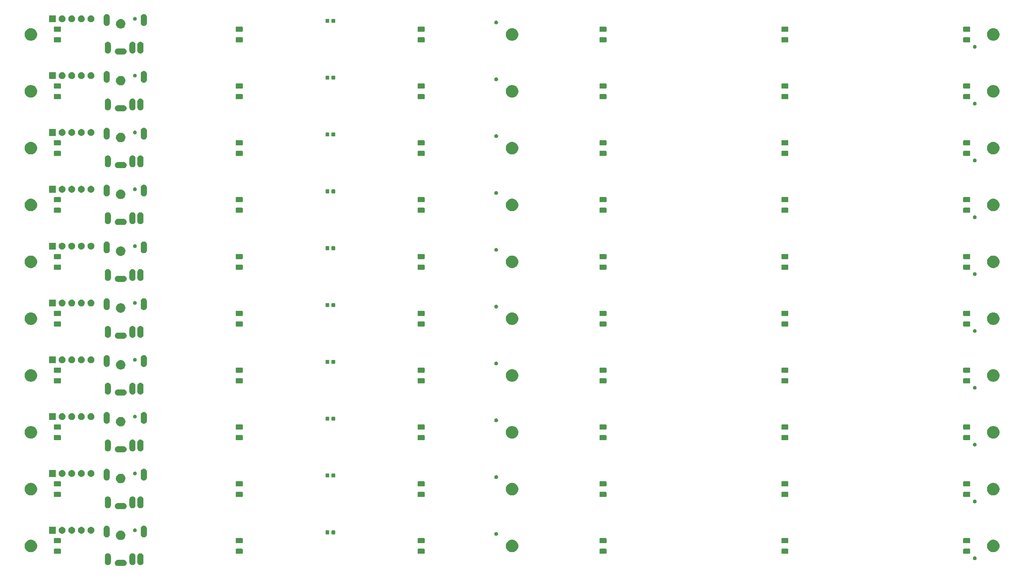
<source format=gts>
%MOIN*%
%OFA0B0*%
%FSLAX46Y46*%
%IPPOS*%
%LPD*%
%ADD10C,0.0039370078740157488*%
%ADD21C,0.0039370078740157488*%
%ADD22C,0.0039370078740157488*%
%ADD23C,0.0039370078740157488*%
%ADD24C,0.0039370078740157488*%
%ADD25C,0.0039370078740157488*%
%ADD26C,0.0039370078740157488*%
%ADD27C,0.0039370078740157488*%
%ADD28C,0.0039370078740157488*%
%ADD29C,0.0039370078740157488*%
D10*
G36*
X0001343771Y0000091076D02*
G01*
X0001349746Y0000089264D01*
X0001355251Y0000086321D01*
X0001360077Y0000082361D01*
X0001364038Y0000077535D01*
X0001366981Y0000072029D01*
X0001368793Y0000066055D01*
X0001369405Y0000059842D01*
X0001368793Y0000053629D01*
X0001366981Y0000047655D01*
X0001364038Y0000042149D01*
X0001360077Y0000037323D01*
X0001355251Y0000033363D01*
X0001349746Y0000030420D01*
X0001343771Y0000028608D01*
X0001339115Y0000028149D01*
X0001276632Y0000028149D01*
X0001271976Y0000028608D01*
X0001266001Y0000030420D01*
X0001260496Y0000033363D01*
X0001255670Y0000037323D01*
X0001251709Y0000042149D01*
X0001248766Y0000047655D01*
X0001246954Y0000053629D01*
X0001246342Y0000059842D01*
X0001246954Y0000066055D01*
X0001248766Y0000072029D01*
X0001251709Y0000077535D01*
X0001255670Y0000082361D01*
X0001260496Y0000086321D01*
X0001266001Y0000089264D01*
X0001271976Y0000091076D01*
X0001276632Y0000091535D01*
X0001339115Y0000091535D01*
X0001343771Y0000091076D01*
G37*
G36*
X0001436134Y0000160131D02*
G01*
X0001442108Y0000158319D01*
X0001447614Y0000155376D01*
X0001452439Y0000151416D01*
X0001456400Y0000146590D01*
X0001459343Y0000141084D01*
X0001461155Y0000135110D01*
X0001461614Y0000130454D01*
X0001461614Y0000067970D01*
X0001461155Y0000063314D01*
X0001459343Y0000057340D01*
X0001456400Y0000051834D01*
X0001452439Y0000047008D01*
X0001447614Y0000043048D01*
X0001442108Y0000040105D01*
X0001436134Y0000038293D01*
X0001429921Y0000037681D01*
X0001423708Y0000038293D01*
X0001417734Y0000040105D01*
X0001412228Y0000043048D01*
X0001407402Y0000047008D01*
X0001403442Y0000051834D01*
X0001400499Y0000057340D01*
X0001398686Y0000063314D01*
X0001398228Y0000067970D01*
X0001398228Y0000130454D01*
X0001398686Y0000135110D01*
X0001400499Y0000141084D01*
X0001403442Y0000146590D01*
X0001407402Y0000151416D01*
X0001412228Y0000155376D01*
X0001417734Y0000158319D01*
X0001423708Y0000160131D01*
X0001429921Y0000160743D01*
X0001436134Y0000160131D01*
G37*
G36*
X0001518811Y0000160131D02*
G01*
X0001524785Y0000158319D01*
X0001530291Y0000155376D01*
X0001535117Y0000151416D01*
X0001539077Y0000146590D01*
X0001542020Y0000141084D01*
X0001543832Y0000135110D01*
X0001544291Y0000130454D01*
X0001544291Y0000067970D01*
X0001543832Y0000063314D01*
X0001542020Y0000057340D01*
X0001539077Y0000051834D01*
X0001535117Y0000047008D01*
X0001530291Y0000043048D01*
X0001524785Y0000040105D01*
X0001518811Y0000038293D01*
X0001512598Y0000037681D01*
X0001506385Y0000038293D01*
X0001500411Y0000040105D01*
X0001494905Y0000043048D01*
X0001490079Y0000047008D01*
X0001486119Y0000051834D01*
X0001483176Y0000057340D01*
X0001481364Y0000063314D01*
X0001480905Y0000067970D01*
X0001480905Y0000130454D01*
X0001481364Y0000135110D01*
X0001483176Y0000141084D01*
X0001486119Y0000146590D01*
X0001490079Y0000151416D01*
X0001494905Y0000155376D01*
X0001500411Y0000158319D01*
X0001506385Y0000160131D01*
X0001512598Y0000160743D01*
X0001518811Y0000160131D01*
G37*
G36*
X0001180228Y0000160131D02*
G01*
X0001186202Y0000158319D01*
X0001191708Y0000155376D01*
X0001196534Y0000151416D01*
X0001200494Y0000146590D01*
X0001203437Y0000141084D01*
X0001205250Y0000135110D01*
X0001205708Y0000130454D01*
X0001205708Y0000067970D01*
X0001205250Y0000063314D01*
X0001203437Y0000057340D01*
X0001200494Y0000051834D01*
X0001196534Y0000047008D01*
X0001191708Y0000043048D01*
X0001186202Y0000040105D01*
X0001180228Y0000038293D01*
X0001174015Y0000037681D01*
X0001167802Y0000038293D01*
X0001161828Y0000040105D01*
X0001156322Y0000043048D01*
X0001151497Y0000047008D01*
X0001147536Y0000051834D01*
X0001144593Y0000057340D01*
X0001142781Y0000063314D01*
X0001142322Y0000067970D01*
X0001142322Y0000130454D01*
X0001142781Y0000135110D01*
X0001144593Y0000141084D01*
X0001147536Y0000146590D01*
X0001151497Y0000151416D01*
X0001156322Y0000155376D01*
X0001161828Y0000158319D01*
X0001167802Y0000160131D01*
X0001174015Y0000160743D01*
X0001180228Y0000160131D01*
G37*
G36*
X0010187631Y0000127983D02*
G01*
X0010187631Y0000127983D01*
X0010187631Y0000127983D01*
X0010191214Y0000126499D01*
X0010192837Y0000125415D01*
X0010194438Y0000124345D01*
X0010197180Y0000121603D01*
X0010199334Y0000118379D01*
X0010200818Y0000114796D01*
X0010201574Y0000110993D01*
X0010201574Y0000107116D01*
X0010200818Y0000103313D01*
X0010200818Y0000103313D01*
X0010199334Y0000099730D01*
X0010197180Y0000096506D01*
X0010194438Y0000093764D01*
X0010191214Y0000091610D01*
X0010191214Y0000091610D01*
X0010191214Y0000091610D01*
X0010187631Y0000090126D01*
X0010183828Y0000089370D01*
X0010179950Y0000089370D01*
X0010176147Y0000090126D01*
X0010172565Y0000091610D01*
X0010172565Y0000091610D01*
X0010172565Y0000091610D01*
X0010169341Y0000093764D01*
X0010166599Y0000096506D01*
X0010164445Y0000099730D01*
X0010162961Y0000103313D01*
X0010162961Y0000103313D01*
X0010162204Y0000107116D01*
X0010162204Y0000110993D01*
X0010162961Y0000114796D01*
X0010164445Y0000118379D01*
X0010166599Y0000121603D01*
X0010169341Y0000124345D01*
X0010170942Y0000125415D01*
X0010172565Y0000126499D01*
X0010176147Y0000127983D01*
X0010176147Y0000127983D01*
X0010176147Y0000127983D01*
X0010179950Y0000128740D01*
X0010183828Y0000128740D01*
X0010187631Y0000127983D01*
G37*
G36*
X0000679866Y0000207545D02*
G01*
X0000681304Y0000207108D01*
X0000682630Y0000206400D01*
X0000683792Y0000205446D01*
X0000684746Y0000204284D01*
X0000685455Y0000202958D01*
X0000685891Y0000201519D01*
X0000686062Y0000199781D01*
X0000686062Y0000162422D01*
X0000685891Y0000160684D01*
X0000685455Y0000159246D01*
X0000684746Y0000157920D01*
X0000683792Y0000156758D01*
X0000682630Y0000155804D01*
X0000681304Y0000155095D01*
X0000679866Y0000154659D01*
X0000678128Y0000154488D01*
X0000621084Y0000154488D01*
X0000619346Y0000154659D01*
X0000617907Y0000155095D01*
X0000616581Y0000155804D01*
X0000615419Y0000156758D01*
X0000614465Y0000157920D01*
X0000613757Y0000159246D01*
X0000613320Y0000160684D01*
X0000613149Y0000162422D01*
X0000613149Y0000199781D01*
X0000613320Y0000201519D01*
X0000613757Y0000202958D01*
X0000614465Y0000204284D01*
X0000615419Y0000205446D01*
X0000616581Y0000206400D01*
X0000617907Y0000207108D01*
X0000619346Y0000207545D01*
X0000621084Y0000207716D01*
X0000678128Y0000207716D01*
X0000679866Y0000207545D01*
G37*
G36*
X0008238921Y0000207545D02*
G01*
X0008240360Y0000207108D01*
X0008241685Y0000206400D01*
X0008242848Y0000205446D01*
X0008243801Y0000204284D01*
X0008244510Y0000202958D01*
X0008244946Y0000201519D01*
X0008245118Y0000199781D01*
X0008245118Y0000162422D01*
X0008244946Y0000160684D01*
X0008244510Y0000159246D01*
X0008243801Y0000157920D01*
X0008242848Y0000156758D01*
X0008241685Y0000155804D01*
X0008240360Y0000155095D01*
X0008238921Y0000154659D01*
X0008237183Y0000154488D01*
X0008180139Y0000154488D01*
X0008178401Y0000154659D01*
X0008176962Y0000155095D01*
X0008175636Y0000155804D01*
X0008174474Y0000156758D01*
X0008173520Y0000157920D01*
X0008172812Y0000159246D01*
X0008172375Y0000160684D01*
X0008172204Y0000162422D01*
X0008172204Y0000199781D01*
X0008172375Y0000201519D01*
X0008172812Y0000202958D01*
X0008173520Y0000204284D01*
X0008174474Y0000205446D01*
X0008175636Y0000206400D01*
X0008176962Y0000207108D01*
X0008178401Y0000207545D01*
X0008180139Y0000207716D01*
X0008237183Y0000207716D01*
X0008238921Y0000207545D01*
G37*
G36*
X0002569630Y0000207545D02*
G01*
X0002571068Y0000207108D01*
X0002572394Y0000206400D01*
X0002573556Y0000205446D01*
X0002574510Y0000204284D01*
X0002575219Y0000202958D01*
X0002575655Y0000201519D01*
X0002575826Y0000199781D01*
X0002575826Y0000162422D01*
X0002575655Y0000160684D01*
X0002575219Y0000159246D01*
X0002574510Y0000157920D01*
X0002573556Y0000156758D01*
X0002572394Y0000155804D01*
X0002571068Y0000155095D01*
X0002569630Y0000154659D01*
X0002567892Y0000154488D01*
X0002510847Y0000154488D01*
X0002509110Y0000154659D01*
X0002507671Y0000155095D01*
X0002506345Y0000155804D01*
X0002505183Y0000156758D01*
X0002504229Y0000157920D01*
X0002503520Y0000159246D01*
X0002503084Y0000160684D01*
X0002502913Y0000162422D01*
X0002502913Y0000199781D01*
X0002503084Y0000201519D01*
X0002503520Y0000202958D01*
X0002504229Y0000204284D01*
X0002505183Y0000205446D01*
X0002506345Y0000206400D01*
X0002507671Y0000207108D01*
X0002509110Y0000207545D01*
X0002510847Y0000207716D01*
X0002567892Y0000207716D01*
X0002569630Y0000207545D01*
G37*
G36*
X0004459393Y0000207545D02*
G01*
X0004460832Y0000207108D01*
X0004462158Y0000206400D01*
X0004463320Y0000205446D01*
X0004464274Y0000204284D01*
X0004464982Y0000202958D01*
X0004465419Y0000201519D01*
X0004465590Y0000199781D01*
X0004465590Y0000162422D01*
X0004465419Y0000160684D01*
X0004464982Y0000159246D01*
X0004464274Y0000157920D01*
X0004463320Y0000156758D01*
X0004462158Y0000155804D01*
X0004460832Y0000155095D01*
X0004459393Y0000154659D01*
X0004457655Y0000154488D01*
X0004400611Y0000154488D01*
X0004398873Y0000154659D01*
X0004397435Y0000155095D01*
X0004396109Y0000155804D01*
X0004394947Y0000156758D01*
X0004393993Y0000157920D01*
X0004393284Y0000159246D01*
X0004392848Y0000160684D01*
X0004392677Y0000162422D01*
X0004392677Y0000199781D01*
X0004392848Y0000201519D01*
X0004393284Y0000202958D01*
X0004393993Y0000204284D01*
X0004394947Y0000205446D01*
X0004396109Y0000206400D01*
X0004397435Y0000207108D01*
X0004398873Y0000207545D01*
X0004400611Y0000207716D01*
X0004457655Y0000207716D01*
X0004459393Y0000207545D01*
G37*
G36*
X0006349157Y0000207545D02*
G01*
X0006350596Y0000207108D01*
X0006351922Y0000206400D01*
X0006353084Y0000205446D01*
X0006354038Y0000204284D01*
X0006354746Y0000202958D01*
X0006355183Y0000201519D01*
X0006355354Y0000199781D01*
X0006355354Y0000162422D01*
X0006355183Y0000160684D01*
X0006354746Y0000159246D01*
X0006354038Y0000157920D01*
X0006353084Y0000156758D01*
X0006351922Y0000155804D01*
X0006350596Y0000155095D01*
X0006349157Y0000154659D01*
X0006347419Y0000154488D01*
X0006290375Y0000154488D01*
X0006288637Y0000154659D01*
X0006287199Y0000155095D01*
X0006285873Y0000155804D01*
X0006284710Y0000156758D01*
X0006283757Y0000157920D01*
X0006283048Y0000159246D01*
X0006282612Y0000160684D01*
X0006282440Y0000162422D01*
X0006282440Y0000199781D01*
X0006282612Y0000201519D01*
X0006283048Y0000202958D01*
X0006283757Y0000204284D01*
X0006284710Y0000205446D01*
X0006285873Y0000206400D01*
X0006287199Y0000207108D01*
X0006288637Y0000207545D01*
X0006290375Y0000207716D01*
X0006347419Y0000207716D01*
X0006349157Y0000207545D01*
G37*
G36*
X0010128685Y0000207545D02*
G01*
X0010130123Y0000207108D01*
X0010131449Y0000206400D01*
X0010132611Y0000205446D01*
X0010133565Y0000204284D01*
X0010134274Y0000202958D01*
X0010134710Y0000201519D01*
X0010134881Y0000199781D01*
X0010134881Y0000162422D01*
X0010134710Y0000160684D01*
X0010134274Y0000159246D01*
X0010133565Y0000157920D01*
X0010132611Y0000156758D01*
X0010131449Y0000155804D01*
X0010130123Y0000155095D01*
X0010128685Y0000154659D01*
X0010126947Y0000154488D01*
X0010069903Y0000154488D01*
X0010068165Y0000154659D01*
X0010066726Y0000155095D01*
X0010065400Y0000155804D01*
X0010064238Y0000156758D01*
X0010063284Y0000157920D01*
X0010062576Y0000159246D01*
X0010062139Y0000160684D01*
X0010061968Y0000162422D01*
X0010061968Y0000199781D01*
X0010062139Y0000201519D01*
X0010062576Y0000202958D01*
X0010063284Y0000204284D01*
X0010064238Y0000205446D01*
X0010065400Y0000206400D01*
X0010066726Y0000207108D01*
X0010068165Y0000207545D01*
X0010069903Y0000207716D01*
X0010126947Y0000207716D01*
X0010128685Y0000207545D01*
G37*
G36*
X0010387132Y0000299884D02*
G01*
X0010392975Y0000298722D01*
X0010404804Y0000293822D01*
X0010415450Y0000286709D01*
X0010424504Y0000277655D01*
X0010430851Y0000268156D01*
X0010431618Y0000267009D01*
X0010436517Y0000255180D01*
X0010439015Y0000242622D01*
X0010439015Y0000229818D01*
X0010436517Y0000217260D01*
X0010432019Y0000206400D01*
X0010431617Y0000205431D01*
X0010424504Y0000194785D01*
X0010415450Y0000185731D01*
X0010404804Y0000178618D01*
X0010392975Y0000173718D01*
X0010388789Y0000172885D01*
X0010380417Y0000171220D01*
X0010367613Y0000171220D01*
X0010359241Y0000172885D01*
X0010355055Y0000173718D01*
X0010343226Y0000178618D01*
X0010332580Y0000185731D01*
X0010323526Y0000194785D01*
X0010316413Y0000205431D01*
X0010316012Y0000206400D01*
X0010311513Y0000217260D01*
X0010309015Y0000229818D01*
X0010309015Y0000242622D01*
X0010311513Y0000255180D01*
X0010316413Y0000267009D01*
X0010317180Y0000268156D01*
X0010323526Y0000277655D01*
X0010332580Y0000286709D01*
X0010343226Y0000293822D01*
X0010355055Y0000298722D01*
X0010360899Y0000299884D01*
X0010367613Y0000301220D01*
X0010380417Y0000301220D01*
X0010387132Y0000299884D01*
G37*
G36*
X0000387132Y0000299884D02*
G01*
X0000392975Y0000298722D01*
X0000404804Y0000293822D01*
X0000415450Y0000286709D01*
X0000424504Y0000277655D01*
X0000430851Y0000268156D01*
X0000431617Y0000267009D01*
X0000436517Y0000255180D01*
X0000439015Y0000242622D01*
X0000439015Y0000229818D01*
X0000436517Y0000217260D01*
X0000432019Y0000206400D01*
X0000431617Y0000205431D01*
X0000424504Y0000194785D01*
X0000415450Y0000185731D01*
X0000404804Y0000178618D01*
X0000392975Y0000173718D01*
X0000388789Y0000172885D01*
X0000380417Y0000171220D01*
X0000367613Y0000171220D01*
X0000359241Y0000172885D01*
X0000355055Y0000173718D01*
X0000343226Y0000178618D01*
X0000332580Y0000185731D01*
X0000323526Y0000194785D01*
X0000316413Y0000205431D01*
X0000316012Y0000206400D01*
X0000311513Y0000217260D01*
X0000309015Y0000229818D01*
X0000309015Y0000242622D01*
X0000311513Y0000255180D01*
X0000316413Y0000267009D01*
X0000317180Y0000268156D01*
X0000323526Y0000277655D01*
X0000332580Y0000286709D01*
X0000343226Y0000293822D01*
X0000355055Y0000298722D01*
X0000360899Y0000299884D01*
X0000367613Y0000301220D01*
X0000380417Y0000301220D01*
X0000387132Y0000299884D01*
G37*
G36*
X0005387132Y0000299884D02*
G01*
X0005392975Y0000298722D01*
X0005404804Y0000293822D01*
X0005415450Y0000286709D01*
X0005424504Y0000277655D01*
X0005430851Y0000268156D01*
X0005431618Y0000267009D01*
X0005436517Y0000255180D01*
X0005439015Y0000242622D01*
X0005439015Y0000229818D01*
X0005436517Y0000217260D01*
X0005432019Y0000206400D01*
X0005431617Y0000205431D01*
X0005424504Y0000194785D01*
X0005415450Y0000185731D01*
X0005404804Y0000178618D01*
X0005392975Y0000173718D01*
X0005388789Y0000172885D01*
X0005380417Y0000171220D01*
X0005367613Y0000171220D01*
X0005359241Y0000172885D01*
X0005355055Y0000173718D01*
X0005343226Y0000178618D01*
X0005332580Y0000185731D01*
X0005323526Y0000194785D01*
X0005316413Y0000205431D01*
X0005316012Y0000206400D01*
X0005311513Y0000217260D01*
X0005309015Y0000229818D01*
X0005309015Y0000242622D01*
X0005311513Y0000255180D01*
X0005316413Y0000267009D01*
X0005317180Y0000268156D01*
X0005323526Y0000277655D01*
X0005332580Y0000286709D01*
X0005343226Y0000293822D01*
X0005355055Y0000298722D01*
X0005360899Y0000299884D01*
X0005367613Y0000301220D01*
X0005380417Y0000301220D01*
X0005387132Y0000299884D01*
G37*
G36*
X0000679866Y0000317781D02*
G01*
X0000681304Y0000317345D01*
X0000682630Y0000316636D01*
X0000683792Y0000315682D01*
X0000684746Y0000314520D01*
X0000685455Y0000313194D01*
X0000685891Y0000311756D01*
X0000686062Y0000310018D01*
X0000686062Y0000272658D01*
X0000685891Y0000270921D01*
X0000685455Y0000269482D01*
X0000684746Y0000268156D01*
X0000683792Y0000266994D01*
X0000682630Y0000266040D01*
X0000681304Y0000265331D01*
X0000679866Y0000264895D01*
X0000678128Y0000264724D01*
X0000621084Y0000264724D01*
X0000619346Y0000264895D01*
X0000617907Y0000265331D01*
X0000616581Y0000266040D01*
X0000615419Y0000266994D01*
X0000614465Y0000268156D01*
X0000613757Y0000269482D01*
X0000613320Y0000270921D01*
X0000613149Y0000272658D01*
X0000613149Y0000310018D01*
X0000613320Y0000311756D01*
X0000613757Y0000313194D01*
X0000614465Y0000314520D01*
X0000615419Y0000315682D01*
X0000616581Y0000316636D01*
X0000617907Y0000317345D01*
X0000619346Y0000317781D01*
X0000621084Y0000317952D01*
X0000678128Y0000317952D01*
X0000679866Y0000317781D01*
G37*
G36*
X0002569630Y0000317781D02*
G01*
X0002571068Y0000317345D01*
X0002572394Y0000316636D01*
X0002573556Y0000315682D01*
X0002574510Y0000314520D01*
X0002575219Y0000313194D01*
X0002575655Y0000311756D01*
X0002575826Y0000310018D01*
X0002575826Y0000272658D01*
X0002575655Y0000270921D01*
X0002575219Y0000269482D01*
X0002574510Y0000268156D01*
X0002573556Y0000266994D01*
X0002572394Y0000266040D01*
X0002571068Y0000265331D01*
X0002569630Y0000264895D01*
X0002567892Y0000264724D01*
X0002510847Y0000264724D01*
X0002509110Y0000264895D01*
X0002507671Y0000265331D01*
X0002506345Y0000266040D01*
X0002505183Y0000266994D01*
X0002504229Y0000268156D01*
X0002503520Y0000269482D01*
X0002503084Y0000270921D01*
X0002502913Y0000272658D01*
X0002502913Y0000310018D01*
X0002503084Y0000311756D01*
X0002503520Y0000313194D01*
X0002504229Y0000314520D01*
X0002505183Y0000315682D01*
X0002506345Y0000316636D01*
X0002507671Y0000317345D01*
X0002509110Y0000317781D01*
X0002510847Y0000317952D01*
X0002567892Y0000317952D01*
X0002569630Y0000317781D01*
G37*
G36*
X0004459393Y0000317781D02*
G01*
X0004460832Y0000317345D01*
X0004462158Y0000316636D01*
X0004463320Y0000315682D01*
X0004464274Y0000314520D01*
X0004464982Y0000313194D01*
X0004465419Y0000311756D01*
X0004465590Y0000310018D01*
X0004465590Y0000272658D01*
X0004465419Y0000270921D01*
X0004464982Y0000269482D01*
X0004464274Y0000268156D01*
X0004463320Y0000266994D01*
X0004462158Y0000266040D01*
X0004460832Y0000265331D01*
X0004459393Y0000264895D01*
X0004457655Y0000264724D01*
X0004400611Y0000264724D01*
X0004398873Y0000264895D01*
X0004397435Y0000265331D01*
X0004396109Y0000266040D01*
X0004394947Y0000266994D01*
X0004393993Y0000268156D01*
X0004393284Y0000269482D01*
X0004392848Y0000270921D01*
X0004392677Y0000272658D01*
X0004392677Y0000310018D01*
X0004392848Y0000311756D01*
X0004393284Y0000313194D01*
X0004393993Y0000314520D01*
X0004394947Y0000315682D01*
X0004396109Y0000316636D01*
X0004397435Y0000317345D01*
X0004398873Y0000317781D01*
X0004400611Y0000317952D01*
X0004457655Y0000317952D01*
X0004459393Y0000317781D01*
G37*
G36*
X0010128685Y0000317781D02*
G01*
X0010130123Y0000317345D01*
X0010131449Y0000316636D01*
X0010132611Y0000315682D01*
X0010133565Y0000314520D01*
X0010134274Y0000313194D01*
X0010134710Y0000311756D01*
X0010134881Y0000310018D01*
X0010134881Y0000272658D01*
X0010134710Y0000270921D01*
X0010134274Y0000269482D01*
X0010133565Y0000268156D01*
X0010132611Y0000266994D01*
X0010131449Y0000266040D01*
X0010130123Y0000265331D01*
X0010128685Y0000264895D01*
X0010126947Y0000264724D01*
X0010069903Y0000264724D01*
X0010068165Y0000264895D01*
X0010066726Y0000265331D01*
X0010065400Y0000266040D01*
X0010064238Y0000266994D01*
X0010063284Y0000268156D01*
X0010062576Y0000269482D01*
X0010062139Y0000270921D01*
X0010061968Y0000272658D01*
X0010061968Y0000310018D01*
X0010062139Y0000311756D01*
X0010062576Y0000313194D01*
X0010063284Y0000314520D01*
X0010064238Y0000315682D01*
X0010065400Y0000316636D01*
X0010066726Y0000317345D01*
X0010068165Y0000317781D01*
X0010069903Y0000317952D01*
X0010126947Y0000317952D01*
X0010128685Y0000317781D01*
G37*
G36*
X0006349157Y0000317781D02*
G01*
X0006350596Y0000317345D01*
X0006351922Y0000316636D01*
X0006353084Y0000315682D01*
X0006354038Y0000314520D01*
X0006354746Y0000313194D01*
X0006355183Y0000311756D01*
X0006355354Y0000310018D01*
X0006355354Y0000272658D01*
X0006355183Y0000270921D01*
X0006354746Y0000269482D01*
X0006354038Y0000268156D01*
X0006353084Y0000266994D01*
X0006351922Y0000266040D01*
X0006350596Y0000265331D01*
X0006349157Y0000264895D01*
X0006347419Y0000264724D01*
X0006290375Y0000264724D01*
X0006288637Y0000264895D01*
X0006287199Y0000265331D01*
X0006285873Y0000266040D01*
X0006284710Y0000266994D01*
X0006283757Y0000268156D01*
X0006283048Y0000269482D01*
X0006282612Y0000270921D01*
X0006282440Y0000272658D01*
X0006282440Y0000310018D01*
X0006282612Y0000311756D01*
X0006283048Y0000313194D01*
X0006283757Y0000314520D01*
X0006284710Y0000315682D01*
X0006285873Y0000316636D01*
X0006287199Y0000317345D01*
X0006288637Y0000317781D01*
X0006290375Y0000317952D01*
X0006347419Y0000317952D01*
X0006349157Y0000317781D01*
G37*
G36*
X0008238921Y0000317781D02*
G01*
X0008240360Y0000317345D01*
X0008241685Y0000316636D01*
X0008242848Y0000315682D01*
X0008243801Y0000314520D01*
X0008244510Y0000313194D01*
X0008244946Y0000311756D01*
X0008245118Y0000310018D01*
X0008245118Y0000272658D01*
X0008244946Y0000270921D01*
X0008244510Y0000269482D01*
X0008243801Y0000268156D01*
X0008242848Y0000266994D01*
X0008241685Y0000266040D01*
X0008240360Y0000265331D01*
X0008238921Y0000264895D01*
X0008237183Y0000264724D01*
X0008180139Y0000264724D01*
X0008178401Y0000264895D01*
X0008176962Y0000265331D01*
X0008175636Y0000266040D01*
X0008174474Y0000266994D01*
X0008173520Y0000268156D01*
X0008172812Y0000269482D01*
X0008172375Y0000270921D01*
X0008172204Y0000272658D01*
X0008172204Y0000310018D01*
X0008172375Y0000311756D01*
X0008172812Y0000313194D01*
X0008173520Y0000314520D01*
X0008174474Y0000315682D01*
X0008175636Y0000316636D01*
X0008176962Y0000317345D01*
X0008178401Y0000317781D01*
X0008180139Y0000317952D01*
X0008237183Y0000317952D01*
X0008238921Y0000317781D01*
G37*
G36*
X0001322240Y0000394603D02*
G01*
X0001331129Y0000390921D01*
X0001331203Y0000390890D01*
X0001339270Y0000385500D01*
X0001346130Y0000378640D01*
X0001351520Y0000370573D01*
X0001351520Y0000370573D01*
X0001355233Y0000361610D01*
X0001356474Y0000355372D01*
X0001357125Y0000352095D01*
X0001357125Y0000342393D01*
X0001355233Y0000332877D01*
X0001351520Y0000323914D01*
X0001346130Y0000315847D01*
X0001339270Y0000308987D01*
X0001331203Y0000303597D01*
X0001331203Y0000303597D01*
X0001331203Y0000303597D01*
X0001322240Y0000299884D01*
X0001312724Y0000297992D01*
X0001303023Y0000297992D01*
X0001293507Y0000299884D01*
X0001284544Y0000303597D01*
X0001284544Y0000303597D01*
X0001284544Y0000303597D01*
X0001276477Y0000308987D01*
X0001269617Y0000315847D01*
X0001264227Y0000323914D01*
X0001260514Y0000332877D01*
X0001258622Y0000342393D01*
X0001258622Y0000352095D01*
X0001259273Y0000355372D01*
X0001260514Y0000361610D01*
X0001264227Y0000370573D01*
X0001264227Y0000370573D01*
X0001269617Y0000378640D01*
X0001276477Y0000385500D01*
X0001284544Y0000390890D01*
X0001284618Y0000390921D01*
X0001293507Y0000394603D01*
X0001303023Y0000396496D01*
X0001312724Y0000396496D01*
X0001322240Y0000394603D01*
G37*
G36*
X0001168417Y0000447533D02*
G01*
X0001174391Y0000445721D01*
X0001179897Y0000442778D01*
X0001184723Y0000438817D01*
X0001188683Y0000433992D01*
X0001191626Y0000428486D01*
X0001193439Y0000422512D01*
X0001193897Y0000417856D01*
X0001193897Y0000355372D01*
X0001193439Y0000350716D01*
X0001191626Y0000344742D01*
X0001188683Y0000339236D01*
X0001184723Y0000334410D01*
X0001179897Y0000330449D01*
X0001174391Y0000327507D01*
X0001168417Y0000325694D01*
X0001162204Y0000325082D01*
X0001155991Y0000325694D01*
X0001150017Y0000327507D01*
X0001144511Y0000330449D01*
X0001139686Y0000334410D01*
X0001135725Y0000339236D01*
X0001132782Y0000344742D01*
X0001130970Y0000350716D01*
X0001130511Y0000355372D01*
X0001130511Y0000417856D01*
X0001130970Y0000422512D01*
X0001132782Y0000428486D01*
X0001135725Y0000433992D01*
X0001139686Y0000438817D01*
X0001144511Y0000442778D01*
X0001150017Y0000445721D01*
X0001155991Y0000447533D01*
X0001162204Y0000448145D01*
X0001168417Y0000447533D01*
G37*
G36*
X0001554244Y0000447533D02*
G01*
X0001560218Y0000445721D01*
X0001565724Y0000442778D01*
X0001570550Y0000438817D01*
X0001574510Y0000433992D01*
X0001577453Y0000428486D01*
X0001579265Y0000422512D01*
X0001579724Y0000417856D01*
X0001579724Y0000355372D01*
X0001579265Y0000350716D01*
X0001577453Y0000344742D01*
X0001574510Y0000339236D01*
X0001570550Y0000334410D01*
X0001565724Y0000330449D01*
X0001560218Y0000327507D01*
X0001554244Y0000325694D01*
X0001548031Y0000325082D01*
X0001541818Y0000325694D01*
X0001535844Y0000327507D01*
X0001530338Y0000330449D01*
X0001525512Y0000334410D01*
X0001521552Y0000339236D01*
X0001518609Y0000344742D01*
X0001516797Y0000350716D01*
X0001516338Y0000355372D01*
X0001516338Y0000417856D01*
X0001516797Y0000422512D01*
X0001518609Y0000428486D01*
X0001521552Y0000433992D01*
X0001525512Y0000438817D01*
X0001530338Y0000442778D01*
X0001535844Y0000445721D01*
X0001541818Y0000447533D01*
X0001548031Y0000448145D01*
X0001554244Y0000447533D01*
G37*
G36*
X0005215190Y0000380739D02*
G01*
X0005218773Y0000379255D01*
X0005218773Y0000379255D01*
X0005219694Y0000378640D01*
X0005221997Y0000377101D01*
X0005224739Y0000374359D01*
X0005226893Y0000371135D01*
X0005228377Y0000367552D01*
X0005229133Y0000363749D01*
X0005229133Y0000359872D01*
X0005228377Y0000356069D01*
X0005228088Y0000355372D01*
X0005226893Y0000352486D01*
X0005224739Y0000349262D01*
X0005221997Y0000346520D01*
X0005218773Y0000344366D01*
X0005218773Y0000344366D01*
X0005218773Y0000344366D01*
X0005215190Y0000342882D01*
X0005211387Y0000342125D01*
X0005207509Y0000342125D01*
X0005203706Y0000342882D01*
X0005200124Y0000344366D01*
X0005200124Y0000344366D01*
X0005200124Y0000344366D01*
X0005196900Y0000346520D01*
X0005194158Y0000349262D01*
X0005192004Y0000352486D01*
X0005190808Y0000355372D01*
X0005190520Y0000356069D01*
X0005189763Y0000359872D01*
X0005189763Y0000363749D01*
X0005190520Y0000367552D01*
X0005192004Y0000371135D01*
X0005194158Y0000374359D01*
X0005196900Y0000377101D01*
X0005199203Y0000378640D01*
X0005200124Y0000379255D01*
X0005200124Y0000379255D01*
X0005203706Y0000380739D01*
X0005207509Y0000381496D01*
X0005211387Y0000381496D01*
X0005215190Y0000380739D01*
G37*
G36*
X0003468684Y0000398500D02*
G01*
X0003470022Y0000398094D01*
X0003471255Y0000397435D01*
X0003472336Y0000396548D01*
X0003473223Y0000395468D01*
X0003473882Y0000394235D01*
X0003474287Y0000392897D01*
X0003474448Y0000391264D01*
X0003474448Y0000364641D01*
X0003474287Y0000363008D01*
X0003473882Y0000361670D01*
X0003473223Y0000360437D01*
X0003472336Y0000359356D01*
X0003471255Y0000358469D01*
X0003470022Y0000357810D01*
X0003468684Y0000357404D01*
X0003467051Y0000357244D01*
X0003443381Y0000357244D01*
X0003441748Y0000357404D01*
X0003440410Y0000357810D01*
X0003439177Y0000358469D01*
X0003438096Y0000359356D01*
X0003437210Y0000360437D01*
X0003436550Y0000361670D01*
X0003436145Y0000363008D01*
X0003435984Y0000364641D01*
X0003435984Y0000391264D01*
X0003436145Y0000392897D01*
X0003436550Y0000394235D01*
X0003437210Y0000395468D01*
X0003438096Y0000396548D01*
X0003439177Y0000397435D01*
X0003440410Y0000398094D01*
X0003441748Y0000398500D01*
X0003443381Y0000398661D01*
X0003467051Y0000398661D01*
X0003468684Y0000398500D01*
G37*
G36*
X0003530692Y0000398500D02*
G01*
X0003532030Y0000398094D01*
X0003533263Y0000397435D01*
X0003534344Y0000396548D01*
X0003535230Y0000395468D01*
X0003535890Y0000394235D01*
X0003536295Y0000392897D01*
X0003536456Y0000391264D01*
X0003536456Y0000364641D01*
X0003536295Y0000363008D01*
X0003535890Y0000361670D01*
X0003535230Y0000360437D01*
X0003534344Y0000359356D01*
X0003533263Y0000358469D01*
X0003532030Y0000357810D01*
X0003530692Y0000357404D01*
X0003529059Y0000357244D01*
X0003505389Y0000357244D01*
X0003503756Y0000357404D01*
X0003502418Y0000357810D01*
X0003501185Y0000358469D01*
X0003500104Y0000359356D01*
X0003499217Y0000360437D01*
X0003498558Y0000361670D01*
X0003498152Y0000363008D01*
X0003497992Y0000364641D01*
X0003497992Y0000391264D01*
X0003498152Y0000392897D01*
X0003498558Y0000394235D01*
X0003499217Y0000395468D01*
X0003500104Y0000396548D01*
X0003501185Y0000397435D01*
X0003502418Y0000398094D01*
X0003503756Y0000398500D01*
X0003505389Y0000398661D01*
X0003529059Y0000398661D01*
X0003530692Y0000398500D01*
G37*
G36*
X0000634291Y0000363740D02*
G01*
X0000563346Y0000363740D01*
X0000563346Y0000434685D01*
X0000634291Y0000434685D01*
X0000634291Y0000363740D01*
G37*
G36*
X0000703287Y0000434491D02*
G01*
X0000709165Y0000433321D01*
X0000715621Y0000430647D01*
X0000721431Y0000426765D01*
X0000726372Y0000421824D01*
X0000730254Y0000416015D01*
X0000732928Y0000409559D01*
X0000734291Y0000402706D01*
X0000734291Y0000395718D01*
X0000732928Y0000388865D01*
X0000730254Y0000382410D01*
X0000726372Y0000376600D01*
X0000721431Y0000371659D01*
X0000715621Y0000367777D01*
X0000709165Y0000365103D01*
X0000703287Y0000363934D01*
X0000702312Y0000363740D01*
X0000695325Y0000363740D01*
X0000694349Y0000363934D01*
X0000688471Y0000365103D01*
X0000682016Y0000367777D01*
X0000676206Y0000371659D01*
X0000671265Y0000376600D01*
X0000667383Y0000382410D01*
X0000664709Y0000388865D01*
X0000663346Y0000395718D01*
X0000663346Y0000402706D01*
X0000664709Y0000409559D01*
X0000667383Y0000416015D01*
X0000671265Y0000421824D01*
X0000676206Y0000426765D01*
X0000682016Y0000430647D01*
X0000688471Y0000433321D01*
X0000694349Y0000434491D01*
X0000695325Y0000434685D01*
X0000702312Y0000434685D01*
X0000703287Y0000434491D01*
G37*
G36*
X0000803287Y0000434491D02*
G01*
X0000809165Y0000433321D01*
X0000815621Y0000430647D01*
X0000821431Y0000426765D01*
X0000826372Y0000421824D01*
X0000830254Y0000416015D01*
X0000832928Y0000409559D01*
X0000834291Y0000402706D01*
X0000834291Y0000395718D01*
X0000832928Y0000388865D01*
X0000830254Y0000382410D01*
X0000826372Y0000376600D01*
X0000821431Y0000371659D01*
X0000815621Y0000367777D01*
X0000809165Y0000365103D01*
X0000803287Y0000363934D01*
X0000802312Y0000363740D01*
X0000795325Y0000363740D01*
X0000794349Y0000363934D01*
X0000788471Y0000365103D01*
X0000782016Y0000367777D01*
X0000776206Y0000371659D01*
X0000771265Y0000376600D01*
X0000767383Y0000382410D01*
X0000764709Y0000388865D01*
X0000763346Y0000395718D01*
X0000763346Y0000402706D01*
X0000764709Y0000409559D01*
X0000767383Y0000416015D01*
X0000771265Y0000421824D01*
X0000776206Y0000426765D01*
X0000782016Y0000430647D01*
X0000788471Y0000433321D01*
X0000794349Y0000434491D01*
X0000795325Y0000434685D01*
X0000802312Y0000434685D01*
X0000803287Y0000434491D01*
G37*
G36*
X0000903287Y0000434491D02*
G01*
X0000909165Y0000433321D01*
X0000915621Y0000430647D01*
X0000921431Y0000426765D01*
X0000926372Y0000421824D01*
X0000930254Y0000416015D01*
X0000932928Y0000409559D01*
X0000934291Y0000402706D01*
X0000934291Y0000395718D01*
X0000932928Y0000388865D01*
X0000930254Y0000382410D01*
X0000926372Y0000376600D01*
X0000921431Y0000371659D01*
X0000915621Y0000367777D01*
X0000909165Y0000365103D01*
X0000903287Y0000363934D01*
X0000902312Y0000363740D01*
X0000895325Y0000363740D01*
X0000894349Y0000363934D01*
X0000888471Y0000365103D01*
X0000882016Y0000367777D01*
X0000876206Y0000371659D01*
X0000871265Y0000376600D01*
X0000867383Y0000382410D01*
X0000864709Y0000388865D01*
X0000863346Y0000395718D01*
X0000863346Y0000402706D01*
X0000864709Y0000409559D01*
X0000867383Y0000416015D01*
X0000871265Y0000421824D01*
X0000876206Y0000426765D01*
X0000882016Y0000430647D01*
X0000888471Y0000433321D01*
X0000894349Y0000434491D01*
X0000895325Y0000434685D01*
X0000902312Y0000434685D01*
X0000903287Y0000434491D01*
G37*
G36*
X0001003287Y0000434491D02*
G01*
X0001009165Y0000433321D01*
X0001015621Y0000430647D01*
X0001021431Y0000426765D01*
X0001026372Y0000421824D01*
X0001030254Y0000416015D01*
X0001032928Y0000409559D01*
X0001034291Y0000402706D01*
X0001034291Y0000395718D01*
X0001032928Y0000388865D01*
X0001030254Y0000382410D01*
X0001026372Y0000376600D01*
X0001021431Y0000371659D01*
X0001015621Y0000367777D01*
X0001009165Y0000365103D01*
X0001003287Y0000363934D01*
X0001002312Y0000363740D01*
X0000995325Y0000363740D01*
X0000994349Y0000363934D01*
X0000988471Y0000365103D01*
X0000982016Y0000367777D01*
X0000976206Y0000371659D01*
X0000971265Y0000376600D01*
X0000967383Y0000382410D01*
X0000964709Y0000388865D01*
X0000963346Y0000395718D01*
X0000963346Y0000402706D01*
X0000964709Y0000409559D01*
X0000967383Y0000416015D01*
X0000971265Y0000421824D01*
X0000976206Y0000426765D01*
X0000982016Y0000430647D01*
X0000988471Y0000433321D01*
X0000994349Y0000434491D01*
X0000995325Y0000434685D01*
X0001002312Y0000434685D01*
X0001003287Y0000434491D01*
G37*
G36*
X0001460859Y0000418928D02*
G01*
X0001463449Y0000417855D01*
X0001464442Y0000417444D01*
X0001467666Y0000415290D01*
X0001470408Y0000412548D01*
X0001472405Y0000409559D01*
X0001472562Y0000409324D01*
X0001474046Y0000405741D01*
X0001474803Y0000401938D01*
X0001474803Y0000398061D01*
X0001474046Y0000394258D01*
X0001472651Y0000390890D01*
X0001472562Y0000390675D01*
X0001470408Y0000387451D01*
X0001467666Y0000384709D01*
X0001464442Y0000382555D01*
X0001464442Y0000382555D01*
X0001464442Y0000382555D01*
X0001460859Y0000381071D01*
X0001457056Y0000380314D01*
X0001453179Y0000380314D01*
X0001449376Y0000381071D01*
X0001445793Y0000382555D01*
X0001445793Y0000382555D01*
X0001445793Y0000382555D01*
X0001442569Y0000384709D01*
X0001439827Y0000387451D01*
X0001437673Y0000390675D01*
X0001437584Y0000390890D01*
X0001436189Y0000394258D01*
X0001435433Y0000398061D01*
X0001435433Y0000401938D01*
X0001436189Y0000405741D01*
X0001437673Y0000409324D01*
X0001437830Y0000409559D01*
X0001439827Y0000412548D01*
X0001442569Y0000415290D01*
X0001445793Y0000417444D01*
X0001446786Y0000417855D01*
X0001449376Y0000418928D01*
X0001453179Y0000419685D01*
X0001457056Y0000419685D01*
X0001460859Y0000418928D01*
G37*
G04 next file*
G04 #@! TF.GenerationSoftware,KiCad,Pcbnew,(5.1.5-0)*
G04 #@! TF.CreationDate,2020-08-20T15:01:18-04:00*
G04 #@! TF.ProjectId,LEDIO,4c454449-4f2e-46b6-9963-61645f706362,rev?*
G04 #@! TF.SameCoordinates,Original*
G04 #@! TF.FileFunction,Soldermask,Top*
G04 #@! TF.FilePolarity,Negative*
G04 Gerber Fmt 4.6, Leading zero omitted, Abs format (unit mm)*
G04 Created by KiCad (PCBNEW (5.1.5-0)) date 2020-08-20 15:01:18*
G04 APERTURE LIST*
G04 APERTURE END LIST*
D21*
G36*
X0001343771Y0000681627D02*
G01*
X0001349746Y0000679815D01*
X0001355251Y0000676872D01*
X0001360077Y0000672912D01*
X0001364038Y0000668086D01*
X0001366981Y0000662580D01*
X0001368793Y0000656606D01*
X0001369405Y0000650393D01*
X0001368793Y0000644180D01*
X0001366981Y0000638206D01*
X0001364038Y0000632700D01*
X0001360077Y0000627875D01*
X0001355251Y0000623914D01*
X0001349746Y0000620971D01*
X0001343771Y0000619159D01*
X0001339115Y0000618700D01*
X0001276632Y0000618700D01*
X0001271976Y0000619159D01*
X0001266001Y0000620971D01*
X0001260496Y0000623914D01*
X0001255670Y0000627875D01*
X0001251709Y0000632700D01*
X0001248766Y0000638206D01*
X0001246954Y0000644180D01*
X0001246342Y0000650393D01*
X0001246954Y0000656606D01*
X0001248766Y0000662580D01*
X0001251709Y0000668086D01*
X0001255670Y0000672912D01*
X0001260496Y0000676872D01*
X0001266001Y0000679815D01*
X0001271976Y0000681627D01*
X0001276632Y0000682086D01*
X0001339115Y0000682086D01*
X0001343771Y0000681627D01*
G37*
G36*
X0001436134Y0000750683D02*
G01*
X0001442108Y0000748870D01*
X0001447614Y0000745928D01*
X0001452439Y0000741967D01*
X0001456400Y0000737141D01*
X0001459343Y0000731635D01*
X0001461155Y0000725661D01*
X0001461614Y0000721005D01*
X0001461614Y0000658521D01*
X0001461155Y0000653865D01*
X0001459343Y0000647891D01*
X0001456400Y0000642385D01*
X0001452439Y0000637560D01*
X0001447614Y0000633599D01*
X0001442108Y0000630656D01*
X0001436134Y0000628844D01*
X0001429921Y0000628232D01*
X0001423708Y0000628844D01*
X0001417734Y0000630656D01*
X0001412228Y0000633599D01*
X0001407402Y0000637560D01*
X0001403442Y0000642385D01*
X0001400499Y0000647891D01*
X0001398686Y0000653865D01*
X0001398228Y0000658521D01*
X0001398228Y0000721005D01*
X0001398686Y0000725661D01*
X0001400499Y0000731635D01*
X0001403442Y0000737141D01*
X0001407402Y0000741967D01*
X0001412228Y0000745928D01*
X0001417734Y0000748870D01*
X0001423708Y0000750683D01*
X0001429921Y0000751295D01*
X0001436134Y0000750683D01*
G37*
G36*
X0001518811Y0000750683D02*
G01*
X0001524785Y0000748870D01*
X0001530291Y0000745928D01*
X0001535117Y0000741967D01*
X0001539077Y0000737141D01*
X0001542020Y0000731635D01*
X0001543832Y0000725661D01*
X0001544291Y0000721005D01*
X0001544291Y0000658521D01*
X0001543832Y0000653865D01*
X0001542020Y0000647891D01*
X0001539077Y0000642385D01*
X0001535117Y0000637560D01*
X0001530291Y0000633599D01*
X0001524785Y0000630656D01*
X0001518811Y0000628844D01*
X0001512598Y0000628232D01*
X0001506385Y0000628844D01*
X0001500411Y0000630656D01*
X0001494905Y0000633599D01*
X0001490079Y0000637560D01*
X0001486119Y0000642385D01*
X0001483176Y0000647891D01*
X0001481364Y0000653865D01*
X0001480905Y0000658521D01*
X0001480905Y0000721005D01*
X0001481364Y0000725661D01*
X0001483176Y0000731635D01*
X0001486119Y0000737141D01*
X0001490079Y0000741967D01*
X0001494905Y0000745928D01*
X0001500411Y0000748870D01*
X0001506385Y0000750683D01*
X0001512598Y0000751295D01*
X0001518811Y0000750683D01*
G37*
G36*
X0001180228Y0000750683D02*
G01*
X0001186202Y0000748870D01*
X0001191708Y0000745928D01*
X0001196534Y0000741967D01*
X0001200494Y0000737141D01*
X0001203437Y0000731635D01*
X0001205250Y0000725661D01*
X0001205708Y0000721005D01*
X0001205708Y0000658521D01*
X0001205250Y0000653865D01*
X0001203437Y0000647891D01*
X0001200494Y0000642385D01*
X0001196534Y0000637560D01*
X0001191708Y0000633599D01*
X0001186202Y0000630656D01*
X0001180228Y0000628844D01*
X0001174015Y0000628232D01*
X0001167802Y0000628844D01*
X0001161828Y0000630656D01*
X0001156322Y0000633599D01*
X0001151497Y0000637560D01*
X0001147536Y0000642385D01*
X0001144593Y0000647891D01*
X0001142781Y0000653865D01*
X0001142322Y0000658521D01*
X0001142322Y0000721005D01*
X0001142781Y0000725661D01*
X0001144593Y0000731635D01*
X0001147536Y0000737141D01*
X0001151497Y0000741967D01*
X0001156322Y0000745928D01*
X0001161828Y0000748870D01*
X0001167802Y0000750683D01*
X0001174015Y0000751295D01*
X0001180228Y0000750683D01*
G37*
G36*
X0010187631Y0000718534D02*
G01*
X0010187631Y0000718534D01*
X0010187631Y0000718534D01*
X0010191214Y0000717050D01*
X0010192837Y0000715966D01*
X0010194438Y0000714896D01*
X0010197180Y0000712154D01*
X0010199334Y0000708930D01*
X0010200818Y0000705348D01*
X0010201574Y0000701545D01*
X0010201574Y0000697667D01*
X0010200818Y0000693864D01*
X0010200818Y0000693864D01*
X0010199334Y0000690281D01*
X0010197180Y0000687057D01*
X0010194438Y0000684315D01*
X0010191214Y0000682161D01*
X0010191214Y0000682161D01*
X0010191214Y0000682161D01*
X0010187631Y0000680677D01*
X0010183828Y0000679921D01*
X0010179950Y0000679921D01*
X0010176147Y0000680677D01*
X0010172565Y0000682161D01*
X0010172565Y0000682161D01*
X0010172565Y0000682161D01*
X0010169341Y0000684315D01*
X0010166599Y0000687057D01*
X0010164445Y0000690281D01*
X0010162961Y0000693864D01*
X0010162961Y0000693864D01*
X0010162204Y0000697667D01*
X0010162204Y0000701545D01*
X0010162961Y0000705348D01*
X0010164445Y0000708930D01*
X0010166599Y0000712154D01*
X0010169341Y0000714896D01*
X0010170942Y0000715966D01*
X0010172565Y0000717050D01*
X0010176147Y0000718534D01*
X0010176147Y0000718534D01*
X0010176147Y0000718534D01*
X0010179950Y0000719291D01*
X0010183828Y0000719291D01*
X0010187631Y0000718534D01*
G37*
G36*
X0000679866Y0000798096D02*
G01*
X0000681304Y0000797660D01*
X0000682630Y0000796951D01*
X0000683792Y0000795997D01*
X0000684746Y0000794835D01*
X0000685455Y0000793509D01*
X0000685891Y0000792071D01*
X0000686062Y0000790333D01*
X0000686062Y0000752973D01*
X0000685891Y0000751236D01*
X0000685455Y0000749797D01*
X0000684746Y0000748471D01*
X0000683792Y0000747309D01*
X0000682630Y0000746355D01*
X0000681304Y0000745646D01*
X0000679866Y0000745210D01*
X0000678128Y0000745039D01*
X0000621084Y0000745039D01*
X0000619346Y0000745210D01*
X0000617907Y0000745646D01*
X0000616581Y0000746355D01*
X0000615419Y0000747309D01*
X0000614465Y0000748471D01*
X0000613757Y0000749797D01*
X0000613320Y0000751236D01*
X0000613149Y0000752973D01*
X0000613149Y0000790333D01*
X0000613320Y0000792071D01*
X0000613757Y0000793509D01*
X0000614465Y0000794835D01*
X0000615419Y0000795997D01*
X0000616581Y0000796951D01*
X0000617907Y0000797660D01*
X0000619346Y0000798096D01*
X0000621084Y0000798267D01*
X0000678128Y0000798267D01*
X0000679866Y0000798096D01*
G37*
G36*
X0008238921Y0000798096D02*
G01*
X0008240360Y0000797660D01*
X0008241685Y0000796951D01*
X0008242848Y0000795997D01*
X0008243801Y0000794835D01*
X0008244510Y0000793509D01*
X0008244946Y0000792071D01*
X0008245118Y0000790333D01*
X0008245118Y0000752973D01*
X0008244946Y0000751236D01*
X0008244510Y0000749797D01*
X0008243801Y0000748471D01*
X0008242848Y0000747309D01*
X0008241685Y0000746355D01*
X0008240360Y0000745646D01*
X0008238921Y0000745210D01*
X0008237183Y0000745039D01*
X0008180139Y0000745039D01*
X0008178401Y0000745210D01*
X0008176962Y0000745646D01*
X0008175636Y0000746355D01*
X0008174474Y0000747309D01*
X0008173520Y0000748471D01*
X0008172812Y0000749797D01*
X0008172375Y0000751236D01*
X0008172204Y0000752973D01*
X0008172204Y0000790333D01*
X0008172375Y0000792071D01*
X0008172812Y0000793509D01*
X0008173520Y0000794835D01*
X0008174474Y0000795997D01*
X0008175636Y0000796951D01*
X0008176962Y0000797660D01*
X0008178401Y0000798096D01*
X0008180139Y0000798267D01*
X0008237183Y0000798267D01*
X0008238921Y0000798096D01*
G37*
G36*
X0002569630Y0000798096D02*
G01*
X0002571068Y0000797660D01*
X0002572394Y0000796951D01*
X0002573556Y0000795997D01*
X0002574510Y0000794835D01*
X0002575219Y0000793509D01*
X0002575655Y0000792071D01*
X0002575826Y0000790333D01*
X0002575826Y0000752973D01*
X0002575655Y0000751236D01*
X0002575219Y0000749797D01*
X0002574510Y0000748471D01*
X0002573556Y0000747309D01*
X0002572394Y0000746355D01*
X0002571068Y0000745646D01*
X0002569630Y0000745210D01*
X0002567892Y0000745039D01*
X0002510847Y0000745039D01*
X0002509110Y0000745210D01*
X0002507671Y0000745646D01*
X0002506345Y0000746355D01*
X0002505183Y0000747309D01*
X0002504229Y0000748471D01*
X0002503520Y0000749797D01*
X0002503084Y0000751236D01*
X0002502913Y0000752973D01*
X0002502913Y0000790333D01*
X0002503084Y0000792071D01*
X0002503520Y0000793509D01*
X0002504229Y0000794835D01*
X0002505183Y0000795997D01*
X0002506345Y0000796951D01*
X0002507671Y0000797660D01*
X0002509110Y0000798096D01*
X0002510847Y0000798267D01*
X0002567892Y0000798267D01*
X0002569630Y0000798096D01*
G37*
G36*
X0004459393Y0000798096D02*
G01*
X0004460832Y0000797660D01*
X0004462158Y0000796951D01*
X0004463320Y0000795997D01*
X0004464274Y0000794835D01*
X0004464982Y0000793509D01*
X0004465419Y0000792071D01*
X0004465590Y0000790333D01*
X0004465590Y0000752973D01*
X0004465419Y0000751236D01*
X0004464982Y0000749797D01*
X0004464274Y0000748471D01*
X0004463320Y0000747309D01*
X0004462158Y0000746355D01*
X0004460832Y0000745646D01*
X0004459393Y0000745210D01*
X0004457655Y0000745039D01*
X0004400611Y0000745039D01*
X0004398873Y0000745210D01*
X0004397435Y0000745646D01*
X0004396109Y0000746355D01*
X0004394947Y0000747309D01*
X0004393993Y0000748471D01*
X0004393284Y0000749797D01*
X0004392848Y0000751236D01*
X0004392677Y0000752973D01*
X0004392677Y0000790333D01*
X0004392848Y0000792071D01*
X0004393284Y0000793509D01*
X0004393993Y0000794835D01*
X0004394947Y0000795997D01*
X0004396109Y0000796951D01*
X0004397435Y0000797660D01*
X0004398873Y0000798096D01*
X0004400611Y0000798267D01*
X0004457655Y0000798267D01*
X0004459393Y0000798096D01*
G37*
G36*
X0006349157Y0000798096D02*
G01*
X0006350596Y0000797660D01*
X0006351922Y0000796951D01*
X0006353084Y0000795997D01*
X0006354038Y0000794835D01*
X0006354746Y0000793509D01*
X0006355183Y0000792071D01*
X0006355354Y0000790333D01*
X0006355354Y0000752973D01*
X0006355183Y0000751236D01*
X0006354746Y0000749797D01*
X0006354038Y0000748471D01*
X0006353084Y0000747309D01*
X0006351922Y0000746355D01*
X0006350596Y0000745646D01*
X0006349157Y0000745210D01*
X0006347419Y0000745039D01*
X0006290375Y0000745039D01*
X0006288637Y0000745210D01*
X0006287199Y0000745646D01*
X0006285873Y0000746355D01*
X0006284710Y0000747309D01*
X0006283757Y0000748471D01*
X0006283048Y0000749797D01*
X0006282612Y0000751236D01*
X0006282440Y0000752973D01*
X0006282440Y0000790333D01*
X0006282612Y0000792071D01*
X0006283048Y0000793509D01*
X0006283757Y0000794835D01*
X0006284710Y0000795997D01*
X0006285873Y0000796951D01*
X0006287199Y0000797660D01*
X0006288637Y0000798096D01*
X0006290375Y0000798267D01*
X0006347419Y0000798267D01*
X0006349157Y0000798096D01*
G37*
G36*
X0010128685Y0000798096D02*
G01*
X0010130123Y0000797660D01*
X0010131449Y0000796951D01*
X0010132611Y0000795997D01*
X0010133565Y0000794835D01*
X0010134274Y0000793509D01*
X0010134710Y0000792071D01*
X0010134881Y0000790333D01*
X0010134881Y0000752973D01*
X0010134710Y0000751236D01*
X0010134274Y0000749797D01*
X0010133565Y0000748471D01*
X0010132611Y0000747309D01*
X0010131449Y0000746355D01*
X0010130123Y0000745646D01*
X0010128685Y0000745210D01*
X0010126947Y0000745039D01*
X0010069903Y0000745039D01*
X0010068165Y0000745210D01*
X0010066726Y0000745646D01*
X0010065400Y0000746355D01*
X0010064238Y0000747309D01*
X0010063284Y0000748471D01*
X0010062576Y0000749797D01*
X0010062139Y0000751236D01*
X0010061968Y0000752973D01*
X0010061968Y0000790333D01*
X0010062139Y0000792071D01*
X0010062576Y0000793509D01*
X0010063284Y0000794835D01*
X0010064238Y0000795997D01*
X0010065400Y0000796951D01*
X0010066726Y0000797660D01*
X0010068165Y0000798096D01*
X0010069903Y0000798267D01*
X0010126947Y0000798267D01*
X0010128685Y0000798096D01*
G37*
G36*
X0010387132Y0000890436D02*
G01*
X0010392975Y0000889273D01*
X0010404804Y0000884373D01*
X0010415450Y0000877260D01*
X0010424504Y0000868206D01*
X0010430851Y0000858707D01*
X0010431618Y0000857560D01*
X0010436517Y0000845731D01*
X0010439015Y0000833173D01*
X0010439015Y0000820369D01*
X0010436517Y0000807811D01*
X0010432019Y0000796951D01*
X0010431617Y0000795982D01*
X0010424504Y0000785336D01*
X0010415450Y0000776282D01*
X0010404804Y0000769169D01*
X0010392975Y0000764269D01*
X0010388789Y0000763436D01*
X0010380417Y0000761771D01*
X0010367613Y0000761771D01*
X0010359241Y0000763436D01*
X0010355055Y0000764269D01*
X0010343226Y0000769169D01*
X0010332580Y0000776282D01*
X0010323526Y0000785336D01*
X0010316413Y0000795982D01*
X0010316012Y0000796951D01*
X0010311513Y0000807811D01*
X0010309015Y0000820369D01*
X0010309015Y0000833173D01*
X0010311513Y0000845731D01*
X0010316413Y0000857560D01*
X0010317180Y0000858707D01*
X0010323526Y0000868206D01*
X0010332580Y0000877260D01*
X0010343226Y0000884373D01*
X0010355055Y0000889273D01*
X0010360899Y0000890436D01*
X0010367613Y0000891771D01*
X0010380417Y0000891771D01*
X0010387132Y0000890436D01*
G37*
G36*
X0000387132Y0000890436D02*
G01*
X0000392975Y0000889273D01*
X0000404804Y0000884373D01*
X0000415450Y0000877260D01*
X0000424504Y0000868206D01*
X0000430851Y0000858707D01*
X0000431617Y0000857560D01*
X0000436517Y0000845731D01*
X0000439015Y0000833173D01*
X0000439015Y0000820369D01*
X0000436517Y0000807811D01*
X0000432019Y0000796951D01*
X0000431617Y0000795982D01*
X0000424504Y0000785336D01*
X0000415450Y0000776282D01*
X0000404804Y0000769169D01*
X0000392975Y0000764269D01*
X0000388789Y0000763436D01*
X0000380417Y0000761771D01*
X0000367613Y0000761771D01*
X0000359241Y0000763436D01*
X0000355055Y0000764269D01*
X0000343226Y0000769169D01*
X0000332580Y0000776282D01*
X0000323526Y0000785336D01*
X0000316413Y0000795982D01*
X0000316012Y0000796951D01*
X0000311513Y0000807811D01*
X0000309015Y0000820369D01*
X0000309015Y0000833173D01*
X0000311513Y0000845731D01*
X0000316413Y0000857560D01*
X0000317180Y0000858707D01*
X0000323526Y0000868206D01*
X0000332580Y0000877260D01*
X0000343226Y0000884373D01*
X0000355055Y0000889273D01*
X0000360899Y0000890436D01*
X0000367613Y0000891771D01*
X0000380417Y0000891771D01*
X0000387132Y0000890436D01*
G37*
G36*
X0005387132Y0000890436D02*
G01*
X0005392975Y0000889273D01*
X0005404804Y0000884373D01*
X0005415450Y0000877260D01*
X0005424504Y0000868206D01*
X0005430851Y0000858707D01*
X0005431618Y0000857560D01*
X0005436517Y0000845731D01*
X0005439015Y0000833173D01*
X0005439015Y0000820369D01*
X0005436517Y0000807811D01*
X0005432019Y0000796951D01*
X0005431617Y0000795982D01*
X0005424504Y0000785336D01*
X0005415450Y0000776282D01*
X0005404804Y0000769169D01*
X0005392975Y0000764269D01*
X0005388789Y0000763436D01*
X0005380417Y0000761771D01*
X0005367613Y0000761771D01*
X0005359241Y0000763436D01*
X0005355055Y0000764269D01*
X0005343226Y0000769169D01*
X0005332580Y0000776282D01*
X0005323526Y0000785336D01*
X0005316413Y0000795982D01*
X0005316012Y0000796951D01*
X0005311513Y0000807811D01*
X0005309015Y0000820369D01*
X0005309015Y0000833173D01*
X0005311513Y0000845731D01*
X0005316413Y0000857560D01*
X0005317180Y0000858707D01*
X0005323526Y0000868206D01*
X0005332580Y0000877260D01*
X0005343226Y0000884373D01*
X0005355055Y0000889273D01*
X0005360899Y0000890436D01*
X0005367613Y0000891771D01*
X0005380417Y0000891771D01*
X0005387132Y0000890436D01*
G37*
G36*
X0000679866Y0000908332D02*
G01*
X0000681304Y0000907896D01*
X0000682630Y0000907187D01*
X0000683792Y0000906233D01*
X0000684746Y0000905071D01*
X0000685455Y0000903745D01*
X0000685891Y0000902307D01*
X0000686062Y0000900569D01*
X0000686062Y0000863210D01*
X0000685891Y0000861472D01*
X0000685455Y0000860033D01*
X0000684746Y0000858707D01*
X0000683792Y0000857545D01*
X0000682630Y0000856591D01*
X0000681304Y0000855883D01*
X0000679866Y0000855446D01*
X0000678128Y0000855275D01*
X0000621084Y0000855275D01*
X0000619346Y0000855446D01*
X0000617907Y0000855883D01*
X0000616581Y0000856591D01*
X0000615419Y0000857545D01*
X0000614465Y0000858707D01*
X0000613757Y0000860033D01*
X0000613320Y0000861472D01*
X0000613149Y0000863210D01*
X0000613149Y0000900569D01*
X0000613320Y0000902307D01*
X0000613757Y0000903745D01*
X0000614465Y0000905071D01*
X0000615419Y0000906233D01*
X0000616581Y0000907187D01*
X0000617907Y0000907896D01*
X0000619346Y0000908332D01*
X0000621084Y0000908503D01*
X0000678128Y0000908503D01*
X0000679866Y0000908332D01*
G37*
G36*
X0002569630Y0000908332D02*
G01*
X0002571068Y0000907896D01*
X0002572394Y0000907187D01*
X0002573556Y0000906233D01*
X0002574510Y0000905071D01*
X0002575219Y0000903745D01*
X0002575655Y0000902307D01*
X0002575826Y0000900569D01*
X0002575826Y0000863210D01*
X0002575655Y0000861472D01*
X0002575219Y0000860033D01*
X0002574510Y0000858707D01*
X0002573556Y0000857545D01*
X0002572394Y0000856591D01*
X0002571068Y0000855883D01*
X0002569630Y0000855446D01*
X0002567892Y0000855275D01*
X0002510847Y0000855275D01*
X0002509110Y0000855446D01*
X0002507671Y0000855883D01*
X0002506345Y0000856591D01*
X0002505183Y0000857545D01*
X0002504229Y0000858707D01*
X0002503520Y0000860033D01*
X0002503084Y0000861472D01*
X0002502913Y0000863210D01*
X0002502913Y0000900569D01*
X0002503084Y0000902307D01*
X0002503520Y0000903745D01*
X0002504229Y0000905071D01*
X0002505183Y0000906233D01*
X0002506345Y0000907187D01*
X0002507671Y0000907896D01*
X0002509110Y0000908332D01*
X0002510847Y0000908503D01*
X0002567892Y0000908503D01*
X0002569630Y0000908332D01*
G37*
G36*
X0004459393Y0000908332D02*
G01*
X0004460832Y0000907896D01*
X0004462158Y0000907187D01*
X0004463320Y0000906233D01*
X0004464274Y0000905071D01*
X0004464982Y0000903745D01*
X0004465419Y0000902307D01*
X0004465590Y0000900569D01*
X0004465590Y0000863210D01*
X0004465419Y0000861472D01*
X0004464982Y0000860033D01*
X0004464274Y0000858707D01*
X0004463320Y0000857545D01*
X0004462158Y0000856591D01*
X0004460832Y0000855883D01*
X0004459393Y0000855446D01*
X0004457655Y0000855275D01*
X0004400611Y0000855275D01*
X0004398873Y0000855446D01*
X0004397435Y0000855883D01*
X0004396109Y0000856591D01*
X0004394947Y0000857545D01*
X0004393993Y0000858707D01*
X0004393284Y0000860033D01*
X0004392848Y0000861472D01*
X0004392677Y0000863210D01*
X0004392677Y0000900569D01*
X0004392848Y0000902307D01*
X0004393284Y0000903745D01*
X0004393993Y0000905071D01*
X0004394947Y0000906233D01*
X0004396109Y0000907187D01*
X0004397435Y0000907896D01*
X0004398873Y0000908332D01*
X0004400611Y0000908503D01*
X0004457655Y0000908503D01*
X0004459393Y0000908332D01*
G37*
G36*
X0010128685Y0000908332D02*
G01*
X0010130123Y0000907896D01*
X0010131449Y0000907187D01*
X0010132611Y0000906233D01*
X0010133565Y0000905071D01*
X0010134274Y0000903745D01*
X0010134710Y0000902307D01*
X0010134881Y0000900569D01*
X0010134881Y0000863210D01*
X0010134710Y0000861472D01*
X0010134274Y0000860033D01*
X0010133565Y0000858707D01*
X0010132611Y0000857545D01*
X0010131449Y0000856591D01*
X0010130123Y0000855883D01*
X0010128685Y0000855446D01*
X0010126947Y0000855275D01*
X0010069903Y0000855275D01*
X0010068165Y0000855446D01*
X0010066726Y0000855883D01*
X0010065400Y0000856591D01*
X0010064238Y0000857545D01*
X0010063284Y0000858707D01*
X0010062576Y0000860033D01*
X0010062139Y0000861472D01*
X0010061968Y0000863210D01*
X0010061968Y0000900569D01*
X0010062139Y0000902307D01*
X0010062576Y0000903745D01*
X0010063284Y0000905071D01*
X0010064238Y0000906233D01*
X0010065400Y0000907187D01*
X0010066726Y0000907896D01*
X0010068165Y0000908332D01*
X0010069903Y0000908503D01*
X0010126947Y0000908503D01*
X0010128685Y0000908332D01*
G37*
G36*
X0006349157Y0000908332D02*
G01*
X0006350596Y0000907896D01*
X0006351922Y0000907187D01*
X0006353084Y0000906233D01*
X0006354038Y0000905071D01*
X0006354746Y0000903745D01*
X0006355183Y0000902307D01*
X0006355354Y0000900569D01*
X0006355354Y0000863210D01*
X0006355183Y0000861472D01*
X0006354746Y0000860033D01*
X0006354038Y0000858707D01*
X0006353084Y0000857545D01*
X0006351922Y0000856591D01*
X0006350596Y0000855883D01*
X0006349157Y0000855446D01*
X0006347419Y0000855275D01*
X0006290375Y0000855275D01*
X0006288637Y0000855446D01*
X0006287199Y0000855883D01*
X0006285873Y0000856591D01*
X0006284710Y0000857545D01*
X0006283757Y0000858707D01*
X0006283048Y0000860033D01*
X0006282612Y0000861472D01*
X0006282440Y0000863210D01*
X0006282440Y0000900569D01*
X0006282612Y0000902307D01*
X0006283048Y0000903745D01*
X0006283757Y0000905071D01*
X0006284710Y0000906233D01*
X0006285873Y0000907187D01*
X0006287199Y0000907896D01*
X0006288637Y0000908332D01*
X0006290375Y0000908503D01*
X0006347419Y0000908503D01*
X0006349157Y0000908332D01*
G37*
G36*
X0008238921Y0000908332D02*
G01*
X0008240360Y0000907896D01*
X0008241685Y0000907187D01*
X0008242848Y0000906233D01*
X0008243801Y0000905071D01*
X0008244510Y0000903745D01*
X0008244946Y0000902307D01*
X0008245118Y0000900569D01*
X0008245118Y0000863210D01*
X0008244946Y0000861472D01*
X0008244510Y0000860033D01*
X0008243801Y0000858707D01*
X0008242848Y0000857545D01*
X0008241685Y0000856591D01*
X0008240360Y0000855883D01*
X0008238921Y0000855446D01*
X0008237183Y0000855275D01*
X0008180139Y0000855275D01*
X0008178401Y0000855446D01*
X0008176962Y0000855883D01*
X0008175636Y0000856591D01*
X0008174474Y0000857545D01*
X0008173520Y0000858707D01*
X0008172812Y0000860033D01*
X0008172375Y0000861472D01*
X0008172204Y0000863210D01*
X0008172204Y0000900569D01*
X0008172375Y0000902307D01*
X0008172812Y0000903745D01*
X0008173520Y0000905071D01*
X0008174474Y0000906233D01*
X0008175636Y0000907187D01*
X0008176962Y0000907896D01*
X0008178401Y0000908332D01*
X0008180139Y0000908503D01*
X0008237183Y0000908503D01*
X0008238921Y0000908332D01*
G37*
G36*
X0001322240Y0000985154D02*
G01*
X0001331129Y0000981472D01*
X0001331203Y0000981441D01*
X0001339270Y0000976051D01*
X0001346130Y0000969191D01*
X0001351520Y0000961124D01*
X0001351520Y0000961124D01*
X0001355233Y0000952161D01*
X0001356474Y0000945923D01*
X0001357125Y0000942646D01*
X0001357125Y0000932944D01*
X0001355233Y0000923428D01*
X0001351520Y0000914465D01*
X0001346130Y0000906398D01*
X0001339270Y0000899538D01*
X0001331203Y0000894148D01*
X0001331203Y0000894148D01*
X0001331203Y0000894148D01*
X0001322240Y0000890436D01*
X0001312724Y0000888543D01*
X0001303023Y0000888543D01*
X0001293507Y0000890436D01*
X0001284544Y0000894148D01*
X0001284544Y0000894148D01*
X0001284544Y0000894148D01*
X0001276477Y0000899538D01*
X0001269617Y0000906398D01*
X0001264227Y0000914465D01*
X0001260514Y0000923428D01*
X0001258622Y0000932944D01*
X0001258622Y0000942646D01*
X0001259273Y0000945923D01*
X0001260514Y0000952161D01*
X0001264227Y0000961124D01*
X0001264227Y0000961124D01*
X0001269617Y0000969191D01*
X0001276477Y0000976051D01*
X0001284544Y0000981441D01*
X0001284618Y0000981472D01*
X0001293507Y0000985154D01*
X0001303023Y0000987047D01*
X0001312724Y0000987047D01*
X0001322240Y0000985154D01*
G37*
G36*
X0001168417Y0001038084D02*
G01*
X0001174391Y0001036272D01*
X0001179897Y0001033329D01*
X0001184723Y0001029369D01*
X0001188683Y0001024543D01*
X0001191626Y0001019037D01*
X0001193439Y0001013063D01*
X0001193897Y0001008407D01*
X0001193897Y0000945923D01*
X0001193439Y0000941267D01*
X0001191626Y0000935293D01*
X0001188683Y0000929787D01*
X0001184723Y0000924961D01*
X0001179897Y0000921001D01*
X0001174391Y0000918058D01*
X0001168417Y0000916245D01*
X0001162204Y0000915634D01*
X0001155991Y0000916245D01*
X0001150017Y0000918058D01*
X0001144511Y0000921001D01*
X0001139686Y0000924961D01*
X0001135725Y0000929787D01*
X0001132782Y0000935293D01*
X0001130970Y0000941267D01*
X0001130511Y0000945923D01*
X0001130511Y0001008407D01*
X0001130970Y0001013063D01*
X0001132782Y0001019037D01*
X0001135725Y0001024543D01*
X0001139686Y0001029369D01*
X0001144511Y0001033329D01*
X0001150017Y0001036272D01*
X0001155991Y0001038084D01*
X0001162204Y0001038696D01*
X0001168417Y0001038084D01*
G37*
G36*
X0001554244Y0001038084D02*
G01*
X0001560218Y0001036272D01*
X0001565724Y0001033329D01*
X0001570550Y0001029369D01*
X0001574510Y0001024543D01*
X0001577453Y0001019037D01*
X0001579265Y0001013063D01*
X0001579724Y0001008407D01*
X0001579724Y0000945923D01*
X0001579265Y0000941267D01*
X0001577453Y0000935293D01*
X0001574510Y0000929787D01*
X0001570550Y0000924961D01*
X0001565724Y0000921001D01*
X0001560218Y0000918058D01*
X0001554244Y0000916245D01*
X0001548031Y0000915634D01*
X0001541818Y0000916245D01*
X0001535844Y0000918058D01*
X0001530338Y0000921001D01*
X0001525512Y0000924961D01*
X0001521552Y0000929787D01*
X0001518609Y0000935293D01*
X0001516797Y0000941267D01*
X0001516338Y0000945923D01*
X0001516338Y0001008407D01*
X0001516797Y0001013063D01*
X0001518609Y0001019037D01*
X0001521552Y0001024543D01*
X0001525512Y0001029369D01*
X0001530338Y0001033329D01*
X0001535844Y0001036272D01*
X0001541818Y0001038084D01*
X0001548031Y0001038696D01*
X0001554244Y0001038084D01*
G37*
G36*
X0005215190Y0000971290D02*
G01*
X0005218773Y0000969806D01*
X0005218773Y0000969806D01*
X0005219694Y0000969191D01*
X0005221997Y0000967652D01*
X0005224739Y0000964910D01*
X0005226893Y0000961686D01*
X0005228377Y0000958104D01*
X0005229133Y0000954301D01*
X0005229133Y0000950423D01*
X0005228377Y0000946620D01*
X0005228088Y0000945923D01*
X0005226893Y0000943037D01*
X0005224739Y0000939813D01*
X0005221997Y0000937071D01*
X0005218773Y0000934917D01*
X0005218773Y0000934917D01*
X0005218773Y0000934917D01*
X0005215190Y0000933433D01*
X0005211387Y0000932677D01*
X0005207509Y0000932677D01*
X0005203706Y0000933433D01*
X0005200124Y0000934917D01*
X0005200124Y0000934917D01*
X0005200124Y0000934917D01*
X0005196900Y0000937071D01*
X0005194158Y0000939813D01*
X0005192004Y0000943037D01*
X0005190808Y0000945923D01*
X0005190520Y0000946620D01*
X0005189763Y0000950423D01*
X0005189763Y0000954301D01*
X0005190520Y0000958104D01*
X0005192004Y0000961686D01*
X0005194158Y0000964910D01*
X0005196900Y0000967652D01*
X0005199203Y0000969191D01*
X0005200124Y0000969806D01*
X0005200124Y0000969806D01*
X0005203706Y0000971290D01*
X0005207509Y0000972047D01*
X0005211387Y0000972047D01*
X0005215190Y0000971290D01*
G37*
G36*
X0003468684Y0000989051D02*
G01*
X0003470022Y0000988645D01*
X0003471255Y0000987986D01*
X0003472336Y0000987099D01*
X0003473223Y0000986019D01*
X0003473882Y0000984786D01*
X0003474287Y0000983448D01*
X0003474448Y0000981815D01*
X0003474448Y0000955192D01*
X0003474287Y0000953559D01*
X0003473882Y0000952221D01*
X0003473223Y0000950988D01*
X0003472336Y0000949907D01*
X0003471255Y0000949021D01*
X0003470022Y0000948361D01*
X0003468684Y0000947956D01*
X0003467051Y0000947795D01*
X0003443381Y0000947795D01*
X0003441748Y0000947956D01*
X0003440410Y0000948361D01*
X0003439177Y0000949021D01*
X0003438096Y0000949907D01*
X0003437210Y0000950988D01*
X0003436550Y0000952221D01*
X0003436145Y0000953559D01*
X0003435984Y0000955192D01*
X0003435984Y0000981815D01*
X0003436145Y0000983448D01*
X0003436550Y0000984786D01*
X0003437210Y0000986019D01*
X0003438096Y0000987099D01*
X0003439177Y0000987986D01*
X0003440410Y0000988645D01*
X0003441748Y0000989051D01*
X0003443381Y0000989212D01*
X0003467051Y0000989212D01*
X0003468684Y0000989051D01*
G37*
G36*
X0003530692Y0000989051D02*
G01*
X0003532030Y0000988645D01*
X0003533263Y0000987986D01*
X0003534344Y0000987099D01*
X0003535230Y0000986019D01*
X0003535890Y0000984786D01*
X0003536295Y0000983448D01*
X0003536456Y0000981815D01*
X0003536456Y0000955192D01*
X0003536295Y0000953559D01*
X0003535890Y0000952221D01*
X0003535230Y0000950988D01*
X0003534344Y0000949907D01*
X0003533263Y0000949021D01*
X0003532030Y0000948361D01*
X0003530692Y0000947956D01*
X0003529059Y0000947795D01*
X0003505389Y0000947795D01*
X0003503756Y0000947956D01*
X0003502418Y0000948361D01*
X0003501185Y0000949021D01*
X0003500104Y0000949907D01*
X0003499217Y0000950988D01*
X0003498558Y0000952221D01*
X0003498152Y0000953559D01*
X0003497992Y0000955192D01*
X0003497992Y0000981815D01*
X0003498152Y0000983448D01*
X0003498558Y0000984786D01*
X0003499217Y0000986019D01*
X0003500104Y0000987099D01*
X0003501185Y0000987986D01*
X0003502418Y0000988645D01*
X0003503756Y0000989051D01*
X0003505389Y0000989212D01*
X0003529059Y0000989212D01*
X0003530692Y0000989051D01*
G37*
G36*
X0000634291Y0000954291D02*
G01*
X0000563346Y0000954291D01*
X0000563346Y0001025236D01*
X0000634291Y0001025236D01*
X0000634291Y0000954291D01*
G37*
G36*
X0000703287Y0001025042D02*
G01*
X0000709165Y0001023873D01*
X0000715621Y0001021199D01*
X0000721431Y0001017317D01*
X0000726372Y0001012376D01*
X0000730254Y0001006566D01*
X0000732928Y0001000110D01*
X0000734291Y0000993257D01*
X0000734291Y0000986270D01*
X0000732928Y0000979416D01*
X0000730254Y0000972961D01*
X0000726372Y0000967151D01*
X0000721431Y0000962210D01*
X0000715621Y0000958328D01*
X0000709165Y0000955654D01*
X0000703287Y0000954485D01*
X0000702312Y0000954291D01*
X0000695325Y0000954291D01*
X0000694349Y0000954485D01*
X0000688471Y0000955654D01*
X0000682016Y0000958328D01*
X0000676206Y0000962210D01*
X0000671265Y0000967151D01*
X0000667383Y0000972961D01*
X0000664709Y0000979416D01*
X0000663346Y0000986270D01*
X0000663346Y0000993257D01*
X0000664709Y0001000110D01*
X0000667383Y0001006566D01*
X0000671265Y0001012376D01*
X0000676206Y0001017317D01*
X0000682016Y0001021199D01*
X0000688471Y0001023873D01*
X0000694349Y0001025042D01*
X0000695325Y0001025236D01*
X0000702312Y0001025236D01*
X0000703287Y0001025042D01*
G37*
G36*
X0000803287Y0001025042D02*
G01*
X0000809165Y0001023873D01*
X0000815621Y0001021199D01*
X0000821431Y0001017317D01*
X0000826372Y0001012376D01*
X0000830254Y0001006566D01*
X0000832928Y0001000110D01*
X0000834291Y0000993257D01*
X0000834291Y0000986270D01*
X0000832928Y0000979416D01*
X0000830254Y0000972961D01*
X0000826372Y0000967151D01*
X0000821431Y0000962210D01*
X0000815621Y0000958328D01*
X0000809165Y0000955654D01*
X0000803287Y0000954485D01*
X0000802312Y0000954291D01*
X0000795325Y0000954291D01*
X0000794349Y0000954485D01*
X0000788471Y0000955654D01*
X0000782016Y0000958328D01*
X0000776206Y0000962210D01*
X0000771265Y0000967151D01*
X0000767383Y0000972961D01*
X0000764709Y0000979416D01*
X0000763346Y0000986270D01*
X0000763346Y0000993257D01*
X0000764709Y0001000110D01*
X0000767383Y0001006566D01*
X0000771265Y0001012376D01*
X0000776206Y0001017317D01*
X0000782016Y0001021199D01*
X0000788471Y0001023873D01*
X0000794349Y0001025042D01*
X0000795325Y0001025236D01*
X0000802312Y0001025236D01*
X0000803287Y0001025042D01*
G37*
G36*
X0000903287Y0001025042D02*
G01*
X0000909165Y0001023873D01*
X0000915621Y0001021199D01*
X0000921431Y0001017317D01*
X0000926372Y0001012376D01*
X0000930254Y0001006566D01*
X0000932928Y0001000110D01*
X0000934291Y0000993257D01*
X0000934291Y0000986270D01*
X0000932928Y0000979416D01*
X0000930254Y0000972961D01*
X0000926372Y0000967151D01*
X0000921431Y0000962210D01*
X0000915621Y0000958328D01*
X0000909165Y0000955654D01*
X0000903287Y0000954485D01*
X0000902312Y0000954291D01*
X0000895325Y0000954291D01*
X0000894349Y0000954485D01*
X0000888471Y0000955654D01*
X0000882016Y0000958328D01*
X0000876206Y0000962210D01*
X0000871265Y0000967151D01*
X0000867383Y0000972961D01*
X0000864709Y0000979416D01*
X0000863346Y0000986270D01*
X0000863346Y0000993257D01*
X0000864709Y0001000110D01*
X0000867383Y0001006566D01*
X0000871265Y0001012376D01*
X0000876206Y0001017317D01*
X0000882016Y0001021199D01*
X0000888471Y0001023873D01*
X0000894349Y0001025042D01*
X0000895325Y0001025236D01*
X0000902312Y0001025236D01*
X0000903287Y0001025042D01*
G37*
G36*
X0001003287Y0001025042D02*
G01*
X0001009165Y0001023873D01*
X0001015621Y0001021199D01*
X0001021431Y0001017317D01*
X0001026372Y0001012376D01*
X0001030254Y0001006566D01*
X0001032928Y0001000110D01*
X0001034291Y0000993257D01*
X0001034291Y0000986270D01*
X0001032928Y0000979416D01*
X0001030254Y0000972961D01*
X0001026372Y0000967151D01*
X0001021431Y0000962210D01*
X0001015621Y0000958328D01*
X0001009165Y0000955654D01*
X0001003287Y0000954485D01*
X0001002312Y0000954291D01*
X0000995325Y0000954291D01*
X0000994349Y0000954485D01*
X0000988471Y0000955654D01*
X0000982016Y0000958328D01*
X0000976206Y0000962210D01*
X0000971265Y0000967151D01*
X0000967383Y0000972961D01*
X0000964709Y0000979416D01*
X0000963346Y0000986270D01*
X0000963346Y0000993257D01*
X0000964709Y0001000110D01*
X0000967383Y0001006566D01*
X0000971265Y0001012376D01*
X0000976206Y0001017317D01*
X0000982016Y0001021199D01*
X0000988471Y0001023873D01*
X0000994349Y0001025042D01*
X0000995325Y0001025236D01*
X0001002312Y0001025236D01*
X0001003287Y0001025042D01*
G37*
G36*
X0001460859Y0001009479D02*
G01*
X0001463449Y0001008407D01*
X0001464442Y0001007995D01*
X0001467666Y0001005841D01*
X0001470408Y0001003099D01*
X0001472405Y0001000110D01*
X0001472562Y0000999875D01*
X0001474046Y0000996292D01*
X0001474803Y0000992490D01*
X0001474803Y0000988612D01*
X0001474046Y0000984809D01*
X0001472651Y0000981441D01*
X0001472562Y0000981226D01*
X0001470408Y0000978002D01*
X0001467666Y0000975260D01*
X0001464442Y0000973106D01*
X0001464442Y0000973106D01*
X0001464442Y0000973106D01*
X0001460859Y0000971622D01*
X0001457056Y0000970866D01*
X0001453179Y0000970866D01*
X0001449376Y0000971622D01*
X0001445793Y0000973106D01*
X0001445793Y0000973106D01*
X0001445793Y0000973106D01*
X0001442569Y0000975260D01*
X0001439827Y0000978002D01*
X0001437673Y0000981226D01*
X0001437584Y0000981441D01*
X0001436189Y0000984809D01*
X0001435433Y0000988612D01*
X0001435433Y0000992490D01*
X0001436189Y0000996292D01*
X0001437673Y0000999875D01*
X0001437830Y0001000110D01*
X0001439827Y0001003099D01*
X0001442569Y0001005841D01*
X0001445793Y0001007995D01*
X0001446786Y0001008407D01*
X0001449376Y0001009479D01*
X0001453179Y0001010236D01*
X0001457056Y0001010236D01*
X0001460859Y0001009479D01*
G37*
G04 next file*
G04 #@! TF.GenerationSoftware,KiCad,Pcbnew,(5.1.5-0)*
G04 #@! TF.CreationDate,2020-08-20T15:01:18-04:00*
G04 #@! TF.ProjectId,LEDIO,4c454449-4f2e-46b6-9963-61645f706362,rev?*
G04 #@! TF.SameCoordinates,Original*
G04 #@! TF.FileFunction,Soldermask,Top*
G04 #@! TF.FilePolarity,Negative*
G04 Gerber Fmt 4.6, Leading zero omitted, Abs format (unit mm)*
G04 Created by KiCad (PCBNEW (5.1.5-0)) date 2020-08-20 15:01:18*
G04 APERTURE LIST*
G04 APERTURE END LIST*
D22*
G36*
X0001343771Y0001272179D02*
G01*
X0001349746Y0001270366D01*
X0001355251Y0001267424D01*
X0001360077Y0001263463D01*
X0001364038Y0001258637D01*
X0001366981Y0001253131D01*
X0001368793Y0001247157D01*
X0001369405Y0001240944D01*
X0001368793Y0001234731D01*
X0001366981Y0001228757D01*
X0001364038Y0001223252D01*
X0001360077Y0001218426D01*
X0001355251Y0001214465D01*
X0001349746Y0001211522D01*
X0001343771Y0001209710D01*
X0001339115Y0001209251D01*
X0001276632Y0001209251D01*
X0001271976Y0001209710D01*
X0001266001Y0001211522D01*
X0001260496Y0001214465D01*
X0001255670Y0001218426D01*
X0001251709Y0001223252D01*
X0001248766Y0001228757D01*
X0001246954Y0001234731D01*
X0001246342Y0001240944D01*
X0001246954Y0001247157D01*
X0001248766Y0001253131D01*
X0001251709Y0001258637D01*
X0001255670Y0001263463D01*
X0001260496Y0001267424D01*
X0001266001Y0001270366D01*
X0001271976Y0001272179D01*
X0001276632Y0001272637D01*
X0001339115Y0001272637D01*
X0001343771Y0001272179D01*
G37*
G36*
X0001436134Y0001341234D02*
G01*
X0001442108Y0001339422D01*
X0001447614Y0001336479D01*
X0001452439Y0001332518D01*
X0001456400Y0001327692D01*
X0001459343Y0001322187D01*
X0001461155Y0001316212D01*
X0001461614Y0001311556D01*
X0001461614Y0001249072D01*
X0001461155Y0001244417D01*
X0001459343Y0001238442D01*
X0001456400Y0001232937D01*
X0001452439Y0001228111D01*
X0001447614Y0001224150D01*
X0001442108Y0001221207D01*
X0001436134Y0001219395D01*
X0001429921Y0001218783D01*
X0001423708Y0001219395D01*
X0001417734Y0001221207D01*
X0001412228Y0001224150D01*
X0001407402Y0001228111D01*
X0001403442Y0001232937D01*
X0001400499Y0001238442D01*
X0001398686Y0001244417D01*
X0001398228Y0001249072D01*
X0001398228Y0001311556D01*
X0001398686Y0001316212D01*
X0001400499Y0001322187D01*
X0001403442Y0001327692D01*
X0001407402Y0001332518D01*
X0001412228Y0001336479D01*
X0001417734Y0001339422D01*
X0001423708Y0001341234D01*
X0001429921Y0001341846D01*
X0001436134Y0001341234D01*
G37*
G36*
X0001518811Y0001341234D02*
G01*
X0001524785Y0001339422D01*
X0001530291Y0001336479D01*
X0001535117Y0001332518D01*
X0001539077Y0001327692D01*
X0001542020Y0001322187D01*
X0001543832Y0001316212D01*
X0001544291Y0001311556D01*
X0001544291Y0001249072D01*
X0001543832Y0001244417D01*
X0001542020Y0001238442D01*
X0001539077Y0001232937D01*
X0001535117Y0001228111D01*
X0001530291Y0001224150D01*
X0001524785Y0001221207D01*
X0001518811Y0001219395D01*
X0001512598Y0001218783D01*
X0001506385Y0001219395D01*
X0001500411Y0001221207D01*
X0001494905Y0001224150D01*
X0001490079Y0001228111D01*
X0001486119Y0001232937D01*
X0001483176Y0001238442D01*
X0001481364Y0001244417D01*
X0001480905Y0001249072D01*
X0001480905Y0001311556D01*
X0001481364Y0001316212D01*
X0001483176Y0001322187D01*
X0001486119Y0001327692D01*
X0001490079Y0001332518D01*
X0001494905Y0001336479D01*
X0001500411Y0001339422D01*
X0001506385Y0001341234D01*
X0001512598Y0001341846D01*
X0001518811Y0001341234D01*
G37*
G36*
X0001180228Y0001341234D02*
G01*
X0001186202Y0001339422D01*
X0001191708Y0001336479D01*
X0001196534Y0001332518D01*
X0001200494Y0001327692D01*
X0001203437Y0001322187D01*
X0001205250Y0001316212D01*
X0001205708Y0001311556D01*
X0001205708Y0001249072D01*
X0001205250Y0001244417D01*
X0001203437Y0001238442D01*
X0001200494Y0001232937D01*
X0001196534Y0001228111D01*
X0001191708Y0001224150D01*
X0001186202Y0001221207D01*
X0001180228Y0001219395D01*
X0001174015Y0001218783D01*
X0001167802Y0001219395D01*
X0001161828Y0001221207D01*
X0001156322Y0001224150D01*
X0001151497Y0001228111D01*
X0001147536Y0001232937D01*
X0001144593Y0001238442D01*
X0001142781Y0001244417D01*
X0001142322Y0001249072D01*
X0001142322Y0001311556D01*
X0001142781Y0001316212D01*
X0001144593Y0001322187D01*
X0001147536Y0001327692D01*
X0001151497Y0001332518D01*
X0001156322Y0001336479D01*
X0001161828Y0001339422D01*
X0001167802Y0001341234D01*
X0001174015Y0001341846D01*
X0001180228Y0001341234D01*
G37*
G36*
X0010187631Y0001309086D02*
G01*
X0010187631Y0001309085D01*
X0010187631Y0001309085D01*
X0010191214Y0001307602D01*
X0010192837Y0001306517D01*
X0010194438Y0001305447D01*
X0010197180Y0001302705D01*
X0010199334Y0001299481D01*
X0010200818Y0001295899D01*
X0010201574Y0001292096D01*
X0010201574Y0001288218D01*
X0010200818Y0001284415D01*
X0010200818Y0001284415D01*
X0010199334Y0001280833D01*
X0010197180Y0001277608D01*
X0010194438Y0001274867D01*
X0010191214Y0001272712D01*
X0010191214Y0001272712D01*
X0010191214Y0001272712D01*
X0010187631Y0001271228D01*
X0010183828Y0001270472D01*
X0010179950Y0001270472D01*
X0010176147Y0001271228D01*
X0010172565Y0001272712D01*
X0010172565Y0001272712D01*
X0010172565Y0001272712D01*
X0010169341Y0001274867D01*
X0010166599Y0001277608D01*
X0010164445Y0001280833D01*
X0010162961Y0001284415D01*
X0010162961Y0001284415D01*
X0010162204Y0001288218D01*
X0010162204Y0001292096D01*
X0010162961Y0001295899D01*
X0010164445Y0001299481D01*
X0010166599Y0001302705D01*
X0010169341Y0001305447D01*
X0010170942Y0001306517D01*
X0010172565Y0001307602D01*
X0010176147Y0001309085D01*
X0010176147Y0001309085D01*
X0010176147Y0001309086D01*
X0010179950Y0001309842D01*
X0010183828Y0001309842D01*
X0010187631Y0001309086D01*
G37*
G36*
X0000679866Y0001388647D02*
G01*
X0000681304Y0001388211D01*
X0000682630Y0001387502D01*
X0000683792Y0001386548D01*
X0000684746Y0001385386D01*
X0000685455Y0001384060D01*
X0000685891Y0001382622D01*
X0000686062Y0001380884D01*
X0000686062Y0001343525D01*
X0000685891Y0001341787D01*
X0000685455Y0001340348D01*
X0000684746Y0001339022D01*
X0000683792Y0001337860D01*
X0000682630Y0001336906D01*
X0000681304Y0001336198D01*
X0000679866Y0001335761D01*
X0000678128Y0001335590D01*
X0000621084Y0001335590D01*
X0000619346Y0001335761D01*
X0000617907Y0001336198D01*
X0000616581Y0001336906D01*
X0000615419Y0001337860D01*
X0000614465Y0001339022D01*
X0000613757Y0001340348D01*
X0000613320Y0001341787D01*
X0000613149Y0001343525D01*
X0000613149Y0001380884D01*
X0000613320Y0001382622D01*
X0000613757Y0001384060D01*
X0000614465Y0001385386D01*
X0000615419Y0001386548D01*
X0000616581Y0001387502D01*
X0000617907Y0001388211D01*
X0000619346Y0001388647D01*
X0000621084Y0001388818D01*
X0000678128Y0001388818D01*
X0000679866Y0001388647D01*
G37*
G36*
X0008238921Y0001388647D02*
G01*
X0008240360Y0001388211D01*
X0008241685Y0001387502D01*
X0008242848Y0001386548D01*
X0008243801Y0001385386D01*
X0008244510Y0001384060D01*
X0008244946Y0001382622D01*
X0008245118Y0001380884D01*
X0008245118Y0001343525D01*
X0008244946Y0001341787D01*
X0008244510Y0001340348D01*
X0008243801Y0001339022D01*
X0008242848Y0001337860D01*
X0008241685Y0001336906D01*
X0008240360Y0001336198D01*
X0008238921Y0001335761D01*
X0008237183Y0001335590D01*
X0008180139Y0001335590D01*
X0008178401Y0001335761D01*
X0008176962Y0001336198D01*
X0008175636Y0001336906D01*
X0008174474Y0001337860D01*
X0008173520Y0001339022D01*
X0008172812Y0001340348D01*
X0008172375Y0001341787D01*
X0008172204Y0001343525D01*
X0008172204Y0001380884D01*
X0008172375Y0001382622D01*
X0008172812Y0001384060D01*
X0008173520Y0001385386D01*
X0008174474Y0001386548D01*
X0008175636Y0001387502D01*
X0008176962Y0001388211D01*
X0008178401Y0001388647D01*
X0008180139Y0001388818D01*
X0008237183Y0001388818D01*
X0008238921Y0001388647D01*
G37*
G36*
X0002569630Y0001388647D02*
G01*
X0002571068Y0001388211D01*
X0002572394Y0001387502D01*
X0002573556Y0001386548D01*
X0002574510Y0001385386D01*
X0002575219Y0001384060D01*
X0002575655Y0001382622D01*
X0002575826Y0001380884D01*
X0002575826Y0001343525D01*
X0002575655Y0001341787D01*
X0002575219Y0001340348D01*
X0002574510Y0001339022D01*
X0002573556Y0001337860D01*
X0002572394Y0001336906D01*
X0002571068Y0001336198D01*
X0002569630Y0001335761D01*
X0002567892Y0001335590D01*
X0002510847Y0001335590D01*
X0002509110Y0001335761D01*
X0002507671Y0001336198D01*
X0002506345Y0001336906D01*
X0002505183Y0001337860D01*
X0002504229Y0001339022D01*
X0002503520Y0001340348D01*
X0002503084Y0001341787D01*
X0002502913Y0001343525D01*
X0002502913Y0001380884D01*
X0002503084Y0001382622D01*
X0002503520Y0001384060D01*
X0002504229Y0001385386D01*
X0002505183Y0001386548D01*
X0002506345Y0001387502D01*
X0002507671Y0001388211D01*
X0002509110Y0001388647D01*
X0002510847Y0001388818D01*
X0002567892Y0001388818D01*
X0002569630Y0001388647D01*
G37*
G36*
X0004459393Y0001388647D02*
G01*
X0004460832Y0001388211D01*
X0004462158Y0001387502D01*
X0004463320Y0001386548D01*
X0004464274Y0001385386D01*
X0004464982Y0001384060D01*
X0004465419Y0001382622D01*
X0004465590Y0001380884D01*
X0004465590Y0001343525D01*
X0004465419Y0001341787D01*
X0004464982Y0001340348D01*
X0004464274Y0001339022D01*
X0004463320Y0001337860D01*
X0004462158Y0001336906D01*
X0004460832Y0001336198D01*
X0004459393Y0001335761D01*
X0004457655Y0001335590D01*
X0004400611Y0001335590D01*
X0004398873Y0001335761D01*
X0004397435Y0001336198D01*
X0004396109Y0001336906D01*
X0004394947Y0001337860D01*
X0004393993Y0001339022D01*
X0004393284Y0001340348D01*
X0004392848Y0001341787D01*
X0004392677Y0001343525D01*
X0004392677Y0001380884D01*
X0004392848Y0001382622D01*
X0004393284Y0001384060D01*
X0004393993Y0001385386D01*
X0004394947Y0001386548D01*
X0004396109Y0001387502D01*
X0004397435Y0001388211D01*
X0004398873Y0001388647D01*
X0004400611Y0001388818D01*
X0004457655Y0001388818D01*
X0004459393Y0001388647D01*
G37*
G36*
X0006349157Y0001388647D02*
G01*
X0006350596Y0001388211D01*
X0006351922Y0001387502D01*
X0006353084Y0001386548D01*
X0006354038Y0001385386D01*
X0006354746Y0001384060D01*
X0006355183Y0001382622D01*
X0006355354Y0001380884D01*
X0006355354Y0001343525D01*
X0006355183Y0001341787D01*
X0006354746Y0001340348D01*
X0006354038Y0001339022D01*
X0006353084Y0001337860D01*
X0006351922Y0001336906D01*
X0006350596Y0001336198D01*
X0006349157Y0001335761D01*
X0006347419Y0001335590D01*
X0006290375Y0001335590D01*
X0006288637Y0001335761D01*
X0006287199Y0001336198D01*
X0006285873Y0001336906D01*
X0006284710Y0001337860D01*
X0006283757Y0001339022D01*
X0006283048Y0001340348D01*
X0006282612Y0001341787D01*
X0006282440Y0001343525D01*
X0006282440Y0001380884D01*
X0006282612Y0001382622D01*
X0006283048Y0001384060D01*
X0006283757Y0001385386D01*
X0006284710Y0001386548D01*
X0006285873Y0001387502D01*
X0006287199Y0001388211D01*
X0006288637Y0001388647D01*
X0006290375Y0001388818D01*
X0006347419Y0001388818D01*
X0006349157Y0001388647D01*
G37*
G36*
X0010128685Y0001388647D02*
G01*
X0010130123Y0001388211D01*
X0010131449Y0001387502D01*
X0010132611Y0001386548D01*
X0010133565Y0001385386D01*
X0010134274Y0001384060D01*
X0010134710Y0001382622D01*
X0010134881Y0001380884D01*
X0010134881Y0001343525D01*
X0010134710Y0001341787D01*
X0010134274Y0001340348D01*
X0010133565Y0001339022D01*
X0010132611Y0001337860D01*
X0010131449Y0001336906D01*
X0010130123Y0001336198D01*
X0010128685Y0001335761D01*
X0010126947Y0001335590D01*
X0010069903Y0001335590D01*
X0010068165Y0001335761D01*
X0010066726Y0001336198D01*
X0010065400Y0001336906D01*
X0010064238Y0001337860D01*
X0010063284Y0001339022D01*
X0010062576Y0001340348D01*
X0010062139Y0001341787D01*
X0010061968Y0001343525D01*
X0010061968Y0001380884D01*
X0010062139Y0001382622D01*
X0010062576Y0001384060D01*
X0010063284Y0001385386D01*
X0010064238Y0001386548D01*
X0010065400Y0001387502D01*
X0010066726Y0001388211D01*
X0010068165Y0001388647D01*
X0010069903Y0001388818D01*
X0010126947Y0001388818D01*
X0010128685Y0001388647D01*
G37*
G36*
X0010387132Y0001480987D02*
G01*
X0010392975Y0001479824D01*
X0010404804Y0001474925D01*
X0010415450Y0001467811D01*
X0010424504Y0001458757D01*
X0010430851Y0001449258D01*
X0010431618Y0001448111D01*
X0010436517Y0001436282D01*
X0010439015Y0001423724D01*
X0010439015Y0001410920D01*
X0010436517Y0001398363D01*
X0010432019Y0001387502D01*
X0010431617Y0001386533D01*
X0010424504Y0001375887D01*
X0010415450Y0001366834D01*
X0010404804Y0001359720D01*
X0010392975Y0001354820D01*
X0010388789Y0001353988D01*
X0010380417Y0001352322D01*
X0010367613Y0001352322D01*
X0010359241Y0001353988D01*
X0010355055Y0001354820D01*
X0010343226Y0001359720D01*
X0010332580Y0001366834D01*
X0010323526Y0001375887D01*
X0010316413Y0001386533D01*
X0010316012Y0001387502D01*
X0010311513Y0001398363D01*
X0010309015Y0001410920D01*
X0010309015Y0001423724D01*
X0010311513Y0001436282D01*
X0010316413Y0001448111D01*
X0010317180Y0001449258D01*
X0010323526Y0001458757D01*
X0010332580Y0001467811D01*
X0010343226Y0001474925D01*
X0010355055Y0001479824D01*
X0010360899Y0001480987D01*
X0010367613Y0001482322D01*
X0010380417Y0001482322D01*
X0010387132Y0001480987D01*
G37*
G36*
X0000387132Y0001480987D02*
G01*
X0000392975Y0001479824D01*
X0000404804Y0001474925D01*
X0000415450Y0001467811D01*
X0000424504Y0001458757D01*
X0000430851Y0001449258D01*
X0000431617Y0001448111D01*
X0000436517Y0001436282D01*
X0000439015Y0001423724D01*
X0000439015Y0001410920D01*
X0000436517Y0001398363D01*
X0000432019Y0001387502D01*
X0000431617Y0001386533D01*
X0000424504Y0001375887D01*
X0000415450Y0001366834D01*
X0000404804Y0001359720D01*
X0000392975Y0001354820D01*
X0000388789Y0001353988D01*
X0000380417Y0001352322D01*
X0000367613Y0001352322D01*
X0000359241Y0001353988D01*
X0000355055Y0001354820D01*
X0000343226Y0001359720D01*
X0000332580Y0001366834D01*
X0000323526Y0001375887D01*
X0000316413Y0001386533D01*
X0000316012Y0001387502D01*
X0000311513Y0001398363D01*
X0000309015Y0001410920D01*
X0000309015Y0001423724D01*
X0000311513Y0001436282D01*
X0000316413Y0001448111D01*
X0000317180Y0001449258D01*
X0000323526Y0001458757D01*
X0000332580Y0001467811D01*
X0000343226Y0001474925D01*
X0000355055Y0001479824D01*
X0000360899Y0001480987D01*
X0000367613Y0001482322D01*
X0000380417Y0001482322D01*
X0000387132Y0001480987D01*
G37*
G36*
X0005387132Y0001480987D02*
G01*
X0005392975Y0001479824D01*
X0005404804Y0001474925D01*
X0005415450Y0001467811D01*
X0005424504Y0001458757D01*
X0005430851Y0001449258D01*
X0005431618Y0001448111D01*
X0005436517Y0001436282D01*
X0005439015Y0001423724D01*
X0005439015Y0001410920D01*
X0005436517Y0001398363D01*
X0005432019Y0001387502D01*
X0005431617Y0001386533D01*
X0005424504Y0001375887D01*
X0005415450Y0001366834D01*
X0005404804Y0001359720D01*
X0005392975Y0001354820D01*
X0005388789Y0001353988D01*
X0005380417Y0001352322D01*
X0005367613Y0001352322D01*
X0005359241Y0001353988D01*
X0005355055Y0001354820D01*
X0005343226Y0001359720D01*
X0005332580Y0001366834D01*
X0005323526Y0001375887D01*
X0005316413Y0001386533D01*
X0005316012Y0001387502D01*
X0005311513Y0001398363D01*
X0005309015Y0001410920D01*
X0005309015Y0001423724D01*
X0005311513Y0001436282D01*
X0005316413Y0001448111D01*
X0005317180Y0001449258D01*
X0005323526Y0001458757D01*
X0005332580Y0001467811D01*
X0005343226Y0001474925D01*
X0005355055Y0001479824D01*
X0005360899Y0001480987D01*
X0005367613Y0001482322D01*
X0005380417Y0001482322D01*
X0005387132Y0001480987D01*
G37*
G36*
X0000679866Y0001498883D02*
G01*
X0000681304Y0001498447D01*
X0000682630Y0001497738D01*
X0000683792Y0001496785D01*
X0000684746Y0001495622D01*
X0000685455Y0001494297D01*
X0000685891Y0001492858D01*
X0000686062Y0001491120D01*
X0000686062Y0001453761D01*
X0000685891Y0001452023D01*
X0000685455Y0001450584D01*
X0000684746Y0001449258D01*
X0000683792Y0001448096D01*
X0000682630Y0001447143D01*
X0000681304Y0001446434D01*
X0000679866Y0001445997D01*
X0000678128Y0001445826D01*
X0000621084Y0001445826D01*
X0000619346Y0001445997D01*
X0000617907Y0001446434D01*
X0000616581Y0001447143D01*
X0000615419Y0001448096D01*
X0000614465Y0001449258D01*
X0000613757Y0001450584D01*
X0000613320Y0001452023D01*
X0000613149Y0001453761D01*
X0000613149Y0001491120D01*
X0000613320Y0001492858D01*
X0000613757Y0001494297D01*
X0000614465Y0001495622D01*
X0000615419Y0001496785D01*
X0000616581Y0001497738D01*
X0000617907Y0001498447D01*
X0000619346Y0001498883D01*
X0000621084Y0001499055D01*
X0000678128Y0001499055D01*
X0000679866Y0001498883D01*
G37*
G36*
X0002569630Y0001498883D02*
G01*
X0002571068Y0001498447D01*
X0002572394Y0001497738D01*
X0002573556Y0001496785D01*
X0002574510Y0001495622D01*
X0002575219Y0001494297D01*
X0002575655Y0001492858D01*
X0002575826Y0001491120D01*
X0002575826Y0001453761D01*
X0002575655Y0001452023D01*
X0002575219Y0001450584D01*
X0002574510Y0001449258D01*
X0002573556Y0001448096D01*
X0002572394Y0001447143D01*
X0002571068Y0001446434D01*
X0002569630Y0001445997D01*
X0002567892Y0001445826D01*
X0002510847Y0001445826D01*
X0002509110Y0001445997D01*
X0002507671Y0001446434D01*
X0002506345Y0001447143D01*
X0002505183Y0001448096D01*
X0002504229Y0001449258D01*
X0002503520Y0001450584D01*
X0002503084Y0001452023D01*
X0002502913Y0001453761D01*
X0002502913Y0001491120D01*
X0002503084Y0001492858D01*
X0002503520Y0001494297D01*
X0002504229Y0001495622D01*
X0002505183Y0001496785D01*
X0002506345Y0001497738D01*
X0002507671Y0001498447D01*
X0002509110Y0001498883D01*
X0002510847Y0001499055D01*
X0002567892Y0001499055D01*
X0002569630Y0001498883D01*
G37*
G36*
X0004459393Y0001498883D02*
G01*
X0004460832Y0001498447D01*
X0004462158Y0001497738D01*
X0004463320Y0001496785D01*
X0004464274Y0001495622D01*
X0004464982Y0001494297D01*
X0004465419Y0001492858D01*
X0004465590Y0001491120D01*
X0004465590Y0001453761D01*
X0004465419Y0001452023D01*
X0004464982Y0001450584D01*
X0004464274Y0001449258D01*
X0004463320Y0001448096D01*
X0004462158Y0001447143D01*
X0004460832Y0001446434D01*
X0004459393Y0001445997D01*
X0004457655Y0001445826D01*
X0004400611Y0001445826D01*
X0004398873Y0001445997D01*
X0004397435Y0001446434D01*
X0004396109Y0001447143D01*
X0004394947Y0001448096D01*
X0004393993Y0001449258D01*
X0004393284Y0001450584D01*
X0004392848Y0001452023D01*
X0004392677Y0001453761D01*
X0004392677Y0001491120D01*
X0004392848Y0001492858D01*
X0004393284Y0001494297D01*
X0004393993Y0001495622D01*
X0004394947Y0001496785D01*
X0004396109Y0001497738D01*
X0004397435Y0001498447D01*
X0004398873Y0001498883D01*
X0004400611Y0001499055D01*
X0004457655Y0001499055D01*
X0004459393Y0001498883D01*
G37*
G36*
X0010128685Y0001498883D02*
G01*
X0010130123Y0001498447D01*
X0010131449Y0001497738D01*
X0010132611Y0001496785D01*
X0010133565Y0001495622D01*
X0010134274Y0001494297D01*
X0010134710Y0001492858D01*
X0010134881Y0001491120D01*
X0010134881Y0001453761D01*
X0010134710Y0001452023D01*
X0010134274Y0001450584D01*
X0010133565Y0001449258D01*
X0010132611Y0001448096D01*
X0010131449Y0001447143D01*
X0010130123Y0001446434D01*
X0010128685Y0001445997D01*
X0010126947Y0001445826D01*
X0010069903Y0001445826D01*
X0010068165Y0001445997D01*
X0010066726Y0001446434D01*
X0010065400Y0001447143D01*
X0010064238Y0001448096D01*
X0010063284Y0001449258D01*
X0010062576Y0001450584D01*
X0010062139Y0001452023D01*
X0010061968Y0001453761D01*
X0010061968Y0001491120D01*
X0010062139Y0001492858D01*
X0010062576Y0001494297D01*
X0010063284Y0001495622D01*
X0010064238Y0001496785D01*
X0010065400Y0001497738D01*
X0010066726Y0001498447D01*
X0010068165Y0001498883D01*
X0010069903Y0001499055D01*
X0010126947Y0001499055D01*
X0010128685Y0001498883D01*
G37*
G36*
X0006349157Y0001498883D02*
G01*
X0006350596Y0001498447D01*
X0006351922Y0001497738D01*
X0006353084Y0001496785D01*
X0006354038Y0001495622D01*
X0006354746Y0001494297D01*
X0006355183Y0001492858D01*
X0006355354Y0001491120D01*
X0006355354Y0001453761D01*
X0006355183Y0001452023D01*
X0006354746Y0001450584D01*
X0006354038Y0001449258D01*
X0006353084Y0001448096D01*
X0006351922Y0001447143D01*
X0006350596Y0001446434D01*
X0006349157Y0001445997D01*
X0006347419Y0001445826D01*
X0006290375Y0001445826D01*
X0006288637Y0001445997D01*
X0006287199Y0001446434D01*
X0006285873Y0001447143D01*
X0006284710Y0001448096D01*
X0006283757Y0001449258D01*
X0006283048Y0001450584D01*
X0006282612Y0001452023D01*
X0006282440Y0001453761D01*
X0006282440Y0001491120D01*
X0006282612Y0001492858D01*
X0006283048Y0001494297D01*
X0006283757Y0001495622D01*
X0006284710Y0001496785D01*
X0006285873Y0001497738D01*
X0006287199Y0001498447D01*
X0006288637Y0001498883D01*
X0006290375Y0001499055D01*
X0006347419Y0001499055D01*
X0006349157Y0001498883D01*
G37*
G36*
X0008238921Y0001498883D02*
G01*
X0008240360Y0001498447D01*
X0008241685Y0001497738D01*
X0008242848Y0001496785D01*
X0008243801Y0001495622D01*
X0008244510Y0001494297D01*
X0008244946Y0001492858D01*
X0008245118Y0001491120D01*
X0008245118Y0001453761D01*
X0008244946Y0001452023D01*
X0008244510Y0001450584D01*
X0008243801Y0001449258D01*
X0008242848Y0001448096D01*
X0008241685Y0001447143D01*
X0008240360Y0001446434D01*
X0008238921Y0001445997D01*
X0008237183Y0001445826D01*
X0008180139Y0001445826D01*
X0008178401Y0001445997D01*
X0008176962Y0001446434D01*
X0008175636Y0001447143D01*
X0008174474Y0001448096D01*
X0008173520Y0001449258D01*
X0008172812Y0001450584D01*
X0008172375Y0001452023D01*
X0008172204Y0001453761D01*
X0008172204Y0001491120D01*
X0008172375Y0001492858D01*
X0008172812Y0001494297D01*
X0008173520Y0001495622D01*
X0008174474Y0001496785D01*
X0008175636Y0001497738D01*
X0008176962Y0001498447D01*
X0008178401Y0001498883D01*
X0008180139Y0001499055D01*
X0008237183Y0001499055D01*
X0008238921Y0001498883D01*
G37*
G36*
X0001322240Y0001575705D02*
G01*
X0001331129Y0001572023D01*
X0001331203Y0001571992D01*
X0001339270Y0001566602D01*
X0001346130Y0001559742D01*
X0001351520Y0001551676D01*
X0001351520Y0001551675D01*
X0001355233Y0001542712D01*
X0001356474Y0001536474D01*
X0001357125Y0001533197D01*
X0001357125Y0001523495D01*
X0001355233Y0001513980D01*
X0001351520Y0001505016D01*
X0001346130Y0001496950D01*
X0001339270Y0001490089D01*
X0001331203Y0001484699D01*
X0001331203Y0001484699D01*
X0001331203Y0001484699D01*
X0001322240Y0001480987D01*
X0001312724Y0001479094D01*
X0001303023Y0001479094D01*
X0001293507Y0001480987D01*
X0001284544Y0001484699D01*
X0001284544Y0001484699D01*
X0001284544Y0001484699D01*
X0001276477Y0001490089D01*
X0001269617Y0001496950D01*
X0001264227Y0001505016D01*
X0001260514Y0001513980D01*
X0001258622Y0001523495D01*
X0001258622Y0001533197D01*
X0001259273Y0001536474D01*
X0001260514Y0001542712D01*
X0001264227Y0001551675D01*
X0001264227Y0001551676D01*
X0001269617Y0001559742D01*
X0001276477Y0001566602D01*
X0001284544Y0001571992D01*
X0001284618Y0001572023D01*
X0001293507Y0001575705D01*
X0001303023Y0001577598D01*
X0001312724Y0001577598D01*
X0001322240Y0001575705D01*
G37*
G36*
X0001168417Y0001628635D02*
G01*
X0001174391Y0001626823D01*
X0001179897Y0001623880D01*
X0001184723Y0001619920D01*
X0001188683Y0001615094D01*
X0001191626Y0001609588D01*
X0001193439Y0001603614D01*
X0001193897Y0001598958D01*
X0001193897Y0001536474D01*
X0001193439Y0001531818D01*
X0001191626Y0001525844D01*
X0001188683Y0001520338D01*
X0001184723Y0001515512D01*
X0001179897Y0001511552D01*
X0001174391Y0001508609D01*
X0001168417Y0001506797D01*
X0001162204Y0001506185D01*
X0001155991Y0001506797D01*
X0001150017Y0001508609D01*
X0001144511Y0001511552D01*
X0001139686Y0001515512D01*
X0001135725Y0001520338D01*
X0001132782Y0001525844D01*
X0001130970Y0001531818D01*
X0001130511Y0001536474D01*
X0001130511Y0001598958D01*
X0001130970Y0001603614D01*
X0001132782Y0001609588D01*
X0001135725Y0001615094D01*
X0001139686Y0001619920D01*
X0001144511Y0001623880D01*
X0001150017Y0001626823D01*
X0001155991Y0001628635D01*
X0001162204Y0001629247D01*
X0001168417Y0001628635D01*
G37*
G36*
X0001554244Y0001628635D02*
G01*
X0001560218Y0001626823D01*
X0001565724Y0001623880D01*
X0001570550Y0001619920D01*
X0001574510Y0001615094D01*
X0001577453Y0001609588D01*
X0001579265Y0001603614D01*
X0001579724Y0001598958D01*
X0001579724Y0001536474D01*
X0001579265Y0001531818D01*
X0001577453Y0001525844D01*
X0001574510Y0001520338D01*
X0001570550Y0001515512D01*
X0001565724Y0001511552D01*
X0001560218Y0001508609D01*
X0001554244Y0001506797D01*
X0001548031Y0001506185D01*
X0001541818Y0001506797D01*
X0001535844Y0001508609D01*
X0001530338Y0001511552D01*
X0001525512Y0001515512D01*
X0001521552Y0001520338D01*
X0001518609Y0001525844D01*
X0001516797Y0001531818D01*
X0001516338Y0001536474D01*
X0001516338Y0001598958D01*
X0001516797Y0001603614D01*
X0001518609Y0001609588D01*
X0001521552Y0001615094D01*
X0001525512Y0001619920D01*
X0001530338Y0001623880D01*
X0001535844Y0001626823D01*
X0001541818Y0001628635D01*
X0001548031Y0001629247D01*
X0001554244Y0001628635D01*
G37*
G36*
X0005215190Y0001561841D02*
G01*
X0005218773Y0001560358D01*
X0005218773Y0001560358D01*
X0005219694Y0001559742D01*
X0005221997Y0001558203D01*
X0005224739Y0001555461D01*
X0005226893Y0001552237D01*
X0005228377Y0001548655D01*
X0005229133Y0001544852D01*
X0005229133Y0001540974D01*
X0005228377Y0001537171D01*
X0005228088Y0001536474D01*
X0005226893Y0001533588D01*
X0005224739Y0001530364D01*
X0005221997Y0001527623D01*
X0005218773Y0001525468D01*
X0005218773Y0001525468D01*
X0005218773Y0001525468D01*
X0005215190Y0001523984D01*
X0005211387Y0001523228D01*
X0005207509Y0001523228D01*
X0005203706Y0001523984D01*
X0005200124Y0001525468D01*
X0005200124Y0001525468D01*
X0005200124Y0001525468D01*
X0005196900Y0001527623D01*
X0005194158Y0001530364D01*
X0005192004Y0001533588D01*
X0005190808Y0001536474D01*
X0005190520Y0001537171D01*
X0005189763Y0001540974D01*
X0005189763Y0001544852D01*
X0005190520Y0001548655D01*
X0005192004Y0001552237D01*
X0005194158Y0001555461D01*
X0005196900Y0001558203D01*
X0005199203Y0001559742D01*
X0005200124Y0001560358D01*
X0005200124Y0001560358D01*
X0005203706Y0001561841D01*
X0005207509Y0001562598D01*
X0005211387Y0001562598D01*
X0005215190Y0001561841D01*
G37*
G36*
X0003468684Y0001579602D02*
G01*
X0003470022Y0001579197D01*
X0003471255Y0001578537D01*
X0003472336Y0001577651D01*
X0003473223Y0001576570D01*
X0003473882Y0001575337D01*
X0003474287Y0001573999D01*
X0003474448Y0001572366D01*
X0003474448Y0001545743D01*
X0003474287Y0001544110D01*
X0003473882Y0001542772D01*
X0003473223Y0001541539D01*
X0003472336Y0001540459D01*
X0003471255Y0001539572D01*
X0003470022Y0001538913D01*
X0003468684Y0001538507D01*
X0003467051Y0001538346D01*
X0003443381Y0001538346D01*
X0003441748Y0001538507D01*
X0003440410Y0001538913D01*
X0003439177Y0001539572D01*
X0003438096Y0001540459D01*
X0003437210Y0001541539D01*
X0003436550Y0001542772D01*
X0003436145Y0001544110D01*
X0003435984Y0001545743D01*
X0003435984Y0001572366D01*
X0003436145Y0001573999D01*
X0003436550Y0001575337D01*
X0003437210Y0001576570D01*
X0003438096Y0001577651D01*
X0003439177Y0001578537D01*
X0003440410Y0001579197D01*
X0003441748Y0001579602D01*
X0003443381Y0001579763D01*
X0003467051Y0001579763D01*
X0003468684Y0001579602D01*
G37*
G36*
X0003530692Y0001579602D02*
G01*
X0003532030Y0001579197D01*
X0003533263Y0001578537D01*
X0003534344Y0001577651D01*
X0003535230Y0001576570D01*
X0003535890Y0001575337D01*
X0003536295Y0001573999D01*
X0003536456Y0001572366D01*
X0003536456Y0001545743D01*
X0003536295Y0001544110D01*
X0003535890Y0001542772D01*
X0003535230Y0001541539D01*
X0003534344Y0001540459D01*
X0003533263Y0001539572D01*
X0003532030Y0001538913D01*
X0003530692Y0001538507D01*
X0003529059Y0001538346D01*
X0003505389Y0001538346D01*
X0003503756Y0001538507D01*
X0003502418Y0001538913D01*
X0003501185Y0001539572D01*
X0003500104Y0001540459D01*
X0003499217Y0001541539D01*
X0003498558Y0001542772D01*
X0003498152Y0001544110D01*
X0003497992Y0001545743D01*
X0003497992Y0001572366D01*
X0003498152Y0001573999D01*
X0003498558Y0001575337D01*
X0003499217Y0001576570D01*
X0003500104Y0001577651D01*
X0003501185Y0001578537D01*
X0003502418Y0001579197D01*
X0003503756Y0001579602D01*
X0003505389Y0001579763D01*
X0003529059Y0001579763D01*
X0003530692Y0001579602D01*
G37*
G36*
X0000634291Y0001544842D02*
G01*
X0000563346Y0001544842D01*
X0000563346Y0001615787D01*
X0000634291Y0001615787D01*
X0000634291Y0001544842D01*
G37*
G36*
X0000703287Y0001615593D02*
G01*
X0000709165Y0001614424D01*
X0000715621Y0001611750D01*
X0000721431Y0001607868D01*
X0000726372Y0001602927D01*
X0000730254Y0001597117D01*
X0000732928Y0001590661D01*
X0000734291Y0001583808D01*
X0000734291Y0001576821D01*
X0000732928Y0001569968D01*
X0000730254Y0001563512D01*
X0000726372Y0001557702D01*
X0000721431Y0001552761D01*
X0000715621Y0001548879D01*
X0000709165Y0001546205D01*
X0000703287Y0001545036D01*
X0000702312Y0001544842D01*
X0000695325Y0001544842D01*
X0000694349Y0001545036D01*
X0000688471Y0001546205D01*
X0000682016Y0001548879D01*
X0000676206Y0001552761D01*
X0000671265Y0001557702D01*
X0000667383Y0001563512D01*
X0000664709Y0001569968D01*
X0000663346Y0001576821D01*
X0000663346Y0001583808D01*
X0000664709Y0001590661D01*
X0000667383Y0001597117D01*
X0000671265Y0001602927D01*
X0000676206Y0001607868D01*
X0000682016Y0001611750D01*
X0000688471Y0001614424D01*
X0000694349Y0001615593D01*
X0000695325Y0001615787D01*
X0000702312Y0001615787D01*
X0000703287Y0001615593D01*
G37*
G36*
X0000803287Y0001615593D02*
G01*
X0000809165Y0001614424D01*
X0000815621Y0001611750D01*
X0000821431Y0001607868D01*
X0000826372Y0001602927D01*
X0000830254Y0001597117D01*
X0000832928Y0001590661D01*
X0000834291Y0001583808D01*
X0000834291Y0001576821D01*
X0000832928Y0001569968D01*
X0000830254Y0001563512D01*
X0000826372Y0001557702D01*
X0000821431Y0001552761D01*
X0000815621Y0001548879D01*
X0000809165Y0001546205D01*
X0000803287Y0001545036D01*
X0000802312Y0001544842D01*
X0000795325Y0001544842D01*
X0000794349Y0001545036D01*
X0000788471Y0001546205D01*
X0000782016Y0001548879D01*
X0000776206Y0001552761D01*
X0000771265Y0001557702D01*
X0000767383Y0001563512D01*
X0000764709Y0001569968D01*
X0000763346Y0001576821D01*
X0000763346Y0001583808D01*
X0000764709Y0001590661D01*
X0000767383Y0001597117D01*
X0000771265Y0001602927D01*
X0000776206Y0001607868D01*
X0000782016Y0001611750D01*
X0000788471Y0001614424D01*
X0000794349Y0001615593D01*
X0000795325Y0001615787D01*
X0000802312Y0001615787D01*
X0000803287Y0001615593D01*
G37*
G36*
X0000903287Y0001615593D02*
G01*
X0000909165Y0001614424D01*
X0000915621Y0001611750D01*
X0000921431Y0001607868D01*
X0000926372Y0001602927D01*
X0000930254Y0001597117D01*
X0000932928Y0001590661D01*
X0000934291Y0001583808D01*
X0000934291Y0001576821D01*
X0000932928Y0001569968D01*
X0000930254Y0001563512D01*
X0000926372Y0001557702D01*
X0000921431Y0001552761D01*
X0000915621Y0001548879D01*
X0000909165Y0001546205D01*
X0000903287Y0001545036D01*
X0000902312Y0001544842D01*
X0000895325Y0001544842D01*
X0000894349Y0001545036D01*
X0000888471Y0001546205D01*
X0000882016Y0001548879D01*
X0000876206Y0001552761D01*
X0000871265Y0001557702D01*
X0000867383Y0001563512D01*
X0000864709Y0001569968D01*
X0000863346Y0001576821D01*
X0000863346Y0001583808D01*
X0000864709Y0001590661D01*
X0000867383Y0001597117D01*
X0000871265Y0001602927D01*
X0000876206Y0001607868D01*
X0000882016Y0001611750D01*
X0000888471Y0001614424D01*
X0000894349Y0001615593D01*
X0000895325Y0001615787D01*
X0000902312Y0001615787D01*
X0000903287Y0001615593D01*
G37*
G36*
X0001003287Y0001615593D02*
G01*
X0001009165Y0001614424D01*
X0001015621Y0001611750D01*
X0001021431Y0001607868D01*
X0001026372Y0001602927D01*
X0001030254Y0001597117D01*
X0001032928Y0001590661D01*
X0001034291Y0001583808D01*
X0001034291Y0001576821D01*
X0001032928Y0001569968D01*
X0001030254Y0001563512D01*
X0001026372Y0001557702D01*
X0001021431Y0001552761D01*
X0001015621Y0001548879D01*
X0001009165Y0001546205D01*
X0001003287Y0001545036D01*
X0001002312Y0001544842D01*
X0000995325Y0001544842D01*
X0000994349Y0001545036D01*
X0000988471Y0001546205D01*
X0000982016Y0001548879D01*
X0000976206Y0001552761D01*
X0000971265Y0001557702D01*
X0000967383Y0001563512D01*
X0000964709Y0001569968D01*
X0000963346Y0001576821D01*
X0000963346Y0001583808D01*
X0000964709Y0001590661D01*
X0000967383Y0001597117D01*
X0000971265Y0001602927D01*
X0000976206Y0001607868D01*
X0000982016Y0001611750D01*
X0000988471Y0001614424D01*
X0000994349Y0001615593D01*
X0000995325Y0001615787D01*
X0001002312Y0001615787D01*
X0001003287Y0001615593D01*
G37*
G36*
X0001460859Y0001600030D02*
G01*
X0001463449Y0001598958D01*
X0001464442Y0001598547D01*
X0001467666Y0001596392D01*
X0001470408Y0001593650D01*
X0001472405Y0001590661D01*
X0001472562Y0001590426D01*
X0001474046Y0001586844D01*
X0001474803Y0001583041D01*
X0001474803Y0001579163D01*
X0001474046Y0001575360D01*
X0001472651Y0001571992D01*
X0001472562Y0001571777D01*
X0001470408Y0001568553D01*
X0001467666Y0001565812D01*
X0001464442Y0001563657D01*
X0001464442Y0001563657D01*
X0001464442Y0001563657D01*
X0001460859Y0001562173D01*
X0001457056Y0001561417D01*
X0001453179Y0001561417D01*
X0001449376Y0001562173D01*
X0001445793Y0001563657D01*
X0001445793Y0001563657D01*
X0001445793Y0001563657D01*
X0001442569Y0001565812D01*
X0001439827Y0001568553D01*
X0001437673Y0001571777D01*
X0001437584Y0001571992D01*
X0001436189Y0001575360D01*
X0001435433Y0001579163D01*
X0001435433Y0001583041D01*
X0001436189Y0001586844D01*
X0001437673Y0001590426D01*
X0001437830Y0001590661D01*
X0001439827Y0001593650D01*
X0001442569Y0001596392D01*
X0001445793Y0001598547D01*
X0001446786Y0001598958D01*
X0001449376Y0001600030D01*
X0001453179Y0001600787D01*
X0001457056Y0001600787D01*
X0001460859Y0001600030D01*
G37*
G04 next file*
G04 #@! TF.GenerationSoftware,KiCad,Pcbnew,(5.1.5-0)*
G04 #@! TF.CreationDate,2020-08-20T15:01:18-04:00*
G04 #@! TF.ProjectId,LEDIO,4c454449-4f2e-46b6-9963-61645f706362,rev?*
G04 #@! TF.SameCoordinates,Original*
G04 #@! TF.FileFunction,Soldermask,Top*
G04 #@! TF.FilePolarity,Negative*
G04 Gerber Fmt 4.6, Leading zero omitted, Abs format (unit mm)*
G04 Created by KiCad (PCBNEW (5.1.5-0)) date 2020-08-20 15:01:18*
G04 APERTURE LIST*
G04 APERTURE END LIST*
D23*
G36*
X0001343771Y0001862730D02*
G01*
X0001349746Y0001860918D01*
X0001355251Y0001857975D01*
X0001360077Y0001854014D01*
X0001364038Y0001849188D01*
X0001366981Y0001843683D01*
X0001368793Y0001837708D01*
X0001369405Y0001831496D01*
X0001368793Y0001825283D01*
X0001366981Y0001819309D01*
X0001364038Y0001813803D01*
X0001360077Y0001808977D01*
X0001355251Y0001805016D01*
X0001349746Y0001802073D01*
X0001343771Y0001800261D01*
X0001339115Y0001799803D01*
X0001276632Y0001799803D01*
X0001271976Y0001800261D01*
X0001266001Y0001802073D01*
X0001260496Y0001805016D01*
X0001255670Y0001808977D01*
X0001251709Y0001813803D01*
X0001248766Y0001819309D01*
X0001246954Y0001825283D01*
X0001246342Y0001831496D01*
X0001246954Y0001837708D01*
X0001248766Y0001843683D01*
X0001251709Y0001849188D01*
X0001255670Y0001854014D01*
X0001260496Y0001857975D01*
X0001266001Y0001860918D01*
X0001271976Y0001862730D01*
X0001276632Y0001863188D01*
X0001339115Y0001863188D01*
X0001343771Y0001862730D01*
G37*
G36*
X0001436134Y0001931785D02*
G01*
X0001442108Y0001929973D01*
X0001447614Y0001927030D01*
X0001452439Y0001923069D01*
X0001456400Y0001918244D01*
X0001459343Y0001912738D01*
X0001461155Y0001906764D01*
X0001461614Y0001902108D01*
X0001461614Y0001839624D01*
X0001461155Y0001834968D01*
X0001459343Y0001828994D01*
X0001456400Y0001823488D01*
X0001452439Y0001818662D01*
X0001447614Y0001814701D01*
X0001442108Y0001811758D01*
X0001436134Y0001809946D01*
X0001429921Y0001809334D01*
X0001423708Y0001809946D01*
X0001417734Y0001811758D01*
X0001412228Y0001814701D01*
X0001407402Y0001818662D01*
X0001403442Y0001823488D01*
X0001400499Y0001828994D01*
X0001398686Y0001834968D01*
X0001398228Y0001839624D01*
X0001398228Y0001902108D01*
X0001398686Y0001906764D01*
X0001400499Y0001912738D01*
X0001403442Y0001918243D01*
X0001407402Y0001923069D01*
X0001412228Y0001927030D01*
X0001417734Y0001929973D01*
X0001423708Y0001931785D01*
X0001429921Y0001932397D01*
X0001436134Y0001931785D01*
G37*
G36*
X0001518811Y0001931785D02*
G01*
X0001524785Y0001929973D01*
X0001530291Y0001927030D01*
X0001535117Y0001923069D01*
X0001539077Y0001918244D01*
X0001542020Y0001912738D01*
X0001543832Y0001906764D01*
X0001544291Y0001902108D01*
X0001544291Y0001839624D01*
X0001543832Y0001834968D01*
X0001542020Y0001828994D01*
X0001539077Y0001823488D01*
X0001535117Y0001818662D01*
X0001530291Y0001814701D01*
X0001524785Y0001811758D01*
X0001518811Y0001809946D01*
X0001512598Y0001809334D01*
X0001506385Y0001809946D01*
X0001500411Y0001811758D01*
X0001494905Y0001814701D01*
X0001490079Y0001818662D01*
X0001486119Y0001823488D01*
X0001483176Y0001828994D01*
X0001481364Y0001834968D01*
X0001480905Y0001839624D01*
X0001480905Y0001902108D01*
X0001481364Y0001906764D01*
X0001483176Y0001912738D01*
X0001486119Y0001918243D01*
X0001490079Y0001923069D01*
X0001494905Y0001927030D01*
X0001500411Y0001929973D01*
X0001506385Y0001931785D01*
X0001512598Y0001932397D01*
X0001518811Y0001931785D01*
G37*
G36*
X0001180228Y0001931785D02*
G01*
X0001186202Y0001929973D01*
X0001191708Y0001927030D01*
X0001196534Y0001923069D01*
X0001200494Y0001918244D01*
X0001203437Y0001912738D01*
X0001205250Y0001906764D01*
X0001205708Y0001902108D01*
X0001205708Y0001839624D01*
X0001205250Y0001834968D01*
X0001203437Y0001828994D01*
X0001200494Y0001823488D01*
X0001196534Y0001818662D01*
X0001191708Y0001814701D01*
X0001186202Y0001811758D01*
X0001180228Y0001809946D01*
X0001174015Y0001809334D01*
X0001167802Y0001809946D01*
X0001161828Y0001811758D01*
X0001156322Y0001814701D01*
X0001151497Y0001818662D01*
X0001147536Y0001823488D01*
X0001144593Y0001828994D01*
X0001142781Y0001834968D01*
X0001142322Y0001839624D01*
X0001142322Y0001902108D01*
X0001142781Y0001906764D01*
X0001144593Y0001912738D01*
X0001147536Y0001918243D01*
X0001151497Y0001923069D01*
X0001156322Y0001927030D01*
X0001161828Y0001929973D01*
X0001167802Y0001931785D01*
X0001174015Y0001932397D01*
X0001180228Y0001931785D01*
G37*
G36*
X0010187631Y0001899637D02*
G01*
X0010187631Y0001899637D01*
X0010187631Y0001899637D01*
X0010191214Y0001898153D01*
X0010192837Y0001897068D01*
X0010194438Y0001895999D01*
X0010197180Y0001893257D01*
X0010199334Y0001890032D01*
X0010200818Y0001886450D01*
X0010201574Y0001882647D01*
X0010201574Y0001878769D01*
X0010200818Y0001874966D01*
X0010200818Y0001874966D01*
X0010199334Y0001871384D01*
X0010197180Y0001868160D01*
X0010194438Y0001865418D01*
X0010191214Y0001863263D01*
X0010191214Y0001863263D01*
X0010191214Y0001863263D01*
X0010187631Y0001861780D01*
X0010183828Y0001861023D01*
X0010179950Y0001861023D01*
X0010176147Y0001861780D01*
X0010172565Y0001863263D01*
X0010172565Y0001863263D01*
X0010172565Y0001863263D01*
X0010169341Y0001865418D01*
X0010166599Y0001868160D01*
X0010164445Y0001871384D01*
X0010162961Y0001874966D01*
X0010162961Y0001874966D01*
X0010162204Y0001878769D01*
X0010162204Y0001882647D01*
X0010162961Y0001886450D01*
X0010164445Y0001890032D01*
X0010166599Y0001893257D01*
X0010169341Y0001895999D01*
X0010170942Y0001897068D01*
X0010172565Y0001898153D01*
X0010176147Y0001899637D01*
X0010176147Y0001899637D01*
X0010176147Y0001899637D01*
X0010179950Y0001900393D01*
X0010183828Y0001900393D01*
X0010187631Y0001899637D01*
G37*
G36*
X0000679866Y0001979198D02*
G01*
X0000681304Y0001978762D01*
X0000682630Y0001978053D01*
X0000683792Y0001977100D01*
X0000684746Y0001975937D01*
X0000685455Y0001974611D01*
X0000685891Y0001973173D01*
X0000686062Y0001971435D01*
X0000686062Y0001934076D01*
X0000685891Y0001932338D01*
X0000685455Y0001930899D01*
X0000684746Y0001929573D01*
X0000683792Y0001928411D01*
X0000682630Y0001927457D01*
X0000681304Y0001926749D01*
X0000679866Y0001926312D01*
X0000678128Y0001926141D01*
X0000621084Y0001926141D01*
X0000619346Y0001926312D01*
X0000617907Y0001926749D01*
X0000616581Y0001927457D01*
X0000615419Y0001928411D01*
X0000614465Y0001929573D01*
X0000613757Y0001930899D01*
X0000613320Y0001932338D01*
X0000613149Y0001934076D01*
X0000613149Y0001971435D01*
X0000613320Y0001973173D01*
X0000613757Y0001974611D01*
X0000614465Y0001975937D01*
X0000615419Y0001977100D01*
X0000616581Y0001978053D01*
X0000617907Y0001978762D01*
X0000619346Y0001979198D01*
X0000621084Y0001979370D01*
X0000678128Y0001979370D01*
X0000679866Y0001979198D01*
G37*
G36*
X0008238921Y0001979198D02*
G01*
X0008240360Y0001978762D01*
X0008241685Y0001978053D01*
X0008242848Y0001977100D01*
X0008243801Y0001975937D01*
X0008244510Y0001974611D01*
X0008244946Y0001973173D01*
X0008245118Y0001971435D01*
X0008245118Y0001934076D01*
X0008244946Y0001932338D01*
X0008244510Y0001930899D01*
X0008243801Y0001929573D01*
X0008242848Y0001928411D01*
X0008241685Y0001927457D01*
X0008240360Y0001926749D01*
X0008238921Y0001926312D01*
X0008237183Y0001926141D01*
X0008180139Y0001926141D01*
X0008178401Y0001926312D01*
X0008176962Y0001926749D01*
X0008175636Y0001927457D01*
X0008174474Y0001928411D01*
X0008173520Y0001929573D01*
X0008172812Y0001930899D01*
X0008172375Y0001932338D01*
X0008172204Y0001934076D01*
X0008172204Y0001971435D01*
X0008172375Y0001973173D01*
X0008172812Y0001974611D01*
X0008173520Y0001975937D01*
X0008174474Y0001977100D01*
X0008175636Y0001978053D01*
X0008176962Y0001978762D01*
X0008178401Y0001979198D01*
X0008180139Y0001979370D01*
X0008237183Y0001979370D01*
X0008238921Y0001979198D01*
G37*
G36*
X0002569630Y0001979198D02*
G01*
X0002571068Y0001978762D01*
X0002572394Y0001978053D01*
X0002573556Y0001977100D01*
X0002574510Y0001975937D01*
X0002575219Y0001974611D01*
X0002575655Y0001973173D01*
X0002575826Y0001971435D01*
X0002575826Y0001934076D01*
X0002575655Y0001932338D01*
X0002575219Y0001930899D01*
X0002574510Y0001929573D01*
X0002573556Y0001928411D01*
X0002572394Y0001927457D01*
X0002571068Y0001926749D01*
X0002569630Y0001926312D01*
X0002567892Y0001926141D01*
X0002510847Y0001926141D01*
X0002509110Y0001926312D01*
X0002507671Y0001926749D01*
X0002506345Y0001927457D01*
X0002505183Y0001928411D01*
X0002504229Y0001929573D01*
X0002503520Y0001930899D01*
X0002503084Y0001932338D01*
X0002502913Y0001934076D01*
X0002502913Y0001971435D01*
X0002503084Y0001973173D01*
X0002503520Y0001974611D01*
X0002504229Y0001975937D01*
X0002505183Y0001977100D01*
X0002506345Y0001978053D01*
X0002507671Y0001978762D01*
X0002509110Y0001979198D01*
X0002510847Y0001979370D01*
X0002567892Y0001979370D01*
X0002569630Y0001979198D01*
G37*
G36*
X0004459393Y0001979198D02*
G01*
X0004460832Y0001978762D01*
X0004462158Y0001978053D01*
X0004463320Y0001977100D01*
X0004464274Y0001975937D01*
X0004464982Y0001974611D01*
X0004465419Y0001973173D01*
X0004465590Y0001971435D01*
X0004465590Y0001934076D01*
X0004465419Y0001932338D01*
X0004464982Y0001930899D01*
X0004464274Y0001929573D01*
X0004463320Y0001928411D01*
X0004462158Y0001927457D01*
X0004460832Y0001926749D01*
X0004459393Y0001926312D01*
X0004457655Y0001926141D01*
X0004400611Y0001926141D01*
X0004398873Y0001926312D01*
X0004397435Y0001926749D01*
X0004396109Y0001927457D01*
X0004394947Y0001928411D01*
X0004393993Y0001929573D01*
X0004393284Y0001930899D01*
X0004392848Y0001932338D01*
X0004392677Y0001934076D01*
X0004392677Y0001971435D01*
X0004392848Y0001973173D01*
X0004393284Y0001974611D01*
X0004393993Y0001975937D01*
X0004394947Y0001977100D01*
X0004396109Y0001978053D01*
X0004397435Y0001978762D01*
X0004398873Y0001979198D01*
X0004400611Y0001979370D01*
X0004457655Y0001979370D01*
X0004459393Y0001979198D01*
G37*
G36*
X0006349157Y0001979198D02*
G01*
X0006350596Y0001978762D01*
X0006351922Y0001978053D01*
X0006353084Y0001977100D01*
X0006354038Y0001975937D01*
X0006354746Y0001974611D01*
X0006355183Y0001973173D01*
X0006355354Y0001971435D01*
X0006355354Y0001934076D01*
X0006355183Y0001932338D01*
X0006354746Y0001930899D01*
X0006354038Y0001929573D01*
X0006353084Y0001928411D01*
X0006351922Y0001927457D01*
X0006350596Y0001926749D01*
X0006349157Y0001926312D01*
X0006347419Y0001926141D01*
X0006290375Y0001926141D01*
X0006288637Y0001926312D01*
X0006287199Y0001926749D01*
X0006285873Y0001927457D01*
X0006284710Y0001928411D01*
X0006283757Y0001929573D01*
X0006283048Y0001930899D01*
X0006282612Y0001932338D01*
X0006282440Y0001934076D01*
X0006282440Y0001971435D01*
X0006282612Y0001973173D01*
X0006283048Y0001974611D01*
X0006283757Y0001975937D01*
X0006284710Y0001977100D01*
X0006285873Y0001978053D01*
X0006287199Y0001978762D01*
X0006288637Y0001979198D01*
X0006290375Y0001979370D01*
X0006347419Y0001979370D01*
X0006349157Y0001979198D01*
G37*
G36*
X0010128685Y0001979198D02*
G01*
X0010130123Y0001978762D01*
X0010131449Y0001978053D01*
X0010132611Y0001977100D01*
X0010133565Y0001975937D01*
X0010134274Y0001974611D01*
X0010134710Y0001973173D01*
X0010134881Y0001971435D01*
X0010134881Y0001934076D01*
X0010134710Y0001932338D01*
X0010134274Y0001930899D01*
X0010133565Y0001929573D01*
X0010132611Y0001928411D01*
X0010131449Y0001927457D01*
X0010130123Y0001926749D01*
X0010128685Y0001926312D01*
X0010126947Y0001926141D01*
X0010069903Y0001926141D01*
X0010068165Y0001926312D01*
X0010066726Y0001926749D01*
X0010065400Y0001927457D01*
X0010064238Y0001928411D01*
X0010063284Y0001929573D01*
X0010062576Y0001930899D01*
X0010062139Y0001932338D01*
X0010061968Y0001934076D01*
X0010061968Y0001971435D01*
X0010062139Y0001973173D01*
X0010062576Y0001974611D01*
X0010063284Y0001975937D01*
X0010064238Y0001977100D01*
X0010065400Y0001978053D01*
X0010066726Y0001978762D01*
X0010068165Y0001979198D01*
X0010069903Y0001979370D01*
X0010126947Y0001979370D01*
X0010128685Y0001979198D01*
G37*
G36*
X0010387132Y0002071538D02*
G01*
X0010392975Y0002070376D01*
X0010404804Y0002065476D01*
X0010415450Y0002058362D01*
X0010424504Y0002049309D01*
X0010430851Y0002039810D01*
X0010431618Y0002038662D01*
X0010436517Y0002026833D01*
X0010439015Y0002014276D01*
X0010439015Y0002001472D01*
X0010436517Y0001988914D01*
X0010432019Y0001978053D01*
X0010431617Y0001977084D01*
X0010424504Y0001966438D01*
X0010415450Y0001957385D01*
X0010404804Y0001950271D01*
X0010392975Y0001945371D01*
X0010388789Y0001944539D01*
X0010380417Y0001942874D01*
X0010367613Y0001942874D01*
X0010359241Y0001944539D01*
X0010355055Y0001945371D01*
X0010343226Y0001950271D01*
X0010332580Y0001957385D01*
X0010323526Y0001966438D01*
X0010316413Y0001977084D01*
X0010316012Y0001978053D01*
X0010311513Y0001988914D01*
X0010309015Y0002001472D01*
X0010309015Y0002014276D01*
X0010311513Y0002026833D01*
X0010316413Y0002038662D01*
X0010317180Y0002039810D01*
X0010323526Y0002049309D01*
X0010332580Y0002058362D01*
X0010343226Y0002065476D01*
X0010355055Y0002070376D01*
X0010360899Y0002071538D01*
X0010367613Y0002072873D01*
X0010380417Y0002072873D01*
X0010387132Y0002071538D01*
G37*
G36*
X0000387132Y0002071538D02*
G01*
X0000392975Y0002070376D01*
X0000404804Y0002065476D01*
X0000415450Y0002058362D01*
X0000424504Y0002049309D01*
X0000430851Y0002039810D01*
X0000431617Y0002038662D01*
X0000436517Y0002026833D01*
X0000439015Y0002014276D01*
X0000439015Y0002001472D01*
X0000436517Y0001988914D01*
X0000432019Y0001978053D01*
X0000431617Y0001977084D01*
X0000424504Y0001966438D01*
X0000415450Y0001957385D01*
X0000404804Y0001950271D01*
X0000392975Y0001945371D01*
X0000388789Y0001944539D01*
X0000380417Y0001942874D01*
X0000367613Y0001942874D01*
X0000359241Y0001944539D01*
X0000355055Y0001945371D01*
X0000343226Y0001950271D01*
X0000332580Y0001957385D01*
X0000323526Y0001966438D01*
X0000316413Y0001977084D01*
X0000316012Y0001978053D01*
X0000311513Y0001988914D01*
X0000309015Y0002001472D01*
X0000309015Y0002014276D01*
X0000311513Y0002026833D01*
X0000316413Y0002038662D01*
X0000317180Y0002039810D01*
X0000323526Y0002049309D01*
X0000332580Y0002058362D01*
X0000343226Y0002065476D01*
X0000355055Y0002070376D01*
X0000360899Y0002071538D01*
X0000367613Y0002072873D01*
X0000380417Y0002072873D01*
X0000387132Y0002071538D01*
G37*
G36*
X0005387132Y0002071538D02*
G01*
X0005392975Y0002070376D01*
X0005404804Y0002065476D01*
X0005415450Y0002058362D01*
X0005424504Y0002049309D01*
X0005430851Y0002039810D01*
X0005431618Y0002038662D01*
X0005436517Y0002026833D01*
X0005439015Y0002014276D01*
X0005439015Y0002001472D01*
X0005436517Y0001988914D01*
X0005432019Y0001978053D01*
X0005431617Y0001977084D01*
X0005424504Y0001966438D01*
X0005415450Y0001957385D01*
X0005404804Y0001950271D01*
X0005392975Y0001945371D01*
X0005388789Y0001944539D01*
X0005380417Y0001942874D01*
X0005367613Y0001942874D01*
X0005359241Y0001944539D01*
X0005355055Y0001945371D01*
X0005343226Y0001950271D01*
X0005332580Y0001957385D01*
X0005323526Y0001966438D01*
X0005316413Y0001977084D01*
X0005316012Y0001978053D01*
X0005311513Y0001988914D01*
X0005309015Y0002001472D01*
X0005309015Y0002014276D01*
X0005311513Y0002026833D01*
X0005316413Y0002038662D01*
X0005317180Y0002039810D01*
X0005323526Y0002049309D01*
X0005332580Y0002058362D01*
X0005343226Y0002065476D01*
X0005355055Y0002070376D01*
X0005360899Y0002071538D01*
X0005367613Y0002072873D01*
X0005380417Y0002072873D01*
X0005387132Y0002071538D01*
G37*
G36*
X0000679866Y0002089435D02*
G01*
X0000681304Y0002088998D01*
X0000682630Y0002088290D01*
X0000683792Y0002087336D01*
X0000684746Y0002086174D01*
X0000685455Y0002084848D01*
X0000685891Y0002083409D01*
X0000686062Y0002081671D01*
X0000686062Y0002044312D01*
X0000685891Y0002042574D01*
X0000685455Y0002041136D01*
X0000684746Y0002039810D01*
X0000683792Y0002038647D01*
X0000682630Y0002037694D01*
X0000681304Y0002036985D01*
X0000679866Y0002036549D01*
X0000678128Y0002036377D01*
X0000621084Y0002036377D01*
X0000619346Y0002036549D01*
X0000617907Y0002036985D01*
X0000616581Y0002037694D01*
X0000615419Y0002038647D01*
X0000614465Y0002039810D01*
X0000613757Y0002041136D01*
X0000613320Y0002042574D01*
X0000613149Y0002044312D01*
X0000613149Y0002081671D01*
X0000613320Y0002083409D01*
X0000613757Y0002084848D01*
X0000614465Y0002086174D01*
X0000615419Y0002087336D01*
X0000616581Y0002088290D01*
X0000617907Y0002088998D01*
X0000619346Y0002089435D01*
X0000621084Y0002089606D01*
X0000678128Y0002089606D01*
X0000679866Y0002089435D01*
G37*
G36*
X0002569630Y0002089435D02*
G01*
X0002571068Y0002088998D01*
X0002572394Y0002088290D01*
X0002573556Y0002087336D01*
X0002574510Y0002086174D01*
X0002575219Y0002084848D01*
X0002575655Y0002083409D01*
X0002575826Y0002081671D01*
X0002575826Y0002044312D01*
X0002575655Y0002042574D01*
X0002575219Y0002041136D01*
X0002574510Y0002039810D01*
X0002573556Y0002038647D01*
X0002572394Y0002037694D01*
X0002571068Y0002036985D01*
X0002569630Y0002036549D01*
X0002567892Y0002036377D01*
X0002510847Y0002036377D01*
X0002509110Y0002036549D01*
X0002507671Y0002036985D01*
X0002506345Y0002037694D01*
X0002505183Y0002038647D01*
X0002504229Y0002039810D01*
X0002503520Y0002041136D01*
X0002503084Y0002042574D01*
X0002502913Y0002044312D01*
X0002502913Y0002081671D01*
X0002503084Y0002083409D01*
X0002503520Y0002084848D01*
X0002504229Y0002086174D01*
X0002505183Y0002087336D01*
X0002506345Y0002088290D01*
X0002507671Y0002088998D01*
X0002509110Y0002089435D01*
X0002510847Y0002089606D01*
X0002567892Y0002089606D01*
X0002569630Y0002089435D01*
G37*
G36*
X0004459393Y0002089435D02*
G01*
X0004460832Y0002088998D01*
X0004462158Y0002088290D01*
X0004463320Y0002087336D01*
X0004464274Y0002086174D01*
X0004464982Y0002084848D01*
X0004465419Y0002083409D01*
X0004465590Y0002081671D01*
X0004465590Y0002044312D01*
X0004465419Y0002042574D01*
X0004464982Y0002041136D01*
X0004464274Y0002039810D01*
X0004463320Y0002038647D01*
X0004462158Y0002037694D01*
X0004460832Y0002036985D01*
X0004459393Y0002036549D01*
X0004457655Y0002036377D01*
X0004400611Y0002036377D01*
X0004398873Y0002036549D01*
X0004397435Y0002036985D01*
X0004396109Y0002037694D01*
X0004394947Y0002038647D01*
X0004393993Y0002039810D01*
X0004393284Y0002041136D01*
X0004392848Y0002042574D01*
X0004392677Y0002044312D01*
X0004392677Y0002081671D01*
X0004392848Y0002083409D01*
X0004393284Y0002084848D01*
X0004393993Y0002086174D01*
X0004394947Y0002087336D01*
X0004396109Y0002088290D01*
X0004397435Y0002088998D01*
X0004398873Y0002089435D01*
X0004400611Y0002089606D01*
X0004457655Y0002089606D01*
X0004459393Y0002089435D01*
G37*
G36*
X0010128685Y0002089435D02*
G01*
X0010130123Y0002088998D01*
X0010131449Y0002088290D01*
X0010132611Y0002087336D01*
X0010133565Y0002086174D01*
X0010134274Y0002084848D01*
X0010134710Y0002083409D01*
X0010134881Y0002081671D01*
X0010134881Y0002044312D01*
X0010134710Y0002042574D01*
X0010134274Y0002041136D01*
X0010133565Y0002039810D01*
X0010132611Y0002038647D01*
X0010131449Y0002037694D01*
X0010130123Y0002036985D01*
X0010128685Y0002036549D01*
X0010126947Y0002036377D01*
X0010069903Y0002036377D01*
X0010068165Y0002036549D01*
X0010066726Y0002036985D01*
X0010065400Y0002037694D01*
X0010064238Y0002038647D01*
X0010063284Y0002039810D01*
X0010062576Y0002041136D01*
X0010062139Y0002042574D01*
X0010061968Y0002044312D01*
X0010061968Y0002081671D01*
X0010062139Y0002083409D01*
X0010062576Y0002084848D01*
X0010063284Y0002086174D01*
X0010064238Y0002087336D01*
X0010065400Y0002088290D01*
X0010066726Y0002088998D01*
X0010068165Y0002089435D01*
X0010069903Y0002089606D01*
X0010126947Y0002089606D01*
X0010128685Y0002089435D01*
G37*
G36*
X0006349157Y0002089435D02*
G01*
X0006350596Y0002088998D01*
X0006351922Y0002088290D01*
X0006353084Y0002087336D01*
X0006354038Y0002086174D01*
X0006354746Y0002084848D01*
X0006355183Y0002083409D01*
X0006355354Y0002081671D01*
X0006355354Y0002044312D01*
X0006355183Y0002042574D01*
X0006354746Y0002041136D01*
X0006354038Y0002039810D01*
X0006353084Y0002038647D01*
X0006351922Y0002037694D01*
X0006350596Y0002036985D01*
X0006349157Y0002036549D01*
X0006347419Y0002036377D01*
X0006290375Y0002036377D01*
X0006288637Y0002036549D01*
X0006287199Y0002036985D01*
X0006285873Y0002037694D01*
X0006284710Y0002038647D01*
X0006283757Y0002039810D01*
X0006283048Y0002041136D01*
X0006282612Y0002042574D01*
X0006282440Y0002044312D01*
X0006282440Y0002081671D01*
X0006282612Y0002083409D01*
X0006283048Y0002084848D01*
X0006283757Y0002086174D01*
X0006284710Y0002087336D01*
X0006285873Y0002088290D01*
X0006287199Y0002088998D01*
X0006288637Y0002089435D01*
X0006290375Y0002089606D01*
X0006347419Y0002089606D01*
X0006349157Y0002089435D01*
G37*
G36*
X0008238921Y0002089435D02*
G01*
X0008240360Y0002088998D01*
X0008241685Y0002088290D01*
X0008242848Y0002087336D01*
X0008243801Y0002086174D01*
X0008244510Y0002084848D01*
X0008244946Y0002083409D01*
X0008245118Y0002081671D01*
X0008245118Y0002044312D01*
X0008244946Y0002042574D01*
X0008244510Y0002041136D01*
X0008243801Y0002039810D01*
X0008242848Y0002038647D01*
X0008241685Y0002037694D01*
X0008240360Y0002036985D01*
X0008238921Y0002036549D01*
X0008237183Y0002036377D01*
X0008180139Y0002036377D01*
X0008178401Y0002036549D01*
X0008176962Y0002036985D01*
X0008175636Y0002037694D01*
X0008174474Y0002038647D01*
X0008173520Y0002039810D01*
X0008172812Y0002041136D01*
X0008172375Y0002042574D01*
X0008172204Y0002044312D01*
X0008172204Y0002081671D01*
X0008172375Y0002083409D01*
X0008172812Y0002084848D01*
X0008173520Y0002086174D01*
X0008174474Y0002087336D01*
X0008175636Y0002088290D01*
X0008176962Y0002088998D01*
X0008178401Y0002089435D01*
X0008180139Y0002089606D01*
X0008237183Y0002089606D01*
X0008238921Y0002089435D01*
G37*
G36*
X0001322240Y0002166256D02*
G01*
X0001331129Y0002162574D01*
X0001331203Y0002162544D01*
X0001339270Y0002157154D01*
X0001346130Y0002150293D01*
X0001351520Y0002142227D01*
X0001351520Y0002142227D01*
X0001355233Y0002133263D01*
X0001356474Y0002127025D01*
X0001357125Y0002123748D01*
X0001357125Y0002114046D01*
X0001355233Y0002104531D01*
X0001351520Y0002095568D01*
X0001346130Y0002087501D01*
X0001339270Y0002080641D01*
X0001331203Y0002075251D01*
X0001331203Y0002075251D01*
X0001331203Y0002075251D01*
X0001322240Y0002071538D01*
X0001312724Y0002069645D01*
X0001303023Y0002069645D01*
X0001293507Y0002071538D01*
X0001284544Y0002075251D01*
X0001284544Y0002075251D01*
X0001284544Y0002075251D01*
X0001276477Y0002080641D01*
X0001269617Y0002087501D01*
X0001264227Y0002095568D01*
X0001260514Y0002104531D01*
X0001258622Y0002114046D01*
X0001258622Y0002123748D01*
X0001259273Y0002127025D01*
X0001260514Y0002133263D01*
X0001264227Y0002142227D01*
X0001264227Y0002142227D01*
X0001269617Y0002150293D01*
X0001276477Y0002157154D01*
X0001284544Y0002162544D01*
X0001284618Y0002162574D01*
X0001293507Y0002166256D01*
X0001303023Y0002168149D01*
X0001312724Y0002168149D01*
X0001322240Y0002166256D01*
G37*
G36*
X0001168417Y0002219187D02*
G01*
X0001174391Y0002217374D01*
X0001179897Y0002214431D01*
X0001184723Y0002210471D01*
X0001188683Y0002205645D01*
X0001191626Y0002200139D01*
X0001193439Y0002194165D01*
X0001193897Y0002189509D01*
X0001193897Y0002127025D01*
X0001193439Y0002122369D01*
X0001191626Y0002116395D01*
X0001188683Y0002110889D01*
X0001184723Y0002106063D01*
X0001179897Y0002102103D01*
X0001174391Y0002099160D01*
X0001168417Y0002097348D01*
X0001162204Y0002096736D01*
X0001155991Y0002097348D01*
X0001150017Y0002099160D01*
X0001144511Y0002102103D01*
X0001139686Y0002106063D01*
X0001135725Y0002110889D01*
X0001132782Y0002116395D01*
X0001130970Y0002122369D01*
X0001130511Y0002127025D01*
X0001130511Y0002189509D01*
X0001130970Y0002194165D01*
X0001132782Y0002200139D01*
X0001135725Y0002205645D01*
X0001139686Y0002210471D01*
X0001144511Y0002214431D01*
X0001150017Y0002217374D01*
X0001155991Y0002219187D01*
X0001162204Y0002219799D01*
X0001168417Y0002219187D01*
G37*
G36*
X0001554244Y0002219187D02*
G01*
X0001560218Y0002217374D01*
X0001565724Y0002214431D01*
X0001570550Y0002210471D01*
X0001574510Y0002205645D01*
X0001577453Y0002200139D01*
X0001579265Y0002194165D01*
X0001579724Y0002189509D01*
X0001579724Y0002127025D01*
X0001579265Y0002122369D01*
X0001577453Y0002116395D01*
X0001574510Y0002110889D01*
X0001570550Y0002106063D01*
X0001565724Y0002102103D01*
X0001560218Y0002099160D01*
X0001554244Y0002097348D01*
X0001548031Y0002096736D01*
X0001541818Y0002097348D01*
X0001535844Y0002099160D01*
X0001530338Y0002102103D01*
X0001525512Y0002106063D01*
X0001521552Y0002110889D01*
X0001518609Y0002116395D01*
X0001516797Y0002122369D01*
X0001516338Y0002127025D01*
X0001516338Y0002189509D01*
X0001516797Y0002194165D01*
X0001518609Y0002200139D01*
X0001521552Y0002205645D01*
X0001525512Y0002210471D01*
X0001530338Y0002214431D01*
X0001535844Y0002217374D01*
X0001541818Y0002219187D01*
X0001548031Y0002219799D01*
X0001554244Y0002219187D01*
G37*
G36*
X0005215190Y0002152393D02*
G01*
X0005218773Y0002150909D01*
X0005218773Y0002150909D01*
X0005219694Y0002150293D01*
X0005221997Y0002148754D01*
X0005224739Y0002146012D01*
X0005226893Y0002142788D01*
X0005228377Y0002139206D01*
X0005229133Y0002135403D01*
X0005229133Y0002131525D01*
X0005228377Y0002127722D01*
X0005228088Y0002127025D01*
X0005226893Y0002124140D01*
X0005224739Y0002120916D01*
X0005221997Y0002118174D01*
X0005218773Y0002116019D01*
X0005218773Y0002116019D01*
X0005218773Y0002116019D01*
X0005215190Y0002114535D01*
X0005211387Y0002113779D01*
X0005207509Y0002113779D01*
X0005203706Y0002114535D01*
X0005200124Y0002116019D01*
X0005200124Y0002116019D01*
X0005200124Y0002116019D01*
X0005196900Y0002118174D01*
X0005194158Y0002120916D01*
X0005192004Y0002124140D01*
X0005190808Y0002127025D01*
X0005190520Y0002127722D01*
X0005189763Y0002131525D01*
X0005189763Y0002135403D01*
X0005190520Y0002139206D01*
X0005192004Y0002142788D01*
X0005194158Y0002146012D01*
X0005196900Y0002148754D01*
X0005199203Y0002150293D01*
X0005200124Y0002150909D01*
X0005200124Y0002150909D01*
X0005203706Y0002152393D01*
X0005207509Y0002153149D01*
X0005211387Y0002153149D01*
X0005215190Y0002152393D01*
G37*
G36*
X0003468684Y0002170154D02*
G01*
X0003470022Y0002169748D01*
X0003471255Y0002169089D01*
X0003472336Y0002168202D01*
X0003473223Y0002167121D01*
X0003473882Y0002165888D01*
X0003474287Y0002164550D01*
X0003474448Y0002162917D01*
X0003474448Y0002136294D01*
X0003474287Y0002134661D01*
X0003473882Y0002133324D01*
X0003473223Y0002132090D01*
X0003472336Y0002131010D01*
X0003471255Y0002130123D01*
X0003470022Y0002129464D01*
X0003468684Y0002129058D01*
X0003467051Y0002128897D01*
X0003443381Y0002128897D01*
X0003441748Y0002129058D01*
X0003440410Y0002129464D01*
X0003439177Y0002130123D01*
X0003438096Y0002131010D01*
X0003437210Y0002132090D01*
X0003436550Y0002133324D01*
X0003436145Y0002134661D01*
X0003435984Y0002136294D01*
X0003435984Y0002162917D01*
X0003436145Y0002164550D01*
X0003436550Y0002165888D01*
X0003437210Y0002167121D01*
X0003438096Y0002168202D01*
X0003439177Y0002169089D01*
X0003440410Y0002169748D01*
X0003441748Y0002170154D01*
X0003443381Y0002170314D01*
X0003467051Y0002170314D01*
X0003468684Y0002170154D01*
G37*
G36*
X0003530692Y0002170154D02*
G01*
X0003532030Y0002169748D01*
X0003533263Y0002169089D01*
X0003534344Y0002168202D01*
X0003535230Y0002167121D01*
X0003535890Y0002165888D01*
X0003536295Y0002164550D01*
X0003536456Y0002162917D01*
X0003536456Y0002136294D01*
X0003536295Y0002134661D01*
X0003535890Y0002133324D01*
X0003535230Y0002132090D01*
X0003534344Y0002131010D01*
X0003533263Y0002130123D01*
X0003532030Y0002129464D01*
X0003530692Y0002129058D01*
X0003529059Y0002128897D01*
X0003505389Y0002128897D01*
X0003503756Y0002129058D01*
X0003502418Y0002129464D01*
X0003501185Y0002130123D01*
X0003500104Y0002131010D01*
X0003499217Y0002132090D01*
X0003498558Y0002133324D01*
X0003498152Y0002134661D01*
X0003497992Y0002136294D01*
X0003497992Y0002162917D01*
X0003498152Y0002164550D01*
X0003498558Y0002165888D01*
X0003499217Y0002167121D01*
X0003500104Y0002168202D01*
X0003501185Y0002169089D01*
X0003502418Y0002169748D01*
X0003503756Y0002170154D01*
X0003505389Y0002170314D01*
X0003529059Y0002170314D01*
X0003530692Y0002170154D01*
G37*
G36*
X0000634291Y0002135393D02*
G01*
X0000563346Y0002135393D01*
X0000563346Y0002206338D01*
X0000634291Y0002206338D01*
X0000634291Y0002135393D01*
G37*
G36*
X0000703287Y0002206144D02*
G01*
X0000709165Y0002204975D01*
X0000715621Y0002202301D01*
X0000721431Y0002198419D01*
X0000726372Y0002193478D01*
X0000730254Y0002187668D01*
X0000732928Y0002181213D01*
X0000734291Y0002174359D01*
X0000734291Y0002167372D01*
X0000732928Y0002160519D01*
X0000730254Y0002154063D01*
X0000726372Y0002148253D01*
X0000721431Y0002143312D01*
X0000715621Y0002139430D01*
X0000709165Y0002136756D01*
X0000703287Y0002135587D01*
X0000702312Y0002135393D01*
X0000695325Y0002135393D01*
X0000694349Y0002135587D01*
X0000688471Y0002136756D01*
X0000682016Y0002139430D01*
X0000676206Y0002143312D01*
X0000671265Y0002148253D01*
X0000667383Y0002154063D01*
X0000664709Y0002160519D01*
X0000663346Y0002167372D01*
X0000663346Y0002174359D01*
X0000664709Y0002181213D01*
X0000667383Y0002187668D01*
X0000671265Y0002193478D01*
X0000676206Y0002198419D01*
X0000682016Y0002202301D01*
X0000688471Y0002204975D01*
X0000694349Y0002206144D01*
X0000695325Y0002206338D01*
X0000702312Y0002206338D01*
X0000703287Y0002206144D01*
G37*
G36*
X0000803287Y0002206144D02*
G01*
X0000809165Y0002204975D01*
X0000815621Y0002202301D01*
X0000821431Y0002198419D01*
X0000826372Y0002193478D01*
X0000830254Y0002187668D01*
X0000832928Y0002181213D01*
X0000834291Y0002174359D01*
X0000834291Y0002167372D01*
X0000832928Y0002160519D01*
X0000830254Y0002154063D01*
X0000826372Y0002148253D01*
X0000821431Y0002143312D01*
X0000815621Y0002139430D01*
X0000809165Y0002136756D01*
X0000803287Y0002135587D01*
X0000802312Y0002135393D01*
X0000795325Y0002135393D01*
X0000794349Y0002135587D01*
X0000788471Y0002136756D01*
X0000782016Y0002139430D01*
X0000776206Y0002143312D01*
X0000771265Y0002148253D01*
X0000767383Y0002154063D01*
X0000764709Y0002160519D01*
X0000763346Y0002167372D01*
X0000763346Y0002174359D01*
X0000764709Y0002181213D01*
X0000767383Y0002187668D01*
X0000771265Y0002193478D01*
X0000776206Y0002198419D01*
X0000782016Y0002202301D01*
X0000788471Y0002204975D01*
X0000794349Y0002206144D01*
X0000795325Y0002206338D01*
X0000802312Y0002206338D01*
X0000803287Y0002206144D01*
G37*
G36*
X0000903287Y0002206144D02*
G01*
X0000909165Y0002204975D01*
X0000915621Y0002202301D01*
X0000921431Y0002198419D01*
X0000926372Y0002193478D01*
X0000930254Y0002187668D01*
X0000932928Y0002181213D01*
X0000934291Y0002174359D01*
X0000934291Y0002167372D01*
X0000932928Y0002160519D01*
X0000930254Y0002154063D01*
X0000926372Y0002148253D01*
X0000921431Y0002143312D01*
X0000915621Y0002139430D01*
X0000909165Y0002136756D01*
X0000903287Y0002135587D01*
X0000902312Y0002135393D01*
X0000895325Y0002135393D01*
X0000894349Y0002135587D01*
X0000888471Y0002136756D01*
X0000882016Y0002139430D01*
X0000876206Y0002143312D01*
X0000871265Y0002148253D01*
X0000867383Y0002154063D01*
X0000864709Y0002160519D01*
X0000863346Y0002167372D01*
X0000863346Y0002174359D01*
X0000864709Y0002181213D01*
X0000867383Y0002187668D01*
X0000871265Y0002193478D01*
X0000876206Y0002198419D01*
X0000882016Y0002202301D01*
X0000888471Y0002204975D01*
X0000894349Y0002206144D01*
X0000895325Y0002206338D01*
X0000902312Y0002206338D01*
X0000903287Y0002206144D01*
G37*
G36*
X0001003287Y0002206144D02*
G01*
X0001009165Y0002204975D01*
X0001015621Y0002202301D01*
X0001021431Y0002198419D01*
X0001026372Y0002193478D01*
X0001030254Y0002187668D01*
X0001032928Y0002181213D01*
X0001034291Y0002174359D01*
X0001034291Y0002167372D01*
X0001032928Y0002160519D01*
X0001030254Y0002154063D01*
X0001026372Y0002148253D01*
X0001021431Y0002143312D01*
X0001015621Y0002139430D01*
X0001009165Y0002136756D01*
X0001003287Y0002135587D01*
X0001002312Y0002135393D01*
X0000995325Y0002135393D01*
X0000994349Y0002135587D01*
X0000988471Y0002136756D01*
X0000982016Y0002139430D01*
X0000976206Y0002143312D01*
X0000971265Y0002148253D01*
X0000967383Y0002154063D01*
X0000964709Y0002160519D01*
X0000963346Y0002167372D01*
X0000963346Y0002174359D01*
X0000964709Y0002181213D01*
X0000967383Y0002187668D01*
X0000971265Y0002193478D01*
X0000976206Y0002198419D01*
X0000982016Y0002202301D01*
X0000988471Y0002204975D01*
X0000994349Y0002206144D01*
X0000995325Y0002206338D01*
X0001002312Y0002206338D01*
X0001003287Y0002206144D01*
G37*
G36*
X0001460859Y0002190582D02*
G01*
X0001463449Y0002189509D01*
X0001464442Y0002189098D01*
X0001467666Y0002186943D01*
X0001470408Y0002184201D01*
X0001472405Y0002181213D01*
X0001472562Y0002180977D01*
X0001474046Y0002177395D01*
X0001474803Y0002173592D01*
X0001474803Y0002169714D01*
X0001474046Y0002165911D01*
X0001472651Y0002162544D01*
X0001472562Y0002162329D01*
X0001470408Y0002159105D01*
X0001467666Y0002156363D01*
X0001464442Y0002154208D01*
X0001464442Y0002154208D01*
X0001464442Y0002154208D01*
X0001460859Y0002152724D01*
X0001457056Y0002151968D01*
X0001453179Y0002151968D01*
X0001449376Y0002152724D01*
X0001445793Y0002154208D01*
X0001445793Y0002154208D01*
X0001445793Y0002154208D01*
X0001442569Y0002156363D01*
X0001439827Y0002159105D01*
X0001437673Y0002162329D01*
X0001437584Y0002162544D01*
X0001436189Y0002165911D01*
X0001435433Y0002169714D01*
X0001435433Y0002173592D01*
X0001436189Y0002177395D01*
X0001437673Y0002180977D01*
X0001437830Y0002181213D01*
X0001439827Y0002184201D01*
X0001442569Y0002186943D01*
X0001445793Y0002189098D01*
X0001446786Y0002189509D01*
X0001449376Y0002190582D01*
X0001453179Y0002191338D01*
X0001457056Y0002191338D01*
X0001460859Y0002190582D01*
G37*
G04 next file*
G04 #@! TF.GenerationSoftware,KiCad,Pcbnew,(5.1.5-0)*
G04 #@! TF.CreationDate,2020-08-20T15:01:18-04:00*
G04 #@! TF.ProjectId,LEDIO,4c454449-4f2e-46b6-9963-61645f706362,rev?*
G04 #@! TF.SameCoordinates,Original*
G04 #@! TF.FileFunction,Soldermask,Top*
G04 #@! TF.FilePolarity,Negative*
G04 Gerber Fmt 4.6, Leading zero omitted, Abs format (unit mm)*
G04 Created by KiCad (PCBNEW (5.1.5-0)) date 2020-08-20 15:01:18*
G04 APERTURE LIST*
G04 APERTURE END LIST*
D24*
G36*
X0001343771Y0002453281D02*
G01*
X0001349746Y0002451469D01*
X0001355251Y0002448526D01*
X0001360077Y0002444565D01*
X0001364038Y0002439740D01*
X0001366981Y0002434234D01*
X0001368793Y0002428260D01*
X0001369405Y0002422047D01*
X0001368793Y0002415834D01*
X0001366981Y0002409860D01*
X0001364038Y0002404354D01*
X0001360077Y0002399528D01*
X0001355251Y0002395567D01*
X0001349746Y0002392625D01*
X0001343771Y0002390812D01*
X0001339115Y0002390354D01*
X0001276632Y0002390354D01*
X0001271976Y0002390812D01*
X0001266001Y0002392625D01*
X0001260496Y0002395567D01*
X0001255670Y0002399528D01*
X0001251709Y0002404354D01*
X0001248766Y0002409860D01*
X0001246954Y0002415834D01*
X0001246342Y0002422047D01*
X0001246954Y0002428260D01*
X0001248766Y0002434234D01*
X0001251709Y0002439740D01*
X0001255670Y0002444565D01*
X0001260496Y0002448526D01*
X0001266001Y0002451469D01*
X0001271976Y0002453281D01*
X0001276632Y0002453740D01*
X0001339115Y0002453740D01*
X0001343771Y0002453281D01*
G37*
G36*
X0001436134Y0002522336D02*
G01*
X0001442108Y0002520524D01*
X0001447614Y0002517581D01*
X0001452439Y0002513621D01*
X0001456400Y0002508795D01*
X0001459343Y0002503289D01*
X0001461155Y0002497315D01*
X0001461614Y0002492659D01*
X0001461614Y0002430175D01*
X0001461155Y0002425519D01*
X0001459343Y0002419545D01*
X0001456400Y0002414039D01*
X0001452439Y0002409213D01*
X0001447614Y0002405253D01*
X0001442108Y0002402310D01*
X0001436134Y0002400497D01*
X0001429921Y0002399886D01*
X0001423708Y0002400497D01*
X0001417734Y0002402310D01*
X0001412228Y0002405253D01*
X0001407402Y0002409213D01*
X0001403442Y0002414039D01*
X0001400499Y0002419545D01*
X0001398686Y0002425519D01*
X0001398228Y0002430175D01*
X0001398228Y0002492659D01*
X0001398686Y0002497315D01*
X0001400499Y0002503289D01*
X0001403442Y0002508795D01*
X0001407402Y0002513621D01*
X0001412228Y0002517581D01*
X0001417734Y0002520524D01*
X0001423708Y0002522336D01*
X0001429921Y0002522948D01*
X0001436134Y0002522336D01*
G37*
G36*
X0001518811Y0002522336D02*
G01*
X0001524785Y0002520524D01*
X0001530291Y0002517581D01*
X0001535117Y0002513621D01*
X0001539077Y0002508795D01*
X0001542020Y0002503289D01*
X0001543832Y0002497315D01*
X0001544291Y0002492659D01*
X0001544291Y0002430175D01*
X0001543832Y0002425519D01*
X0001542020Y0002419545D01*
X0001539077Y0002414039D01*
X0001535117Y0002409213D01*
X0001530291Y0002405253D01*
X0001524785Y0002402310D01*
X0001518811Y0002400497D01*
X0001512598Y0002399886D01*
X0001506385Y0002400497D01*
X0001500411Y0002402310D01*
X0001494905Y0002405253D01*
X0001490079Y0002409213D01*
X0001486119Y0002414039D01*
X0001483176Y0002419545D01*
X0001481364Y0002425519D01*
X0001480905Y0002430175D01*
X0001480905Y0002492659D01*
X0001481364Y0002497315D01*
X0001483176Y0002503289D01*
X0001486119Y0002508795D01*
X0001490079Y0002513621D01*
X0001494905Y0002517581D01*
X0001500411Y0002520524D01*
X0001506385Y0002522336D01*
X0001512598Y0002522948D01*
X0001518811Y0002522336D01*
G37*
G36*
X0001180228Y0002522336D02*
G01*
X0001186202Y0002520524D01*
X0001191708Y0002517581D01*
X0001196534Y0002513621D01*
X0001200494Y0002508795D01*
X0001203437Y0002503289D01*
X0001205250Y0002497315D01*
X0001205708Y0002492659D01*
X0001205708Y0002430175D01*
X0001205250Y0002425519D01*
X0001203437Y0002419545D01*
X0001200494Y0002414039D01*
X0001196534Y0002409213D01*
X0001191708Y0002405253D01*
X0001186202Y0002402310D01*
X0001180228Y0002400497D01*
X0001174015Y0002399886D01*
X0001167802Y0002400497D01*
X0001161828Y0002402310D01*
X0001156322Y0002405253D01*
X0001151497Y0002409213D01*
X0001147536Y0002414039D01*
X0001144593Y0002419545D01*
X0001142781Y0002425519D01*
X0001142322Y0002430175D01*
X0001142322Y0002492659D01*
X0001142781Y0002497315D01*
X0001144593Y0002503289D01*
X0001147536Y0002508795D01*
X0001151497Y0002513621D01*
X0001156322Y0002517581D01*
X0001161828Y0002520524D01*
X0001167802Y0002522336D01*
X0001174015Y0002522948D01*
X0001180228Y0002522336D01*
G37*
G36*
X0010187631Y0002490188D02*
G01*
X0010187631Y0002490188D01*
X0010187631Y0002490188D01*
X0010191214Y0002488704D01*
X0010192837Y0002487620D01*
X0010194438Y0002486550D01*
X0010197180Y0002483808D01*
X0010199334Y0002480584D01*
X0010200818Y0002477001D01*
X0010201574Y0002473198D01*
X0010201574Y0002469320D01*
X0010200818Y0002465517D01*
X0010200818Y0002465517D01*
X0010199334Y0002461935D01*
X0010197180Y0002458711D01*
X0010194438Y0002455969D01*
X0010191214Y0002453815D01*
X0010191214Y0002453815D01*
X0010191214Y0002453815D01*
X0010187631Y0002452331D01*
X0010183828Y0002451574D01*
X0010179950Y0002451574D01*
X0010176147Y0002452331D01*
X0010172565Y0002453815D01*
X0010172565Y0002453815D01*
X0010172565Y0002453815D01*
X0010169341Y0002455969D01*
X0010166599Y0002458711D01*
X0010164445Y0002461935D01*
X0010162961Y0002465517D01*
X0010162961Y0002465517D01*
X0010162204Y0002469320D01*
X0010162204Y0002473198D01*
X0010162961Y0002477001D01*
X0010164445Y0002480584D01*
X0010166599Y0002483808D01*
X0010169341Y0002486550D01*
X0010170942Y0002487620D01*
X0010172565Y0002488704D01*
X0010176147Y0002490188D01*
X0010176147Y0002490188D01*
X0010176147Y0002490188D01*
X0010179950Y0002490944D01*
X0010183828Y0002490944D01*
X0010187631Y0002490188D01*
G37*
G36*
X0000679866Y0002569750D02*
G01*
X0000681304Y0002569313D01*
X0000682630Y0002568604D01*
X0000683792Y0002567651D01*
X0000684746Y0002566489D01*
X0000685455Y0002565163D01*
X0000685891Y0002563724D01*
X0000686062Y0002561986D01*
X0000686062Y0002524627D01*
X0000685891Y0002522889D01*
X0000685455Y0002521450D01*
X0000684746Y0002520125D01*
X0000683792Y0002518962D01*
X0000682630Y0002518009D01*
X0000681304Y0002517300D01*
X0000679866Y0002516864D01*
X0000678128Y0002516692D01*
X0000621084Y0002516692D01*
X0000619346Y0002516864D01*
X0000617907Y0002517300D01*
X0000616581Y0002518009D01*
X0000615419Y0002518962D01*
X0000614465Y0002520125D01*
X0000613757Y0002521450D01*
X0000613320Y0002522889D01*
X0000613149Y0002524627D01*
X0000613149Y0002561986D01*
X0000613320Y0002563724D01*
X0000613757Y0002565163D01*
X0000614465Y0002566489D01*
X0000615419Y0002567651D01*
X0000616581Y0002568604D01*
X0000617907Y0002569313D01*
X0000619346Y0002569750D01*
X0000621084Y0002569921D01*
X0000678128Y0002569921D01*
X0000679866Y0002569750D01*
G37*
G36*
X0008238921Y0002569750D02*
G01*
X0008240360Y0002569313D01*
X0008241685Y0002568604D01*
X0008242848Y0002567651D01*
X0008243801Y0002566489D01*
X0008244510Y0002565163D01*
X0008244946Y0002563724D01*
X0008245118Y0002561986D01*
X0008245118Y0002524627D01*
X0008244946Y0002522889D01*
X0008244510Y0002521450D01*
X0008243801Y0002520125D01*
X0008242848Y0002518962D01*
X0008241685Y0002518009D01*
X0008240360Y0002517300D01*
X0008238921Y0002516864D01*
X0008237183Y0002516692D01*
X0008180139Y0002516692D01*
X0008178401Y0002516864D01*
X0008176962Y0002517300D01*
X0008175636Y0002518009D01*
X0008174474Y0002518962D01*
X0008173520Y0002520125D01*
X0008172812Y0002521450D01*
X0008172375Y0002522889D01*
X0008172204Y0002524627D01*
X0008172204Y0002561986D01*
X0008172375Y0002563724D01*
X0008172812Y0002565163D01*
X0008173520Y0002566489D01*
X0008174474Y0002567651D01*
X0008175636Y0002568604D01*
X0008176962Y0002569313D01*
X0008178401Y0002569750D01*
X0008180139Y0002569921D01*
X0008237183Y0002569921D01*
X0008238921Y0002569750D01*
G37*
G36*
X0002569630Y0002569750D02*
G01*
X0002571068Y0002569313D01*
X0002572394Y0002568604D01*
X0002573556Y0002567651D01*
X0002574510Y0002566489D01*
X0002575219Y0002565163D01*
X0002575655Y0002563724D01*
X0002575826Y0002561986D01*
X0002575826Y0002524627D01*
X0002575655Y0002522889D01*
X0002575219Y0002521450D01*
X0002574510Y0002520125D01*
X0002573556Y0002518962D01*
X0002572394Y0002518009D01*
X0002571068Y0002517300D01*
X0002569630Y0002516864D01*
X0002567892Y0002516692D01*
X0002510847Y0002516692D01*
X0002509110Y0002516864D01*
X0002507671Y0002517300D01*
X0002506345Y0002518009D01*
X0002505183Y0002518962D01*
X0002504229Y0002520125D01*
X0002503520Y0002521450D01*
X0002503084Y0002522889D01*
X0002502913Y0002524627D01*
X0002502913Y0002561986D01*
X0002503084Y0002563724D01*
X0002503520Y0002565163D01*
X0002504229Y0002566489D01*
X0002505183Y0002567651D01*
X0002506345Y0002568604D01*
X0002507671Y0002569313D01*
X0002509110Y0002569750D01*
X0002510847Y0002569921D01*
X0002567892Y0002569921D01*
X0002569630Y0002569750D01*
G37*
G36*
X0004459393Y0002569750D02*
G01*
X0004460832Y0002569313D01*
X0004462158Y0002568604D01*
X0004463320Y0002567651D01*
X0004464274Y0002566489D01*
X0004464982Y0002565163D01*
X0004465419Y0002563724D01*
X0004465590Y0002561986D01*
X0004465590Y0002524627D01*
X0004465419Y0002522889D01*
X0004464982Y0002521450D01*
X0004464274Y0002520125D01*
X0004463320Y0002518962D01*
X0004462158Y0002518009D01*
X0004460832Y0002517300D01*
X0004459393Y0002516864D01*
X0004457655Y0002516692D01*
X0004400611Y0002516692D01*
X0004398873Y0002516864D01*
X0004397435Y0002517300D01*
X0004396109Y0002518009D01*
X0004394947Y0002518962D01*
X0004393993Y0002520125D01*
X0004393284Y0002521450D01*
X0004392848Y0002522889D01*
X0004392677Y0002524627D01*
X0004392677Y0002561986D01*
X0004392848Y0002563724D01*
X0004393284Y0002565163D01*
X0004393993Y0002566489D01*
X0004394947Y0002567651D01*
X0004396109Y0002568604D01*
X0004397435Y0002569313D01*
X0004398873Y0002569750D01*
X0004400611Y0002569921D01*
X0004457655Y0002569921D01*
X0004459393Y0002569750D01*
G37*
G36*
X0006349157Y0002569750D02*
G01*
X0006350596Y0002569313D01*
X0006351922Y0002568604D01*
X0006353084Y0002567651D01*
X0006354038Y0002566489D01*
X0006354746Y0002565163D01*
X0006355183Y0002563724D01*
X0006355354Y0002561986D01*
X0006355354Y0002524627D01*
X0006355183Y0002522889D01*
X0006354746Y0002521450D01*
X0006354038Y0002520125D01*
X0006353084Y0002518962D01*
X0006351922Y0002518009D01*
X0006350596Y0002517300D01*
X0006349157Y0002516864D01*
X0006347419Y0002516692D01*
X0006290375Y0002516692D01*
X0006288637Y0002516864D01*
X0006287199Y0002517300D01*
X0006285873Y0002518009D01*
X0006284710Y0002518962D01*
X0006283757Y0002520125D01*
X0006283048Y0002521450D01*
X0006282612Y0002522889D01*
X0006282440Y0002524627D01*
X0006282440Y0002561986D01*
X0006282612Y0002563724D01*
X0006283048Y0002565163D01*
X0006283757Y0002566489D01*
X0006284710Y0002567651D01*
X0006285873Y0002568604D01*
X0006287199Y0002569313D01*
X0006288637Y0002569750D01*
X0006290375Y0002569921D01*
X0006347419Y0002569921D01*
X0006349157Y0002569750D01*
G37*
G36*
X0010128685Y0002569750D02*
G01*
X0010130123Y0002569313D01*
X0010131449Y0002568604D01*
X0010132611Y0002567651D01*
X0010133565Y0002566489D01*
X0010134274Y0002565163D01*
X0010134710Y0002563724D01*
X0010134881Y0002561986D01*
X0010134881Y0002524627D01*
X0010134710Y0002522889D01*
X0010134274Y0002521450D01*
X0010133565Y0002520125D01*
X0010132611Y0002518962D01*
X0010131449Y0002518009D01*
X0010130123Y0002517300D01*
X0010128685Y0002516864D01*
X0010126947Y0002516692D01*
X0010069903Y0002516692D01*
X0010068165Y0002516864D01*
X0010066726Y0002517300D01*
X0010065400Y0002518009D01*
X0010064238Y0002518962D01*
X0010063284Y0002520125D01*
X0010062576Y0002521450D01*
X0010062139Y0002522889D01*
X0010061968Y0002524627D01*
X0010061968Y0002561986D01*
X0010062139Y0002563724D01*
X0010062576Y0002565163D01*
X0010063284Y0002566489D01*
X0010064238Y0002567651D01*
X0010065400Y0002568604D01*
X0010066726Y0002569313D01*
X0010068165Y0002569750D01*
X0010069903Y0002569921D01*
X0010126947Y0002569921D01*
X0010128685Y0002569750D01*
G37*
G36*
X0010387132Y0002662089D02*
G01*
X0010392975Y0002660927D01*
X0010404804Y0002656027D01*
X0010415450Y0002648913D01*
X0010424504Y0002639860D01*
X0010430851Y0002630361D01*
X0010431618Y0002629214D01*
X0010436517Y0002617384D01*
X0010439015Y0002604827D01*
X0010439015Y0002592023D01*
X0010436517Y0002579465D01*
X0010432019Y0002568604D01*
X0010431617Y0002567636D01*
X0010424504Y0002556990D01*
X0010415450Y0002547936D01*
X0010404804Y0002540822D01*
X0010392975Y0002535923D01*
X0010388789Y0002535090D01*
X0010380417Y0002533425D01*
X0010367613Y0002533425D01*
X0010359241Y0002535090D01*
X0010355055Y0002535923D01*
X0010343226Y0002540822D01*
X0010332580Y0002547936D01*
X0010323526Y0002556990D01*
X0010316413Y0002567636D01*
X0010316012Y0002568604D01*
X0010311513Y0002579465D01*
X0010309015Y0002592023D01*
X0010309015Y0002604827D01*
X0010311513Y0002617384D01*
X0010316413Y0002629214D01*
X0010317180Y0002630361D01*
X0010323526Y0002639860D01*
X0010332580Y0002648913D01*
X0010343226Y0002656027D01*
X0010355055Y0002660927D01*
X0010360899Y0002662089D01*
X0010367613Y0002663425D01*
X0010380417Y0002663425D01*
X0010387132Y0002662089D01*
G37*
G36*
X0000387132Y0002662089D02*
G01*
X0000392975Y0002660927D01*
X0000404804Y0002656027D01*
X0000415450Y0002648913D01*
X0000424504Y0002639860D01*
X0000430851Y0002630361D01*
X0000431617Y0002629214D01*
X0000436517Y0002617384D01*
X0000439015Y0002604827D01*
X0000439015Y0002592023D01*
X0000436517Y0002579465D01*
X0000432019Y0002568604D01*
X0000431617Y0002567636D01*
X0000424504Y0002556990D01*
X0000415450Y0002547936D01*
X0000404804Y0002540822D01*
X0000392975Y0002535923D01*
X0000388789Y0002535090D01*
X0000380417Y0002533425D01*
X0000367613Y0002533425D01*
X0000359241Y0002535090D01*
X0000355055Y0002535923D01*
X0000343226Y0002540822D01*
X0000332580Y0002547936D01*
X0000323526Y0002556990D01*
X0000316413Y0002567636D01*
X0000316012Y0002568604D01*
X0000311513Y0002579465D01*
X0000309015Y0002592023D01*
X0000309015Y0002604827D01*
X0000311513Y0002617384D01*
X0000316413Y0002629214D01*
X0000317180Y0002630361D01*
X0000323526Y0002639860D01*
X0000332580Y0002648913D01*
X0000343226Y0002656027D01*
X0000355055Y0002660927D01*
X0000360899Y0002662089D01*
X0000367613Y0002663425D01*
X0000380417Y0002663425D01*
X0000387132Y0002662089D01*
G37*
G36*
X0005387132Y0002662089D02*
G01*
X0005392975Y0002660927D01*
X0005404804Y0002656027D01*
X0005415450Y0002648913D01*
X0005424504Y0002639860D01*
X0005430851Y0002630361D01*
X0005431618Y0002629214D01*
X0005436517Y0002617384D01*
X0005439015Y0002604827D01*
X0005439015Y0002592023D01*
X0005436517Y0002579465D01*
X0005432019Y0002568604D01*
X0005431617Y0002567636D01*
X0005424504Y0002556990D01*
X0005415450Y0002547936D01*
X0005404804Y0002540822D01*
X0005392975Y0002535923D01*
X0005388789Y0002535090D01*
X0005380417Y0002533425D01*
X0005367613Y0002533425D01*
X0005359241Y0002535090D01*
X0005355055Y0002535923D01*
X0005343226Y0002540822D01*
X0005332580Y0002547936D01*
X0005323526Y0002556990D01*
X0005316413Y0002567636D01*
X0005316012Y0002568604D01*
X0005311513Y0002579465D01*
X0005309015Y0002592023D01*
X0005309015Y0002604827D01*
X0005311513Y0002617384D01*
X0005316413Y0002629214D01*
X0005317180Y0002630361D01*
X0005323526Y0002639860D01*
X0005332580Y0002648913D01*
X0005343226Y0002656027D01*
X0005355055Y0002660927D01*
X0005360899Y0002662089D01*
X0005367613Y0002663425D01*
X0005380417Y0002663425D01*
X0005387132Y0002662089D01*
G37*
G36*
X0000679866Y0002679986D02*
G01*
X0000681304Y0002679549D01*
X0000682630Y0002678841D01*
X0000683792Y0002677887D01*
X0000684746Y0002676725D01*
X0000685455Y0002675399D01*
X0000685891Y0002673960D01*
X0000686062Y0002672222D01*
X0000686062Y0002634863D01*
X0000685891Y0002633125D01*
X0000685455Y0002631687D01*
X0000684746Y0002630361D01*
X0000683792Y0002629199D01*
X0000682630Y0002628245D01*
X0000681304Y0002627536D01*
X0000679866Y0002627100D01*
X0000678128Y0002626929D01*
X0000621084Y0002626929D01*
X0000619346Y0002627100D01*
X0000617907Y0002627536D01*
X0000616581Y0002628245D01*
X0000615419Y0002629199D01*
X0000614465Y0002630361D01*
X0000613757Y0002631687D01*
X0000613320Y0002633125D01*
X0000613149Y0002634863D01*
X0000613149Y0002672222D01*
X0000613320Y0002673960D01*
X0000613757Y0002675399D01*
X0000614465Y0002676725D01*
X0000615419Y0002677887D01*
X0000616581Y0002678841D01*
X0000617907Y0002679549D01*
X0000619346Y0002679986D01*
X0000621084Y0002680157D01*
X0000678128Y0002680157D01*
X0000679866Y0002679986D01*
G37*
G36*
X0002569630Y0002679986D02*
G01*
X0002571068Y0002679549D01*
X0002572394Y0002678841D01*
X0002573556Y0002677887D01*
X0002574510Y0002676725D01*
X0002575219Y0002675399D01*
X0002575655Y0002673960D01*
X0002575826Y0002672222D01*
X0002575826Y0002634863D01*
X0002575655Y0002633125D01*
X0002575219Y0002631687D01*
X0002574510Y0002630361D01*
X0002573556Y0002629199D01*
X0002572394Y0002628245D01*
X0002571068Y0002627536D01*
X0002569630Y0002627100D01*
X0002567892Y0002626929D01*
X0002510847Y0002626929D01*
X0002509110Y0002627100D01*
X0002507671Y0002627536D01*
X0002506345Y0002628245D01*
X0002505183Y0002629199D01*
X0002504229Y0002630361D01*
X0002503520Y0002631687D01*
X0002503084Y0002633125D01*
X0002502913Y0002634863D01*
X0002502913Y0002672222D01*
X0002503084Y0002673960D01*
X0002503520Y0002675399D01*
X0002504229Y0002676725D01*
X0002505183Y0002677887D01*
X0002506345Y0002678841D01*
X0002507671Y0002679549D01*
X0002509110Y0002679986D01*
X0002510847Y0002680157D01*
X0002567892Y0002680157D01*
X0002569630Y0002679986D01*
G37*
G36*
X0004459393Y0002679986D02*
G01*
X0004460832Y0002679549D01*
X0004462158Y0002678841D01*
X0004463320Y0002677887D01*
X0004464274Y0002676725D01*
X0004464982Y0002675399D01*
X0004465419Y0002673960D01*
X0004465590Y0002672222D01*
X0004465590Y0002634863D01*
X0004465419Y0002633125D01*
X0004464982Y0002631687D01*
X0004464274Y0002630361D01*
X0004463320Y0002629199D01*
X0004462158Y0002628245D01*
X0004460832Y0002627536D01*
X0004459393Y0002627100D01*
X0004457655Y0002626929D01*
X0004400611Y0002626929D01*
X0004398873Y0002627100D01*
X0004397435Y0002627536D01*
X0004396109Y0002628245D01*
X0004394947Y0002629199D01*
X0004393993Y0002630361D01*
X0004393284Y0002631687D01*
X0004392848Y0002633125D01*
X0004392677Y0002634863D01*
X0004392677Y0002672222D01*
X0004392848Y0002673960D01*
X0004393284Y0002675399D01*
X0004393993Y0002676725D01*
X0004394947Y0002677887D01*
X0004396109Y0002678841D01*
X0004397435Y0002679549D01*
X0004398873Y0002679986D01*
X0004400611Y0002680157D01*
X0004457655Y0002680157D01*
X0004459393Y0002679986D01*
G37*
G36*
X0010128685Y0002679986D02*
G01*
X0010130123Y0002679549D01*
X0010131449Y0002678841D01*
X0010132611Y0002677887D01*
X0010133565Y0002676725D01*
X0010134274Y0002675399D01*
X0010134710Y0002673960D01*
X0010134881Y0002672222D01*
X0010134881Y0002634863D01*
X0010134710Y0002633125D01*
X0010134274Y0002631687D01*
X0010133565Y0002630361D01*
X0010132611Y0002629199D01*
X0010131449Y0002628245D01*
X0010130123Y0002627536D01*
X0010128685Y0002627100D01*
X0010126947Y0002626929D01*
X0010069903Y0002626929D01*
X0010068165Y0002627100D01*
X0010066726Y0002627536D01*
X0010065400Y0002628245D01*
X0010064238Y0002629199D01*
X0010063284Y0002630361D01*
X0010062576Y0002631687D01*
X0010062139Y0002633125D01*
X0010061968Y0002634863D01*
X0010061968Y0002672222D01*
X0010062139Y0002673960D01*
X0010062576Y0002675399D01*
X0010063284Y0002676725D01*
X0010064238Y0002677887D01*
X0010065400Y0002678841D01*
X0010066726Y0002679549D01*
X0010068165Y0002679986D01*
X0010069903Y0002680157D01*
X0010126947Y0002680157D01*
X0010128685Y0002679986D01*
G37*
G36*
X0006349157Y0002679986D02*
G01*
X0006350596Y0002679549D01*
X0006351922Y0002678841D01*
X0006353084Y0002677887D01*
X0006354038Y0002676725D01*
X0006354746Y0002675399D01*
X0006355183Y0002673960D01*
X0006355354Y0002672222D01*
X0006355354Y0002634863D01*
X0006355183Y0002633125D01*
X0006354746Y0002631687D01*
X0006354038Y0002630361D01*
X0006353084Y0002629199D01*
X0006351922Y0002628245D01*
X0006350596Y0002627536D01*
X0006349157Y0002627100D01*
X0006347419Y0002626929D01*
X0006290375Y0002626929D01*
X0006288637Y0002627100D01*
X0006287199Y0002627536D01*
X0006285873Y0002628245D01*
X0006284710Y0002629199D01*
X0006283757Y0002630361D01*
X0006283048Y0002631687D01*
X0006282612Y0002633125D01*
X0006282440Y0002634863D01*
X0006282440Y0002672222D01*
X0006282612Y0002673960D01*
X0006283048Y0002675399D01*
X0006283757Y0002676725D01*
X0006284710Y0002677887D01*
X0006285873Y0002678841D01*
X0006287199Y0002679549D01*
X0006288637Y0002679986D01*
X0006290375Y0002680157D01*
X0006347419Y0002680157D01*
X0006349157Y0002679986D01*
G37*
G36*
X0008238921Y0002679986D02*
G01*
X0008240360Y0002679549D01*
X0008241685Y0002678841D01*
X0008242848Y0002677887D01*
X0008243801Y0002676725D01*
X0008244510Y0002675399D01*
X0008244946Y0002673960D01*
X0008245118Y0002672222D01*
X0008245118Y0002634863D01*
X0008244946Y0002633125D01*
X0008244510Y0002631687D01*
X0008243801Y0002630361D01*
X0008242848Y0002629199D01*
X0008241685Y0002628245D01*
X0008240360Y0002627536D01*
X0008238921Y0002627100D01*
X0008237183Y0002626929D01*
X0008180139Y0002626929D01*
X0008178401Y0002627100D01*
X0008176962Y0002627536D01*
X0008175636Y0002628245D01*
X0008174474Y0002629199D01*
X0008173520Y0002630361D01*
X0008172812Y0002631687D01*
X0008172375Y0002633125D01*
X0008172204Y0002634863D01*
X0008172204Y0002672222D01*
X0008172375Y0002673960D01*
X0008172812Y0002675399D01*
X0008173520Y0002676725D01*
X0008174474Y0002677887D01*
X0008175636Y0002678841D01*
X0008176962Y0002679549D01*
X0008178401Y0002679986D01*
X0008180139Y0002680157D01*
X0008237183Y0002680157D01*
X0008238921Y0002679986D01*
G37*
G36*
X0001322240Y0002756808D02*
G01*
X0001331129Y0002753126D01*
X0001331203Y0002753095D01*
X0001339270Y0002747705D01*
X0001346130Y0002740845D01*
X0001351520Y0002732778D01*
X0001351520Y0002732778D01*
X0001355233Y0002723815D01*
X0001356474Y0002717576D01*
X0001357125Y0002714299D01*
X0001357125Y0002704597D01*
X0001355233Y0002695082D01*
X0001351520Y0002686119D01*
X0001346130Y0002678052D01*
X0001339270Y0002671192D01*
X0001331203Y0002665802D01*
X0001331203Y0002665802D01*
X0001331203Y0002665802D01*
X0001322240Y0002662089D01*
X0001312724Y0002660196D01*
X0001303023Y0002660196D01*
X0001293507Y0002662089D01*
X0001284544Y0002665802D01*
X0001284544Y0002665802D01*
X0001284544Y0002665802D01*
X0001276477Y0002671192D01*
X0001269617Y0002678052D01*
X0001264227Y0002686119D01*
X0001260514Y0002695082D01*
X0001258622Y0002704597D01*
X0001258622Y0002714299D01*
X0001259273Y0002717576D01*
X0001260514Y0002723815D01*
X0001264227Y0002732778D01*
X0001264227Y0002732778D01*
X0001269617Y0002740845D01*
X0001276477Y0002747705D01*
X0001284544Y0002753095D01*
X0001284618Y0002753126D01*
X0001293507Y0002756808D01*
X0001303023Y0002758700D01*
X0001312724Y0002758700D01*
X0001322240Y0002756808D01*
G37*
G36*
X0001168417Y0002809738D02*
G01*
X0001174391Y0002807926D01*
X0001179897Y0002804983D01*
X0001184723Y0002801022D01*
X0001188683Y0002796196D01*
X0001191626Y0002790690D01*
X0001193439Y0002784716D01*
X0001193897Y0002780060D01*
X0001193897Y0002717576D01*
X0001193439Y0002712920D01*
X0001191626Y0002706946D01*
X0001188683Y0002701441D01*
X0001184723Y0002696615D01*
X0001179897Y0002692654D01*
X0001174391Y0002689711D01*
X0001168417Y0002687899D01*
X0001162204Y0002687287D01*
X0001155991Y0002687899D01*
X0001150017Y0002689711D01*
X0001144511Y0002692654D01*
X0001139686Y0002696615D01*
X0001135725Y0002701441D01*
X0001132782Y0002706946D01*
X0001130970Y0002712920D01*
X0001130511Y0002717576D01*
X0001130511Y0002780060D01*
X0001130970Y0002784716D01*
X0001132782Y0002790690D01*
X0001135725Y0002796196D01*
X0001139686Y0002801022D01*
X0001144511Y0002804983D01*
X0001150017Y0002807926D01*
X0001155991Y0002809738D01*
X0001162204Y0002810350D01*
X0001168417Y0002809738D01*
G37*
G36*
X0001554244Y0002809738D02*
G01*
X0001560218Y0002807926D01*
X0001565724Y0002804983D01*
X0001570550Y0002801022D01*
X0001574510Y0002796196D01*
X0001577453Y0002790690D01*
X0001579265Y0002784716D01*
X0001579724Y0002780060D01*
X0001579724Y0002717576D01*
X0001579265Y0002712920D01*
X0001577453Y0002706946D01*
X0001574510Y0002701441D01*
X0001570550Y0002696615D01*
X0001565724Y0002692654D01*
X0001560218Y0002689711D01*
X0001554244Y0002687899D01*
X0001548031Y0002687287D01*
X0001541818Y0002687899D01*
X0001535844Y0002689711D01*
X0001530338Y0002692654D01*
X0001525512Y0002696615D01*
X0001521552Y0002701441D01*
X0001518609Y0002706946D01*
X0001516797Y0002712920D01*
X0001516338Y0002717576D01*
X0001516338Y0002780060D01*
X0001516797Y0002784716D01*
X0001518609Y0002790690D01*
X0001521552Y0002796196D01*
X0001525512Y0002801022D01*
X0001530338Y0002804983D01*
X0001535844Y0002807926D01*
X0001541818Y0002809738D01*
X0001548031Y0002810350D01*
X0001554244Y0002809738D01*
G37*
G36*
X0005215190Y0002742944D02*
G01*
X0005218773Y0002741460D01*
X0005218773Y0002741460D01*
X0005219694Y0002740845D01*
X0005221997Y0002739306D01*
X0005224739Y0002736564D01*
X0005226893Y0002733340D01*
X0005228377Y0002729757D01*
X0005229133Y0002725954D01*
X0005229133Y0002722076D01*
X0005228377Y0002718273D01*
X0005228088Y0002717576D01*
X0005226893Y0002714691D01*
X0005224739Y0002711467D01*
X0005221997Y0002708725D01*
X0005218773Y0002706571D01*
X0005218773Y0002706571D01*
X0005218773Y0002706571D01*
X0005215190Y0002705087D01*
X0005211387Y0002704330D01*
X0005207509Y0002704330D01*
X0005203706Y0002705087D01*
X0005200124Y0002706571D01*
X0005200124Y0002706571D01*
X0005200124Y0002706571D01*
X0005196900Y0002708725D01*
X0005194158Y0002711467D01*
X0005192004Y0002714691D01*
X0005190808Y0002717576D01*
X0005190520Y0002718273D01*
X0005189763Y0002722076D01*
X0005189763Y0002725954D01*
X0005190520Y0002729757D01*
X0005192004Y0002733340D01*
X0005194158Y0002736564D01*
X0005196900Y0002739306D01*
X0005199203Y0002740845D01*
X0005200124Y0002741460D01*
X0005200124Y0002741460D01*
X0005203706Y0002742944D01*
X0005207509Y0002743700D01*
X0005211387Y0002743700D01*
X0005215190Y0002742944D01*
G37*
G36*
X0003468684Y0002760705D02*
G01*
X0003470022Y0002760299D01*
X0003471255Y0002759640D01*
X0003472336Y0002758753D01*
X0003473223Y0002757672D01*
X0003473882Y0002756439D01*
X0003474287Y0002755102D01*
X0003474448Y0002753468D01*
X0003474448Y0002726846D01*
X0003474287Y0002725212D01*
X0003473882Y0002723875D01*
X0003473223Y0002722642D01*
X0003472336Y0002721561D01*
X0003471255Y0002720674D01*
X0003470022Y0002720015D01*
X0003468684Y0002719609D01*
X0003467051Y0002719448D01*
X0003443381Y0002719448D01*
X0003441748Y0002719609D01*
X0003440410Y0002720015D01*
X0003439177Y0002720674D01*
X0003438096Y0002721561D01*
X0003437210Y0002722642D01*
X0003436550Y0002723875D01*
X0003436145Y0002725212D01*
X0003435984Y0002726846D01*
X0003435984Y0002753468D01*
X0003436145Y0002755102D01*
X0003436550Y0002756439D01*
X0003437210Y0002757672D01*
X0003438096Y0002758753D01*
X0003439177Y0002759640D01*
X0003440410Y0002760299D01*
X0003441748Y0002760705D01*
X0003443381Y0002760866D01*
X0003467051Y0002760866D01*
X0003468684Y0002760705D01*
G37*
G36*
X0003530692Y0002760705D02*
G01*
X0003532030Y0002760299D01*
X0003533263Y0002759640D01*
X0003534344Y0002758753D01*
X0003535230Y0002757672D01*
X0003535890Y0002756439D01*
X0003536295Y0002755102D01*
X0003536456Y0002753468D01*
X0003536456Y0002726846D01*
X0003536295Y0002725212D01*
X0003535890Y0002723875D01*
X0003535230Y0002722642D01*
X0003534344Y0002721561D01*
X0003533263Y0002720674D01*
X0003532030Y0002720015D01*
X0003530692Y0002719609D01*
X0003529059Y0002719448D01*
X0003505389Y0002719448D01*
X0003503756Y0002719609D01*
X0003502418Y0002720015D01*
X0003501185Y0002720674D01*
X0003500104Y0002721561D01*
X0003499217Y0002722642D01*
X0003498558Y0002723875D01*
X0003498152Y0002725212D01*
X0003497992Y0002726846D01*
X0003497992Y0002753468D01*
X0003498152Y0002755102D01*
X0003498558Y0002756439D01*
X0003499217Y0002757672D01*
X0003500104Y0002758753D01*
X0003501185Y0002759640D01*
X0003502418Y0002760299D01*
X0003503756Y0002760705D01*
X0003505389Y0002760866D01*
X0003529059Y0002760866D01*
X0003530692Y0002760705D01*
G37*
G36*
X0000634291Y0002725944D02*
G01*
X0000563346Y0002725944D01*
X0000563346Y0002796889D01*
X0000634291Y0002796889D01*
X0000634291Y0002725944D01*
G37*
G36*
X0000703287Y0002796695D02*
G01*
X0000709165Y0002795526D01*
X0000715621Y0002792852D01*
X0000721431Y0002788970D01*
X0000726372Y0002784029D01*
X0000730254Y0002778219D01*
X0000732928Y0002771764D01*
X0000734291Y0002764911D01*
X0000734291Y0002757923D01*
X0000732928Y0002751070D01*
X0000730254Y0002744614D01*
X0000726372Y0002738804D01*
X0000721431Y0002733864D01*
X0000715621Y0002729982D01*
X0000709165Y0002727308D01*
X0000703287Y0002726138D01*
X0000702312Y0002725944D01*
X0000695325Y0002725944D01*
X0000694349Y0002726138D01*
X0000688471Y0002727308D01*
X0000682016Y0002729982D01*
X0000676206Y0002733864D01*
X0000671265Y0002738804D01*
X0000667383Y0002744614D01*
X0000664709Y0002751070D01*
X0000663346Y0002757923D01*
X0000663346Y0002764911D01*
X0000664709Y0002771764D01*
X0000667383Y0002778219D01*
X0000671265Y0002784029D01*
X0000676206Y0002788970D01*
X0000682016Y0002792852D01*
X0000688471Y0002795526D01*
X0000694349Y0002796695D01*
X0000695325Y0002796889D01*
X0000702312Y0002796889D01*
X0000703287Y0002796695D01*
G37*
G36*
X0000803287Y0002796695D02*
G01*
X0000809165Y0002795526D01*
X0000815621Y0002792852D01*
X0000821431Y0002788970D01*
X0000826372Y0002784029D01*
X0000830254Y0002778219D01*
X0000832928Y0002771764D01*
X0000834291Y0002764911D01*
X0000834291Y0002757923D01*
X0000832928Y0002751070D01*
X0000830254Y0002744614D01*
X0000826372Y0002738804D01*
X0000821431Y0002733864D01*
X0000815621Y0002729982D01*
X0000809165Y0002727308D01*
X0000803287Y0002726138D01*
X0000802312Y0002725944D01*
X0000795325Y0002725944D01*
X0000794349Y0002726138D01*
X0000788471Y0002727308D01*
X0000782016Y0002729982D01*
X0000776206Y0002733864D01*
X0000771265Y0002738804D01*
X0000767383Y0002744614D01*
X0000764709Y0002751070D01*
X0000763346Y0002757923D01*
X0000763346Y0002764911D01*
X0000764709Y0002771764D01*
X0000767383Y0002778219D01*
X0000771265Y0002784029D01*
X0000776206Y0002788970D01*
X0000782016Y0002792852D01*
X0000788471Y0002795526D01*
X0000794349Y0002796695D01*
X0000795325Y0002796889D01*
X0000802312Y0002796889D01*
X0000803287Y0002796695D01*
G37*
G36*
X0000903287Y0002796695D02*
G01*
X0000909165Y0002795526D01*
X0000915621Y0002792852D01*
X0000921431Y0002788970D01*
X0000926372Y0002784029D01*
X0000930254Y0002778219D01*
X0000932928Y0002771764D01*
X0000934291Y0002764911D01*
X0000934291Y0002757923D01*
X0000932928Y0002751070D01*
X0000930254Y0002744614D01*
X0000926372Y0002738804D01*
X0000921431Y0002733864D01*
X0000915621Y0002729982D01*
X0000909165Y0002727308D01*
X0000903287Y0002726138D01*
X0000902312Y0002725944D01*
X0000895325Y0002725944D01*
X0000894349Y0002726138D01*
X0000888471Y0002727308D01*
X0000882016Y0002729982D01*
X0000876206Y0002733864D01*
X0000871265Y0002738804D01*
X0000867383Y0002744614D01*
X0000864709Y0002751070D01*
X0000863346Y0002757923D01*
X0000863346Y0002764911D01*
X0000864709Y0002771764D01*
X0000867383Y0002778219D01*
X0000871265Y0002784029D01*
X0000876206Y0002788970D01*
X0000882016Y0002792852D01*
X0000888471Y0002795526D01*
X0000894349Y0002796695D01*
X0000895325Y0002796889D01*
X0000902312Y0002796889D01*
X0000903287Y0002796695D01*
G37*
G36*
X0001003287Y0002796695D02*
G01*
X0001009165Y0002795526D01*
X0001015621Y0002792852D01*
X0001021431Y0002788970D01*
X0001026372Y0002784029D01*
X0001030254Y0002778219D01*
X0001032928Y0002771764D01*
X0001034291Y0002764911D01*
X0001034291Y0002757923D01*
X0001032928Y0002751070D01*
X0001030254Y0002744614D01*
X0001026372Y0002738804D01*
X0001021431Y0002733864D01*
X0001015621Y0002729982D01*
X0001009165Y0002727308D01*
X0001003287Y0002726138D01*
X0001002312Y0002725944D01*
X0000995325Y0002725944D01*
X0000994349Y0002726138D01*
X0000988471Y0002727308D01*
X0000982016Y0002729982D01*
X0000976206Y0002733864D01*
X0000971265Y0002738804D01*
X0000967383Y0002744614D01*
X0000964709Y0002751070D01*
X0000963346Y0002757923D01*
X0000963346Y0002764911D01*
X0000964709Y0002771764D01*
X0000967383Y0002778219D01*
X0000971265Y0002784029D01*
X0000976206Y0002788970D01*
X0000982016Y0002792852D01*
X0000988471Y0002795526D01*
X0000994349Y0002796695D01*
X0000995325Y0002796889D01*
X0001002312Y0002796889D01*
X0001003287Y0002796695D01*
G37*
G36*
X0001460859Y0002781133D02*
G01*
X0001463449Y0002780060D01*
X0001464442Y0002779649D01*
X0001467666Y0002777495D01*
X0001470408Y0002774753D01*
X0001472405Y0002771764D01*
X0001472562Y0002771529D01*
X0001474046Y0002767946D01*
X0001474803Y0002764143D01*
X0001474803Y0002760265D01*
X0001474046Y0002756462D01*
X0001472651Y0002753095D01*
X0001472562Y0002752880D01*
X0001470408Y0002749656D01*
X0001467666Y0002746914D01*
X0001464442Y0002744760D01*
X0001464442Y0002744760D01*
X0001464442Y0002744760D01*
X0001460859Y0002743276D01*
X0001457056Y0002742519D01*
X0001453179Y0002742519D01*
X0001449376Y0002743276D01*
X0001445793Y0002744760D01*
X0001445793Y0002744760D01*
X0001445793Y0002744760D01*
X0001442569Y0002746914D01*
X0001439827Y0002749656D01*
X0001437673Y0002752880D01*
X0001437584Y0002753095D01*
X0001436189Y0002756462D01*
X0001435433Y0002760265D01*
X0001435433Y0002764143D01*
X0001436189Y0002767946D01*
X0001437673Y0002771529D01*
X0001437830Y0002771764D01*
X0001439827Y0002774753D01*
X0001442569Y0002777495D01*
X0001445793Y0002779649D01*
X0001446786Y0002780060D01*
X0001449376Y0002781133D01*
X0001453179Y0002781889D01*
X0001457056Y0002781889D01*
X0001460859Y0002781133D01*
G37*
G04 next file*
G04 #@! TF.GenerationSoftware,KiCad,Pcbnew,(5.1.5-0)*
G04 #@! TF.CreationDate,2020-08-20T15:01:18-04:00*
G04 #@! TF.ProjectId,LEDIO,4c454449-4f2e-46b6-9963-61645f706362,rev?*
G04 #@! TF.SameCoordinates,Original*
G04 #@! TF.FileFunction,Soldermask,Top*
G04 #@! TF.FilePolarity,Negative*
G04 Gerber Fmt 4.6, Leading zero omitted, Abs format (unit mm)*
G04 Created by KiCad (PCBNEW (5.1.5-0)) date 2020-08-20 15:01:18*
G04 APERTURE LIST*
G04 APERTURE END LIST*
D25*
G36*
X0001343771Y0003043832D02*
G01*
X0001349746Y0003042020D01*
X0001355251Y0003039077D01*
X0001360077Y0003035117D01*
X0001364038Y0003030291D01*
X0001366981Y0003024785D01*
X0001368793Y0003018811D01*
X0001369405Y0003012598D01*
X0001368793Y0003006385D01*
X0001366981Y0003000411D01*
X0001364038Y0002994905D01*
X0001360077Y0002990079D01*
X0001355251Y0002986119D01*
X0001349746Y0002983176D01*
X0001343771Y0002981364D01*
X0001339115Y0002980905D01*
X0001276632Y0002980905D01*
X0001271976Y0002981364D01*
X0001266001Y0002983176D01*
X0001260496Y0002986119D01*
X0001255670Y0002990079D01*
X0001251709Y0002994905D01*
X0001248766Y0003000411D01*
X0001246954Y0003006385D01*
X0001246342Y0003012598D01*
X0001246954Y0003018811D01*
X0001248766Y0003024785D01*
X0001251709Y0003030291D01*
X0001255670Y0003035117D01*
X0001260496Y0003039077D01*
X0001266001Y0003042020D01*
X0001271976Y0003043832D01*
X0001276632Y0003044291D01*
X0001339115Y0003044291D01*
X0001343771Y0003043832D01*
G37*
G36*
X0001436134Y0003112887D02*
G01*
X0001442108Y0003111075D01*
X0001447614Y0003108132D01*
X0001452439Y0003104172D01*
X0001456400Y0003099346D01*
X0001459343Y0003093840D01*
X0001461155Y0003087866D01*
X0001461614Y0003083210D01*
X0001461614Y0003020726D01*
X0001461155Y0003016070D01*
X0001459343Y0003010096D01*
X0001456400Y0003004590D01*
X0001452439Y0002999764D01*
X0001447614Y0002995804D01*
X0001442108Y0002992861D01*
X0001436134Y0002991049D01*
X0001429921Y0002990437D01*
X0001423708Y0002991049D01*
X0001417734Y0002992861D01*
X0001412228Y0002995804D01*
X0001407402Y0002999764D01*
X0001403442Y0003004590D01*
X0001400499Y0003010096D01*
X0001398686Y0003016070D01*
X0001398228Y0003020726D01*
X0001398228Y0003083210D01*
X0001398686Y0003087866D01*
X0001400499Y0003093840D01*
X0001403442Y0003099346D01*
X0001407402Y0003104172D01*
X0001412228Y0003108132D01*
X0001417734Y0003111075D01*
X0001423708Y0003112887D01*
X0001429921Y0003113499D01*
X0001436134Y0003112887D01*
G37*
G36*
X0001518811Y0003112887D02*
G01*
X0001524785Y0003111075D01*
X0001530291Y0003108132D01*
X0001535117Y0003104172D01*
X0001539077Y0003099346D01*
X0001542020Y0003093840D01*
X0001543832Y0003087866D01*
X0001544291Y0003083210D01*
X0001544291Y0003020726D01*
X0001543832Y0003016070D01*
X0001542020Y0003010096D01*
X0001539077Y0003004590D01*
X0001535117Y0002999764D01*
X0001530291Y0002995804D01*
X0001524785Y0002992861D01*
X0001518811Y0002991049D01*
X0001512598Y0002990437D01*
X0001506385Y0002991049D01*
X0001500411Y0002992861D01*
X0001494905Y0002995804D01*
X0001490079Y0002999764D01*
X0001486119Y0003004590D01*
X0001483176Y0003010096D01*
X0001481364Y0003016070D01*
X0001480905Y0003020726D01*
X0001480905Y0003083210D01*
X0001481364Y0003087866D01*
X0001483176Y0003093840D01*
X0001486119Y0003099346D01*
X0001490079Y0003104172D01*
X0001494905Y0003108132D01*
X0001500411Y0003111075D01*
X0001506385Y0003112887D01*
X0001512598Y0003113499D01*
X0001518811Y0003112887D01*
G37*
G36*
X0001180228Y0003112887D02*
G01*
X0001186202Y0003111075D01*
X0001191708Y0003108132D01*
X0001196534Y0003104172D01*
X0001200494Y0003099346D01*
X0001203437Y0003093840D01*
X0001205250Y0003087866D01*
X0001205708Y0003083210D01*
X0001205708Y0003020726D01*
X0001205250Y0003016070D01*
X0001203437Y0003010096D01*
X0001200494Y0003004590D01*
X0001196534Y0002999764D01*
X0001191708Y0002995804D01*
X0001186202Y0002992861D01*
X0001180228Y0002991049D01*
X0001174015Y0002990437D01*
X0001167802Y0002991049D01*
X0001161828Y0002992861D01*
X0001156322Y0002995804D01*
X0001151497Y0002999764D01*
X0001147536Y0003004590D01*
X0001144593Y0003010096D01*
X0001142781Y0003016070D01*
X0001142322Y0003020726D01*
X0001142322Y0003083210D01*
X0001142781Y0003087866D01*
X0001144593Y0003093840D01*
X0001147536Y0003099346D01*
X0001151497Y0003104172D01*
X0001156322Y0003108132D01*
X0001161828Y0003111075D01*
X0001167802Y0003112887D01*
X0001174015Y0003113499D01*
X0001180228Y0003112887D01*
G37*
G36*
X0010187631Y0003080739D02*
G01*
X0010187631Y0003080739D01*
X0010187631Y0003080739D01*
X0010191214Y0003079255D01*
X0010192837Y0003078171D01*
X0010194438Y0003077101D01*
X0010197180Y0003074359D01*
X0010199334Y0003071135D01*
X0010200818Y0003067552D01*
X0010201574Y0003063749D01*
X0010201574Y0003059872D01*
X0010200818Y0003056069D01*
X0010200818Y0003056069D01*
X0010199334Y0003052486D01*
X0010197180Y0003049262D01*
X0010194438Y0003046520D01*
X0010191214Y0003044366D01*
X0010191214Y0003044366D01*
X0010191214Y0003044366D01*
X0010187631Y0003042882D01*
X0010183828Y0003042125D01*
X0010179950Y0003042125D01*
X0010176147Y0003042882D01*
X0010172565Y0003044366D01*
X0010172565Y0003044366D01*
X0010172565Y0003044366D01*
X0010169341Y0003046520D01*
X0010166599Y0003049262D01*
X0010164445Y0003052486D01*
X0010162961Y0003056069D01*
X0010162961Y0003056069D01*
X0010162204Y0003059872D01*
X0010162204Y0003063749D01*
X0010162961Y0003067552D01*
X0010164445Y0003071135D01*
X0010166599Y0003074359D01*
X0010169341Y0003077101D01*
X0010170942Y0003078171D01*
X0010172565Y0003079255D01*
X0010176147Y0003080739D01*
X0010176147Y0003080739D01*
X0010176147Y0003080739D01*
X0010179950Y0003081496D01*
X0010183828Y0003081496D01*
X0010187631Y0003080739D01*
G37*
G36*
X0000679866Y0003160301D02*
G01*
X0000681304Y0003159864D01*
X0000682630Y0003159156D01*
X0000683792Y0003158202D01*
X0000684746Y0003157040D01*
X0000685455Y0003155714D01*
X0000685891Y0003154275D01*
X0000686062Y0003152537D01*
X0000686062Y0003115178D01*
X0000685891Y0003113440D01*
X0000685455Y0003112002D01*
X0000684746Y0003110676D01*
X0000683792Y0003109514D01*
X0000682630Y0003108560D01*
X0000681304Y0003107851D01*
X0000679866Y0003107415D01*
X0000678128Y0003107244D01*
X0000621084Y0003107244D01*
X0000619346Y0003107415D01*
X0000617907Y0003107851D01*
X0000616581Y0003108560D01*
X0000615419Y0003109514D01*
X0000614465Y0003110676D01*
X0000613757Y0003112002D01*
X0000613320Y0003113440D01*
X0000613149Y0003115178D01*
X0000613149Y0003152537D01*
X0000613320Y0003154275D01*
X0000613757Y0003155714D01*
X0000614465Y0003157040D01*
X0000615419Y0003158202D01*
X0000616581Y0003159156D01*
X0000617907Y0003159864D01*
X0000619346Y0003160301D01*
X0000621084Y0003160472D01*
X0000678128Y0003160472D01*
X0000679866Y0003160301D01*
G37*
G36*
X0008238921Y0003160301D02*
G01*
X0008240360Y0003159864D01*
X0008241685Y0003159156D01*
X0008242848Y0003158202D01*
X0008243801Y0003157040D01*
X0008244510Y0003155714D01*
X0008244946Y0003154275D01*
X0008245118Y0003152537D01*
X0008245118Y0003115178D01*
X0008244946Y0003113440D01*
X0008244510Y0003112002D01*
X0008243801Y0003110676D01*
X0008242848Y0003109514D01*
X0008241685Y0003108560D01*
X0008240360Y0003107851D01*
X0008238921Y0003107415D01*
X0008237183Y0003107244D01*
X0008180139Y0003107244D01*
X0008178401Y0003107415D01*
X0008176962Y0003107851D01*
X0008175636Y0003108560D01*
X0008174474Y0003109514D01*
X0008173520Y0003110676D01*
X0008172812Y0003112002D01*
X0008172375Y0003113440D01*
X0008172204Y0003115178D01*
X0008172204Y0003152537D01*
X0008172375Y0003154275D01*
X0008172812Y0003155714D01*
X0008173520Y0003157040D01*
X0008174474Y0003158202D01*
X0008175636Y0003159156D01*
X0008176962Y0003159864D01*
X0008178401Y0003160301D01*
X0008180139Y0003160472D01*
X0008237183Y0003160472D01*
X0008238921Y0003160301D01*
G37*
G36*
X0002569630Y0003160301D02*
G01*
X0002571068Y0003159864D01*
X0002572394Y0003159156D01*
X0002573556Y0003158202D01*
X0002574510Y0003157040D01*
X0002575219Y0003155714D01*
X0002575655Y0003154275D01*
X0002575826Y0003152537D01*
X0002575826Y0003115178D01*
X0002575655Y0003113440D01*
X0002575219Y0003112002D01*
X0002574510Y0003110676D01*
X0002573556Y0003109514D01*
X0002572394Y0003108560D01*
X0002571068Y0003107851D01*
X0002569630Y0003107415D01*
X0002567892Y0003107244D01*
X0002510847Y0003107244D01*
X0002509110Y0003107415D01*
X0002507671Y0003107851D01*
X0002506345Y0003108560D01*
X0002505183Y0003109514D01*
X0002504229Y0003110676D01*
X0002503520Y0003112002D01*
X0002503084Y0003113440D01*
X0002502913Y0003115178D01*
X0002502913Y0003152537D01*
X0002503084Y0003154275D01*
X0002503520Y0003155714D01*
X0002504229Y0003157040D01*
X0002505183Y0003158202D01*
X0002506345Y0003159156D01*
X0002507671Y0003159864D01*
X0002509110Y0003160301D01*
X0002510847Y0003160472D01*
X0002567892Y0003160472D01*
X0002569630Y0003160301D01*
G37*
G36*
X0004459393Y0003160301D02*
G01*
X0004460832Y0003159864D01*
X0004462158Y0003159156D01*
X0004463320Y0003158202D01*
X0004464274Y0003157040D01*
X0004464982Y0003155714D01*
X0004465419Y0003154275D01*
X0004465590Y0003152537D01*
X0004465590Y0003115178D01*
X0004465419Y0003113440D01*
X0004464982Y0003112002D01*
X0004464274Y0003110676D01*
X0004463320Y0003109514D01*
X0004462158Y0003108560D01*
X0004460832Y0003107851D01*
X0004459393Y0003107415D01*
X0004457655Y0003107244D01*
X0004400611Y0003107244D01*
X0004398873Y0003107415D01*
X0004397435Y0003107851D01*
X0004396109Y0003108560D01*
X0004394947Y0003109514D01*
X0004393993Y0003110676D01*
X0004393284Y0003112002D01*
X0004392848Y0003113440D01*
X0004392677Y0003115178D01*
X0004392677Y0003152537D01*
X0004392848Y0003154275D01*
X0004393284Y0003155714D01*
X0004393993Y0003157040D01*
X0004394947Y0003158202D01*
X0004396109Y0003159156D01*
X0004397435Y0003159864D01*
X0004398873Y0003160301D01*
X0004400611Y0003160472D01*
X0004457655Y0003160472D01*
X0004459393Y0003160301D01*
G37*
G36*
X0006349157Y0003160301D02*
G01*
X0006350596Y0003159864D01*
X0006351922Y0003159156D01*
X0006353084Y0003158202D01*
X0006354038Y0003157040D01*
X0006354746Y0003155714D01*
X0006355183Y0003154275D01*
X0006355354Y0003152537D01*
X0006355354Y0003115178D01*
X0006355183Y0003113440D01*
X0006354746Y0003112002D01*
X0006354038Y0003110676D01*
X0006353084Y0003109514D01*
X0006351922Y0003108560D01*
X0006350596Y0003107851D01*
X0006349157Y0003107415D01*
X0006347419Y0003107244D01*
X0006290375Y0003107244D01*
X0006288637Y0003107415D01*
X0006287199Y0003107851D01*
X0006285873Y0003108560D01*
X0006284710Y0003109514D01*
X0006283757Y0003110676D01*
X0006283048Y0003112002D01*
X0006282612Y0003113440D01*
X0006282440Y0003115178D01*
X0006282440Y0003152537D01*
X0006282612Y0003154275D01*
X0006283048Y0003155714D01*
X0006283757Y0003157040D01*
X0006284710Y0003158202D01*
X0006285873Y0003159156D01*
X0006287199Y0003159864D01*
X0006288637Y0003160301D01*
X0006290375Y0003160472D01*
X0006347419Y0003160472D01*
X0006349157Y0003160301D01*
G37*
G36*
X0010128685Y0003160301D02*
G01*
X0010130123Y0003159864D01*
X0010131449Y0003159156D01*
X0010132611Y0003158202D01*
X0010133565Y0003157040D01*
X0010134274Y0003155714D01*
X0010134710Y0003154275D01*
X0010134881Y0003152537D01*
X0010134881Y0003115178D01*
X0010134710Y0003113440D01*
X0010134274Y0003112002D01*
X0010133565Y0003110676D01*
X0010132611Y0003109514D01*
X0010131449Y0003108560D01*
X0010130123Y0003107851D01*
X0010128685Y0003107415D01*
X0010126947Y0003107244D01*
X0010069903Y0003107244D01*
X0010068165Y0003107415D01*
X0010066726Y0003107851D01*
X0010065400Y0003108560D01*
X0010064238Y0003109514D01*
X0010063284Y0003110676D01*
X0010062576Y0003112002D01*
X0010062139Y0003113440D01*
X0010061968Y0003115178D01*
X0010061968Y0003152537D01*
X0010062139Y0003154275D01*
X0010062576Y0003155714D01*
X0010063284Y0003157040D01*
X0010064238Y0003158202D01*
X0010065400Y0003159156D01*
X0010066726Y0003159864D01*
X0010068165Y0003160301D01*
X0010069903Y0003160472D01*
X0010126947Y0003160472D01*
X0010128685Y0003160301D01*
G37*
G36*
X0010387132Y0003252640D02*
G01*
X0010392975Y0003251478D01*
X0010404804Y0003246578D01*
X0010415450Y0003239465D01*
X0010424504Y0003230411D01*
X0010430851Y0003220912D01*
X0010431618Y0003219765D01*
X0010436517Y0003207936D01*
X0010439015Y0003195378D01*
X0010439015Y0003182574D01*
X0010436517Y0003170016D01*
X0010432019Y0003159156D01*
X0010431617Y0003158187D01*
X0010424504Y0003147541D01*
X0010415450Y0003138487D01*
X0010404804Y0003131374D01*
X0010392975Y0003126474D01*
X0010388789Y0003125641D01*
X0010380417Y0003123976D01*
X0010367613Y0003123976D01*
X0010359241Y0003125641D01*
X0010355055Y0003126474D01*
X0010343226Y0003131374D01*
X0010332580Y0003138487D01*
X0010323526Y0003147541D01*
X0010316413Y0003158187D01*
X0010316012Y0003159156D01*
X0010311513Y0003170016D01*
X0010309015Y0003182574D01*
X0010309015Y0003195378D01*
X0010311513Y0003207936D01*
X0010316413Y0003219765D01*
X0010317180Y0003220912D01*
X0010323526Y0003230411D01*
X0010332580Y0003239465D01*
X0010343226Y0003246578D01*
X0010355055Y0003251478D01*
X0010360899Y0003252640D01*
X0010367613Y0003253976D01*
X0010380417Y0003253976D01*
X0010387132Y0003252640D01*
G37*
G36*
X0000387132Y0003252640D02*
G01*
X0000392975Y0003251478D01*
X0000404804Y0003246578D01*
X0000415450Y0003239465D01*
X0000424504Y0003230411D01*
X0000430851Y0003220912D01*
X0000431617Y0003219765D01*
X0000436517Y0003207936D01*
X0000439015Y0003195378D01*
X0000439015Y0003182574D01*
X0000436517Y0003170016D01*
X0000432019Y0003159156D01*
X0000431617Y0003158187D01*
X0000424504Y0003147541D01*
X0000415450Y0003138487D01*
X0000404804Y0003131374D01*
X0000392975Y0003126474D01*
X0000388789Y0003125641D01*
X0000380417Y0003123976D01*
X0000367613Y0003123976D01*
X0000359241Y0003125641D01*
X0000355055Y0003126474D01*
X0000343226Y0003131374D01*
X0000332580Y0003138487D01*
X0000323526Y0003147541D01*
X0000316413Y0003158187D01*
X0000316012Y0003159156D01*
X0000311513Y0003170016D01*
X0000309015Y0003182574D01*
X0000309015Y0003195378D01*
X0000311513Y0003207936D01*
X0000316413Y0003219765D01*
X0000317180Y0003220912D01*
X0000323526Y0003230411D01*
X0000332580Y0003239465D01*
X0000343226Y0003246578D01*
X0000355055Y0003251478D01*
X0000360899Y0003252640D01*
X0000367613Y0003253976D01*
X0000380417Y0003253976D01*
X0000387132Y0003252640D01*
G37*
G36*
X0005387132Y0003252640D02*
G01*
X0005392975Y0003251478D01*
X0005404804Y0003246578D01*
X0005415450Y0003239465D01*
X0005424504Y0003230411D01*
X0005430851Y0003220912D01*
X0005431618Y0003219765D01*
X0005436517Y0003207936D01*
X0005439015Y0003195378D01*
X0005439015Y0003182574D01*
X0005436517Y0003170016D01*
X0005432019Y0003159156D01*
X0005431617Y0003158187D01*
X0005424504Y0003147541D01*
X0005415450Y0003138487D01*
X0005404804Y0003131374D01*
X0005392975Y0003126474D01*
X0005388789Y0003125641D01*
X0005380417Y0003123976D01*
X0005367613Y0003123976D01*
X0005359241Y0003125641D01*
X0005355055Y0003126474D01*
X0005343226Y0003131374D01*
X0005332580Y0003138487D01*
X0005323526Y0003147541D01*
X0005316413Y0003158187D01*
X0005316012Y0003159156D01*
X0005311513Y0003170016D01*
X0005309015Y0003182574D01*
X0005309015Y0003195378D01*
X0005311513Y0003207936D01*
X0005316413Y0003219765D01*
X0005317180Y0003220912D01*
X0005323526Y0003230411D01*
X0005332580Y0003239465D01*
X0005343226Y0003246578D01*
X0005355055Y0003251478D01*
X0005360899Y0003252640D01*
X0005367613Y0003253976D01*
X0005380417Y0003253976D01*
X0005387132Y0003252640D01*
G37*
G36*
X0000679866Y0003270537D02*
G01*
X0000681304Y0003270101D01*
X0000682630Y0003269392D01*
X0000683792Y0003268438D01*
X0000684746Y0003267276D01*
X0000685455Y0003265950D01*
X0000685891Y0003264511D01*
X0000686062Y0003262774D01*
X0000686062Y0003225414D01*
X0000685891Y0003223677D01*
X0000685455Y0003222238D01*
X0000684746Y0003220912D01*
X0000683792Y0003219750D01*
X0000682630Y0003218796D01*
X0000681304Y0003218087D01*
X0000679866Y0003217651D01*
X0000678128Y0003217480D01*
X0000621084Y0003217480D01*
X0000619346Y0003217651D01*
X0000617907Y0003218087D01*
X0000616581Y0003218796D01*
X0000615419Y0003219750D01*
X0000614465Y0003220912D01*
X0000613757Y0003222238D01*
X0000613320Y0003223677D01*
X0000613149Y0003225414D01*
X0000613149Y0003262774D01*
X0000613320Y0003264511D01*
X0000613757Y0003265950D01*
X0000614465Y0003267276D01*
X0000615419Y0003268438D01*
X0000616581Y0003269392D01*
X0000617907Y0003270101D01*
X0000619346Y0003270537D01*
X0000621084Y0003270708D01*
X0000678128Y0003270708D01*
X0000679866Y0003270537D01*
G37*
G36*
X0002569630Y0003270537D02*
G01*
X0002571068Y0003270101D01*
X0002572394Y0003269392D01*
X0002573556Y0003268438D01*
X0002574510Y0003267276D01*
X0002575219Y0003265950D01*
X0002575655Y0003264511D01*
X0002575826Y0003262774D01*
X0002575826Y0003225414D01*
X0002575655Y0003223677D01*
X0002575219Y0003222238D01*
X0002574510Y0003220912D01*
X0002573556Y0003219750D01*
X0002572394Y0003218796D01*
X0002571068Y0003218087D01*
X0002569630Y0003217651D01*
X0002567892Y0003217480D01*
X0002510847Y0003217480D01*
X0002509110Y0003217651D01*
X0002507671Y0003218087D01*
X0002506345Y0003218796D01*
X0002505183Y0003219750D01*
X0002504229Y0003220912D01*
X0002503520Y0003222238D01*
X0002503084Y0003223677D01*
X0002502913Y0003225414D01*
X0002502913Y0003262774D01*
X0002503084Y0003264511D01*
X0002503520Y0003265950D01*
X0002504229Y0003267276D01*
X0002505183Y0003268438D01*
X0002506345Y0003269392D01*
X0002507671Y0003270101D01*
X0002509110Y0003270537D01*
X0002510847Y0003270708D01*
X0002567892Y0003270708D01*
X0002569630Y0003270537D01*
G37*
G36*
X0004459393Y0003270537D02*
G01*
X0004460832Y0003270101D01*
X0004462158Y0003269392D01*
X0004463320Y0003268438D01*
X0004464274Y0003267276D01*
X0004464982Y0003265950D01*
X0004465419Y0003264511D01*
X0004465590Y0003262774D01*
X0004465590Y0003225414D01*
X0004465419Y0003223677D01*
X0004464982Y0003222238D01*
X0004464274Y0003220912D01*
X0004463320Y0003219750D01*
X0004462158Y0003218796D01*
X0004460832Y0003218087D01*
X0004459393Y0003217651D01*
X0004457655Y0003217480D01*
X0004400611Y0003217480D01*
X0004398873Y0003217651D01*
X0004397435Y0003218087D01*
X0004396109Y0003218796D01*
X0004394947Y0003219750D01*
X0004393993Y0003220912D01*
X0004393284Y0003222238D01*
X0004392848Y0003223677D01*
X0004392677Y0003225414D01*
X0004392677Y0003262774D01*
X0004392848Y0003264511D01*
X0004393284Y0003265950D01*
X0004393993Y0003267276D01*
X0004394947Y0003268438D01*
X0004396109Y0003269392D01*
X0004397435Y0003270101D01*
X0004398873Y0003270537D01*
X0004400611Y0003270708D01*
X0004457655Y0003270708D01*
X0004459393Y0003270537D01*
G37*
G36*
X0010128685Y0003270537D02*
G01*
X0010130123Y0003270101D01*
X0010131449Y0003269392D01*
X0010132611Y0003268438D01*
X0010133565Y0003267276D01*
X0010134274Y0003265950D01*
X0010134710Y0003264511D01*
X0010134881Y0003262774D01*
X0010134881Y0003225414D01*
X0010134710Y0003223677D01*
X0010134274Y0003222238D01*
X0010133565Y0003220912D01*
X0010132611Y0003219750D01*
X0010131449Y0003218796D01*
X0010130123Y0003218087D01*
X0010128685Y0003217651D01*
X0010126947Y0003217480D01*
X0010069903Y0003217480D01*
X0010068165Y0003217651D01*
X0010066726Y0003218087D01*
X0010065400Y0003218796D01*
X0010064238Y0003219750D01*
X0010063284Y0003220912D01*
X0010062576Y0003222238D01*
X0010062139Y0003223677D01*
X0010061968Y0003225414D01*
X0010061968Y0003262774D01*
X0010062139Y0003264511D01*
X0010062576Y0003265950D01*
X0010063284Y0003267276D01*
X0010064238Y0003268438D01*
X0010065400Y0003269392D01*
X0010066726Y0003270101D01*
X0010068165Y0003270537D01*
X0010069903Y0003270708D01*
X0010126947Y0003270708D01*
X0010128685Y0003270537D01*
G37*
G36*
X0006349157Y0003270537D02*
G01*
X0006350596Y0003270101D01*
X0006351922Y0003269392D01*
X0006353084Y0003268438D01*
X0006354038Y0003267276D01*
X0006354746Y0003265950D01*
X0006355183Y0003264511D01*
X0006355354Y0003262774D01*
X0006355354Y0003225414D01*
X0006355183Y0003223677D01*
X0006354746Y0003222238D01*
X0006354038Y0003220912D01*
X0006353084Y0003219750D01*
X0006351922Y0003218796D01*
X0006350596Y0003218087D01*
X0006349157Y0003217651D01*
X0006347419Y0003217480D01*
X0006290375Y0003217480D01*
X0006288637Y0003217651D01*
X0006287199Y0003218087D01*
X0006285873Y0003218796D01*
X0006284710Y0003219750D01*
X0006283757Y0003220912D01*
X0006283048Y0003222238D01*
X0006282612Y0003223677D01*
X0006282440Y0003225414D01*
X0006282440Y0003262774D01*
X0006282612Y0003264511D01*
X0006283048Y0003265950D01*
X0006283757Y0003267276D01*
X0006284710Y0003268438D01*
X0006285873Y0003269392D01*
X0006287199Y0003270101D01*
X0006288637Y0003270537D01*
X0006290375Y0003270708D01*
X0006347419Y0003270708D01*
X0006349157Y0003270537D01*
G37*
G36*
X0008238921Y0003270537D02*
G01*
X0008240360Y0003270101D01*
X0008241685Y0003269392D01*
X0008242848Y0003268438D01*
X0008243801Y0003267276D01*
X0008244510Y0003265950D01*
X0008244946Y0003264511D01*
X0008245118Y0003262774D01*
X0008245118Y0003225414D01*
X0008244946Y0003223677D01*
X0008244510Y0003222238D01*
X0008243801Y0003220912D01*
X0008242848Y0003219750D01*
X0008241685Y0003218796D01*
X0008240360Y0003218087D01*
X0008238921Y0003217651D01*
X0008237183Y0003217480D01*
X0008180139Y0003217480D01*
X0008178401Y0003217651D01*
X0008176962Y0003218087D01*
X0008175636Y0003218796D01*
X0008174474Y0003219750D01*
X0008173520Y0003220912D01*
X0008172812Y0003222238D01*
X0008172375Y0003223677D01*
X0008172204Y0003225414D01*
X0008172204Y0003262774D01*
X0008172375Y0003264511D01*
X0008172812Y0003265950D01*
X0008173520Y0003267276D01*
X0008174474Y0003268438D01*
X0008175636Y0003269392D01*
X0008176962Y0003270101D01*
X0008178401Y0003270537D01*
X0008180139Y0003270708D01*
X0008237183Y0003270708D01*
X0008238921Y0003270537D01*
G37*
G36*
X0001322240Y0003347359D02*
G01*
X0001331129Y0003343677D01*
X0001331203Y0003343646D01*
X0001339270Y0003338256D01*
X0001346130Y0003331396D01*
X0001351520Y0003323329D01*
X0001351520Y0003323329D01*
X0001355233Y0003314366D01*
X0001356474Y0003308128D01*
X0001357125Y0003304850D01*
X0001357125Y0003295149D01*
X0001355233Y0003285633D01*
X0001351520Y0003276670D01*
X0001346130Y0003268603D01*
X0001339270Y0003261743D01*
X0001331203Y0003256353D01*
X0001331203Y0003256353D01*
X0001331203Y0003256353D01*
X0001322240Y0003252640D01*
X0001312724Y0003250748D01*
X0001303023Y0003250748D01*
X0001293507Y0003252640D01*
X0001284544Y0003256353D01*
X0001284544Y0003256353D01*
X0001284544Y0003256353D01*
X0001276477Y0003261743D01*
X0001269617Y0003268603D01*
X0001264227Y0003276670D01*
X0001260514Y0003285633D01*
X0001258622Y0003295149D01*
X0001258622Y0003304850D01*
X0001259273Y0003308128D01*
X0001260514Y0003314366D01*
X0001264227Y0003323329D01*
X0001264227Y0003323329D01*
X0001269617Y0003331396D01*
X0001276477Y0003338256D01*
X0001284544Y0003343646D01*
X0001284618Y0003343677D01*
X0001293507Y0003347359D01*
X0001303023Y0003349251D01*
X0001312724Y0003349251D01*
X0001322240Y0003347359D01*
G37*
G36*
X0001168417Y0003400289D02*
G01*
X0001174391Y0003398477D01*
X0001179897Y0003395534D01*
X0001184723Y0003391573D01*
X0001188683Y0003386747D01*
X0001191626Y0003381242D01*
X0001193439Y0003375268D01*
X0001193897Y0003370612D01*
X0001193897Y0003308128D01*
X0001193439Y0003303472D01*
X0001191626Y0003297497D01*
X0001188683Y0003291992D01*
X0001184723Y0003287166D01*
X0001179897Y0003283205D01*
X0001174391Y0003280262D01*
X0001168417Y0003278450D01*
X0001162204Y0003277838D01*
X0001155991Y0003278450D01*
X0001150017Y0003280262D01*
X0001144511Y0003283205D01*
X0001139686Y0003287166D01*
X0001135725Y0003291992D01*
X0001132782Y0003297497D01*
X0001130970Y0003303472D01*
X0001130511Y0003308128D01*
X0001130511Y0003370612D01*
X0001130970Y0003375267D01*
X0001132782Y0003381242D01*
X0001135725Y0003386747D01*
X0001139686Y0003391573D01*
X0001144511Y0003395534D01*
X0001150017Y0003398477D01*
X0001155991Y0003400289D01*
X0001162204Y0003400901D01*
X0001168417Y0003400289D01*
G37*
G36*
X0001554244Y0003400289D02*
G01*
X0001560218Y0003398477D01*
X0001565724Y0003395534D01*
X0001570550Y0003391573D01*
X0001574510Y0003386747D01*
X0001577453Y0003381242D01*
X0001579265Y0003375268D01*
X0001579724Y0003370612D01*
X0001579724Y0003308128D01*
X0001579265Y0003303472D01*
X0001577453Y0003297497D01*
X0001574510Y0003291992D01*
X0001570550Y0003287166D01*
X0001565724Y0003283205D01*
X0001560218Y0003280262D01*
X0001554244Y0003278450D01*
X0001548031Y0003277838D01*
X0001541818Y0003278450D01*
X0001535844Y0003280262D01*
X0001530338Y0003283205D01*
X0001525512Y0003287166D01*
X0001521552Y0003291992D01*
X0001518609Y0003297497D01*
X0001516797Y0003303472D01*
X0001516338Y0003308128D01*
X0001516338Y0003370612D01*
X0001516797Y0003375267D01*
X0001518609Y0003381242D01*
X0001521552Y0003386747D01*
X0001525512Y0003391573D01*
X0001530338Y0003395534D01*
X0001535844Y0003398477D01*
X0001541818Y0003400289D01*
X0001548031Y0003400901D01*
X0001554244Y0003400289D01*
G37*
G36*
X0005215190Y0003333495D02*
G01*
X0005218773Y0003332011D01*
X0005218773Y0003332011D01*
X0005219694Y0003331396D01*
X0005221997Y0003329857D01*
X0005224739Y0003327115D01*
X0005226893Y0003323891D01*
X0005228377Y0003320308D01*
X0005229133Y0003316505D01*
X0005229133Y0003312628D01*
X0005228377Y0003308825D01*
X0005228088Y0003308128D01*
X0005226893Y0003305242D01*
X0005224739Y0003302018D01*
X0005221997Y0003299276D01*
X0005218773Y0003297122D01*
X0005218773Y0003297122D01*
X0005218773Y0003297122D01*
X0005215190Y0003295638D01*
X0005211387Y0003294881D01*
X0005207509Y0003294881D01*
X0005203706Y0003295638D01*
X0005200124Y0003297122D01*
X0005200124Y0003297122D01*
X0005200124Y0003297122D01*
X0005196900Y0003299276D01*
X0005194158Y0003302018D01*
X0005192004Y0003305242D01*
X0005190808Y0003308128D01*
X0005190520Y0003308825D01*
X0005189763Y0003312628D01*
X0005189763Y0003316505D01*
X0005190520Y0003320308D01*
X0005192004Y0003323891D01*
X0005194158Y0003327115D01*
X0005196900Y0003329857D01*
X0005199203Y0003331396D01*
X0005200124Y0003332011D01*
X0005200124Y0003332011D01*
X0005203706Y0003333495D01*
X0005207509Y0003334251D01*
X0005211387Y0003334251D01*
X0005215190Y0003333495D01*
G37*
G36*
X0003468684Y0003351256D02*
G01*
X0003470022Y0003350850D01*
X0003471255Y0003350191D01*
X0003472336Y0003349304D01*
X0003473223Y0003348224D01*
X0003473882Y0003346990D01*
X0003474287Y0003345653D01*
X0003474448Y0003344020D01*
X0003474448Y0003317397D01*
X0003474287Y0003315764D01*
X0003473882Y0003314426D01*
X0003473223Y0003313193D01*
X0003472336Y0003312112D01*
X0003471255Y0003311225D01*
X0003470022Y0003310566D01*
X0003468684Y0003310160D01*
X0003467051Y0003310000D01*
X0003443381Y0003310000D01*
X0003441748Y0003310160D01*
X0003440410Y0003310566D01*
X0003439177Y0003311225D01*
X0003438096Y0003312112D01*
X0003437210Y0003313193D01*
X0003436550Y0003314426D01*
X0003436145Y0003315764D01*
X0003435984Y0003317397D01*
X0003435984Y0003344020D01*
X0003436145Y0003345653D01*
X0003436550Y0003346990D01*
X0003437210Y0003348224D01*
X0003438096Y0003349304D01*
X0003439177Y0003350191D01*
X0003440410Y0003350850D01*
X0003441748Y0003351256D01*
X0003443381Y0003351417D01*
X0003467051Y0003351417D01*
X0003468684Y0003351256D01*
G37*
G36*
X0003530692Y0003351256D02*
G01*
X0003532030Y0003350850D01*
X0003533263Y0003350191D01*
X0003534344Y0003349304D01*
X0003535230Y0003348224D01*
X0003535890Y0003346990D01*
X0003536295Y0003345653D01*
X0003536456Y0003344020D01*
X0003536456Y0003317397D01*
X0003536295Y0003315764D01*
X0003535890Y0003314426D01*
X0003535230Y0003313193D01*
X0003534344Y0003312112D01*
X0003533263Y0003311225D01*
X0003532030Y0003310566D01*
X0003530692Y0003310160D01*
X0003529059Y0003310000D01*
X0003505389Y0003310000D01*
X0003503756Y0003310160D01*
X0003502418Y0003310566D01*
X0003501185Y0003311225D01*
X0003500104Y0003312112D01*
X0003499217Y0003313193D01*
X0003498558Y0003314426D01*
X0003498152Y0003315764D01*
X0003497992Y0003317397D01*
X0003497992Y0003344020D01*
X0003498152Y0003345653D01*
X0003498558Y0003346990D01*
X0003499217Y0003348224D01*
X0003500104Y0003349304D01*
X0003501185Y0003350191D01*
X0003502418Y0003350850D01*
X0003503756Y0003351256D01*
X0003505389Y0003351417D01*
X0003529059Y0003351417D01*
X0003530692Y0003351256D01*
G37*
G36*
X0000634291Y0003316496D02*
G01*
X0000563346Y0003316496D01*
X0000563346Y0003387440D01*
X0000634291Y0003387440D01*
X0000634291Y0003316496D01*
G37*
G36*
X0000703287Y0003387246D02*
G01*
X0000709165Y0003386077D01*
X0000715621Y0003383403D01*
X0000721431Y0003379521D01*
X0000726372Y0003374580D01*
X0000730254Y0003368771D01*
X0000732928Y0003362315D01*
X0000734291Y0003355462D01*
X0000734291Y0003348474D01*
X0000732928Y0003341621D01*
X0000730254Y0003335165D01*
X0000726372Y0003329356D01*
X0000721431Y0003324415D01*
X0000715621Y0003320533D01*
X0000709165Y0003317859D01*
X0000703287Y0003316690D01*
X0000702312Y0003316496D01*
X0000695325Y0003316496D01*
X0000694349Y0003316690D01*
X0000688471Y0003317859D01*
X0000682016Y0003320533D01*
X0000676206Y0003324415D01*
X0000671265Y0003329356D01*
X0000667383Y0003335165D01*
X0000664709Y0003341621D01*
X0000663346Y0003348474D01*
X0000663346Y0003355462D01*
X0000664709Y0003362315D01*
X0000667383Y0003368771D01*
X0000671265Y0003374580D01*
X0000676206Y0003379521D01*
X0000682016Y0003383403D01*
X0000688471Y0003386077D01*
X0000694349Y0003387246D01*
X0000695325Y0003387440D01*
X0000702312Y0003387440D01*
X0000703287Y0003387246D01*
G37*
G36*
X0000803287Y0003387246D02*
G01*
X0000809165Y0003386077D01*
X0000815621Y0003383403D01*
X0000821431Y0003379521D01*
X0000826372Y0003374580D01*
X0000830254Y0003368771D01*
X0000832928Y0003362315D01*
X0000834291Y0003355462D01*
X0000834291Y0003348474D01*
X0000832928Y0003341621D01*
X0000830254Y0003335165D01*
X0000826372Y0003329356D01*
X0000821431Y0003324415D01*
X0000815621Y0003320533D01*
X0000809165Y0003317859D01*
X0000803287Y0003316690D01*
X0000802312Y0003316496D01*
X0000795325Y0003316496D01*
X0000794349Y0003316690D01*
X0000788471Y0003317859D01*
X0000782016Y0003320533D01*
X0000776206Y0003324415D01*
X0000771265Y0003329356D01*
X0000767383Y0003335165D01*
X0000764709Y0003341621D01*
X0000763346Y0003348474D01*
X0000763346Y0003355462D01*
X0000764709Y0003362315D01*
X0000767383Y0003368771D01*
X0000771265Y0003374580D01*
X0000776206Y0003379521D01*
X0000782016Y0003383403D01*
X0000788471Y0003386077D01*
X0000794349Y0003387246D01*
X0000795325Y0003387440D01*
X0000802312Y0003387440D01*
X0000803287Y0003387246D01*
G37*
G36*
X0000903287Y0003387246D02*
G01*
X0000909165Y0003386077D01*
X0000915621Y0003383403D01*
X0000921431Y0003379521D01*
X0000926372Y0003374580D01*
X0000930254Y0003368771D01*
X0000932928Y0003362315D01*
X0000934291Y0003355462D01*
X0000934291Y0003348474D01*
X0000932928Y0003341621D01*
X0000930254Y0003335165D01*
X0000926372Y0003329356D01*
X0000921431Y0003324415D01*
X0000915621Y0003320533D01*
X0000909165Y0003317859D01*
X0000903287Y0003316690D01*
X0000902312Y0003316496D01*
X0000895325Y0003316496D01*
X0000894349Y0003316690D01*
X0000888471Y0003317859D01*
X0000882016Y0003320533D01*
X0000876206Y0003324415D01*
X0000871265Y0003329356D01*
X0000867383Y0003335165D01*
X0000864709Y0003341621D01*
X0000863346Y0003348474D01*
X0000863346Y0003355462D01*
X0000864709Y0003362315D01*
X0000867383Y0003368771D01*
X0000871265Y0003374580D01*
X0000876206Y0003379521D01*
X0000882016Y0003383403D01*
X0000888471Y0003386077D01*
X0000894349Y0003387246D01*
X0000895325Y0003387440D01*
X0000902312Y0003387440D01*
X0000903287Y0003387246D01*
G37*
G36*
X0001003287Y0003387246D02*
G01*
X0001009165Y0003386077D01*
X0001015621Y0003383403D01*
X0001021431Y0003379521D01*
X0001026372Y0003374580D01*
X0001030254Y0003368771D01*
X0001032928Y0003362315D01*
X0001034291Y0003355462D01*
X0001034291Y0003348474D01*
X0001032928Y0003341621D01*
X0001030254Y0003335165D01*
X0001026372Y0003329356D01*
X0001021431Y0003324415D01*
X0001015621Y0003320533D01*
X0001009165Y0003317859D01*
X0001003287Y0003316690D01*
X0001002312Y0003316496D01*
X0000995325Y0003316496D01*
X0000994349Y0003316690D01*
X0000988471Y0003317859D01*
X0000982016Y0003320533D01*
X0000976206Y0003324415D01*
X0000971265Y0003329356D01*
X0000967383Y0003335165D01*
X0000964709Y0003341621D01*
X0000963346Y0003348474D01*
X0000963346Y0003355462D01*
X0000964709Y0003362315D01*
X0000967383Y0003368771D01*
X0000971265Y0003374580D01*
X0000976206Y0003379521D01*
X0000982016Y0003383403D01*
X0000988471Y0003386077D01*
X0000994349Y0003387246D01*
X0000995325Y0003387440D01*
X0001002312Y0003387440D01*
X0001003287Y0003387246D01*
G37*
G36*
X0001460859Y0003371684D02*
G01*
X0001463449Y0003370611D01*
X0001464442Y0003370200D01*
X0001467666Y0003368046D01*
X0001470408Y0003365304D01*
X0001472405Y0003362315D01*
X0001472562Y0003362080D01*
X0001474046Y0003358497D01*
X0001474803Y0003354694D01*
X0001474803Y0003350817D01*
X0001474046Y0003347014D01*
X0001472651Y0003343646D01*
X0001472562Y0003343431D01*
X0001470408Y0003340207D01*
X0001467666Y0003337465D01*
X0001464442Y0003335311D01*
X0001464442Y0003335311D01*
X0001464442Y0003335311D01*
X0001460859Y0003333827D01*
X0001457056Y0003333070D01*
X0001453179Y0003333070D01*
X0001449376Y0003333827D01*
X0001445793Y0003335311D01*
X0001445793Y0003335311D01*
X0001445793Y0003335311D01*
X0001442569Y0003337465D01*
X0001439827Y0003340207D01*
X0001437673Y0003343431D01*
X0001437584Y0003343646D01*
X0001436189Y0003347014D01*
X0001435433Y0003350817D01*
X0001435433Y0003354694D01*
X0001436189Y0003358497D01*
X0001437673Y0003362080D01*
X0001437830Y0003362315D01*
X0001439827Y0003365304D01*
X0001442569Y0003368046D01*
X0001445793Y0003370200D01*
X0001446786Y0003370611D01*
X0001449376Y0003371684D01*
X0001453179Y0003372440D01*
X0001457056Y0003372440D01*
X0001460859Y0003371684D01*
G37*
G04 next file*
G04 #@! TF.GenerationSoftware,KiCad,Pcbnew,(5.1.5-0)*
G04 #@! TF.CreationDate,2020-08-20T15:01:18-04:00*
G04 #@! TF.ProjectId,LEDIO,4c454449-4f2e-46b6-9963-61645f706362,rev?*
G04 #@! TF.SameCoordinates,Original*
G04 #@! TF.FileFunction,Soldermask,Top*
G04 #@! TF.FilePolarity,Negative*
G04 Gerber Fmt 4.6, Leading zero omitted, Abs format (unit mm)*
G04 Created by KiCad (PCBNEW (5.1.5-0)) date 2020-08-20 15:01:18*
G04 APERTURE LIST*
G04 APERTURE END LIST*
D26*
G36*
X0001343771Y0003634383D02*
G01*
X0001349746Y0003632571D01*
X0001355251Y0003629628D01*
X0001360077Y0003625668D01*
X0001364038Y0003620842D01*
X0001366981Y0003615336D01*
X0001368793Y0003609362D01*
X0001369405Y0003603149D01*
X0001368793Y0003596936D01*
X0001366981Y0003590962D01*
X0001364038Y0003585456D01*
X0001360077Y0003580630D01*
X0001355251Y0003576670D01*
X0001349746Y0003573727D01*
X0001343771Y0003571915D01*
X0001339115Y0003571456D01*
X0001276632Y0003571456D01*
X0001271976Y0003571915D01*
X0001266001Y0003573727D01*
X0001260496Y0003576670D01*
X0001255670Y0003580630D01*
X0001251709Y0003585456D01*
X0001248766Y0003590962D01*
X0001246954Y0003596936D01*
X0001246342Y0003603149D01*
X0001246954Y0003609362D01*
X0001248766Y0003615336D01*
X0001251709Y0003620842D01*
X0001255670Y0003625668D01*
X0001260496Y0003629628D01*
X0001266001Y0003632571D01*
X0001271976Y0003634383D01*
X0001276632Y0003634842D01*
X0001339115Y0003634842D01*
X0001343771Y0003634383D01*
G37*
G36*
X0001436134Y0003703439D02*
G01*
X0001442108Y0003701626D01*
X0001447614Y0003698683D01*
X0001452439Y0003694723D01*
X0001456400Y0003689897D01*
X0001459343Y0003684391D01*
X0001461155Y0003678417D01*
X0001461614Y0003673761D01*
X0001461614Y0003611277D01*
X0001461155Y0003606621D01*
X0001459343Y0003600647D01*
X0001456400Y0003595141D01*
X0001452439Y0003590315D01*
X0001447614Y0003586355D01*
X0001442108Y0003583412D01*
X0001436134Y0003581600D01*
X0001429921Y0003580988D01*
X0001423708Y0003581600D01*
X0001417734Y0003583412D01*
X0001412228Y0003586355D01*
X0001407402Y0003590315D01*
X0001403442Y0003595141D01*
X0001400499Y0003600647D01*
X0001398686Y0003606621D01*
X0001398228Y0003611277D01*
X0001398228Y0003673761D01*
X0001398686Y0003678417D01*
X0001400499Y0003684391D01*
X0001403442Y0003689897D01*
X0001407402Y0003694723D01*
X0001412228Y0003698683D01*
X0001417734Y0003701626D01*
X0001423708Y0003703439D01*
X0001429921Y0003704050D01*
X0001436134Y0003703439D01*
G37*
G36*
X0001518811Y0003703439D02*
G01*
X0001524785Y0003701626D01*
X0001530291Y0003698683D01*
X0001535117Y0003694723D01*
X0001539077Y0003689897D01*
X0001542020Y0003684391D01*
X0001543832Y0003678417D01*
X0001544291Y0003673761D01*
X0001544291Y0003611277D01*
X0001543832Y0003606621D01*
X0001542020Y0003600647D01*
X0001539077Y0003595141D01*
X0001535117Y0003590315D01*
X0001530291Y0003586355D01*
X0001524785Y0003583412D01*
X0001518811Y0003581600D01*
X0001512598Y0003580988D01*
X0001506385Y0003581600D01*
X0001500411Y0003583412D01*
X0001494905Y0003586355D01*
X0001490079Y0003590315D01*
X0001486119Y0003595141D01*
X0001483176Y0003600647D01*
X0001481364Y0003606621D01*
X0001480905Y0003611277D01*
X0001480905Y0003673761D01*
X0001481364Y0003678417D01*
X0001483176Y0003684391D01*
X0001486119Y0003689897D01*
X0001490079Y0003694723D01*
X0001494905Y0003698683D01*
X0001500411Y0003701626D01*
X0001506385Y0003703439D01*
X0001512598Y0003704050D01*
X0001518811Y0003703439D01*
G37*
G36*
X0001180228Y0003703439D02*
G01*
X0001186202Y0003701626D01*
X0001191708Y0003698683D01*
X0001196534Y0003694723D01*
X0001200494Y0003689897D01*
X0001203437Y000368
... [127539 chars truncated]
</source>
